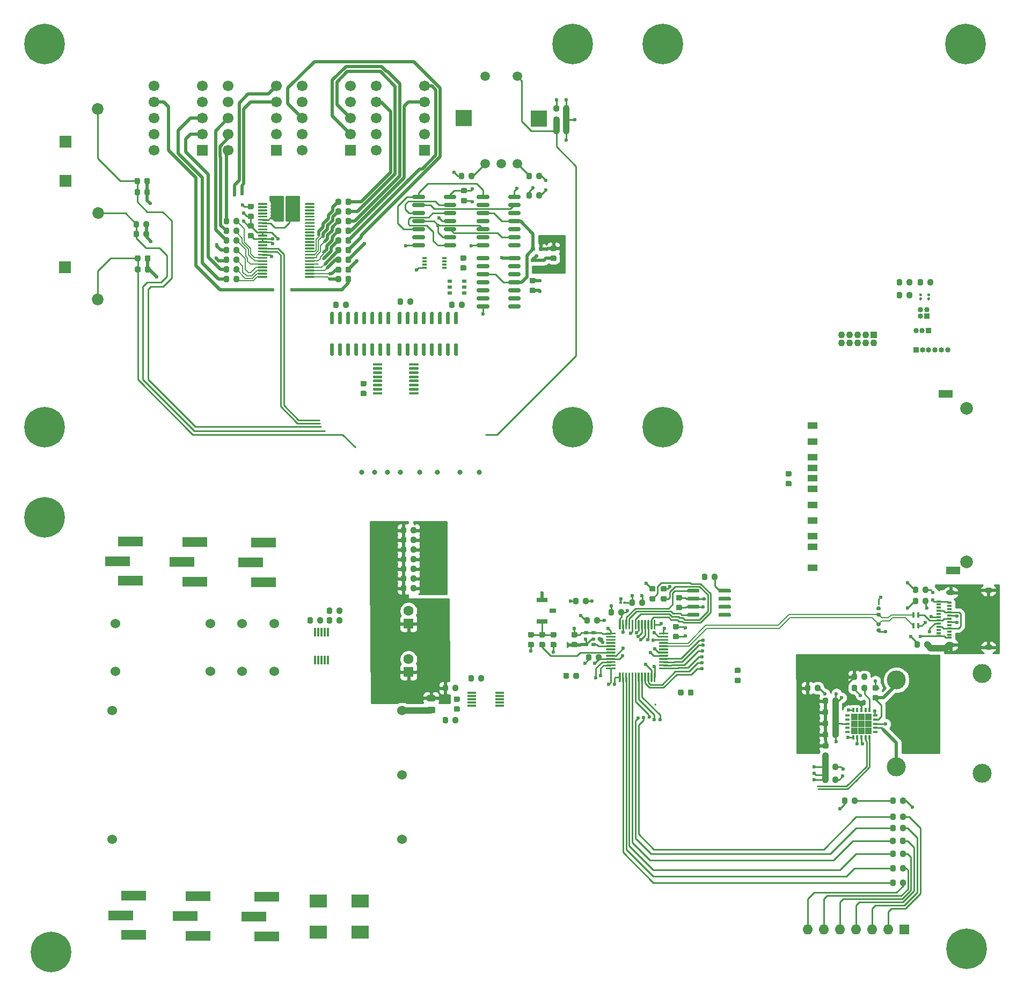
<source format=gbr>
%TF.GenerationSoftware,KiCad,Pcbnew,(5.1.6)-1*%
%TF.CreationDate,2020-09-27T00:12:08-07:00*%
%TF.ProjectId,ReflowOven,5265666c-6f77-44f7-9665-6e2e6b696361,rev?*%
%TF.SameCoordinates,Original*%
%TF.FileFunction,Copper,L1,Top*%
%TF.FilePolarity,Positive*%
%FSLAX46Y46*%
G04 Gerber Fmt 4.6, Leading zero omitted, Abs format (unit mm)*
G04 Created by KiCad (PCBNEW (5.1.6)-1) date 2020-09-27 00:12:08*
%MOMM*%
%LPD*%
G01*
G04 APERTURE LIST*
%TA.AperFunction,ComponentPad*%
%ADD10C,0.800000*%
%TD*%
%TA.AperFunction,ComponentPad*%
%ADD11C,6.400000*%
%TD*%
%TA.AperFunction,ComponentPad*%
%ADD12C,1.524000*%
%TD*%
%TA.AperFunction,SMDPad,CuDef*%
%ADD13R,2.200000X1.200000*%
%TD*%
%TA.AperFunction,ComponentPad*%
%ADD14C,2.000000*%
%TD*%
%TA.AperFunction,SMDPad,CuDef*%
%ADD15R,1.500000X1.000000*%
%TD*%
%TA.AperFunction,SMDPad,CuDef*%
%ADD16R,0.800000X0.600000*%
%TD*%
%TA.AperFunction,ComponentPad*%
%ADD17C,0.541666*%
%TD*%
%TA.AperFunction,SMDPad,CuDef*%
%ADD18R,1.083333X1.083333*%
%TD*%
%TA.AperFunction,SMDPad,CuDef*%
%ADD19R,0.400000X0.650000*%
%TD*%
%TA.AperFunction,SMDPad,CuDef*%
%ADD20R,0.650000X0.400000*%
%TD*%
%TA.AperFunction,SMDPad,CuDef*%
%ADD21R,1.400000X0.300000*%
%TD*%
%TA.AperFunction,SMDPad,CuDef*%
%ADD22R,0.300000X1.400000*%
%TD*%
%TA.AperFunction,SMDPad,CuDef*%
%ADD23R,0.700000X0.510000*%
%TD*%
%TA.AperFunction,SMDPad,CuDef*%
%ADD24R,0.800000X0.300000*%
%TD*%
%TA.AperFunction,ComponentPad*%
%ADD25R,2.500000X2.500000*%
%TD*%
%TA.AperFunction,ComponentPad*%
%ADD26C,1.498600*%
%TD*%
%TA.AperFunction,ComponentPad*%
%ADD27R,1.850000X1.850000*%
%TD*%
%TA.AperFunction,ComponentPad*%
%ADD28C,1.850000*%
%TD*%
%TA.AperFunction,SMDPad,CuDef*%
%ADD29R,1.700000X0.800000*%
%TD*%
%TA.AperFunction,SMDPad,CuDef*%
%ADD30R,1.100000X0.800000*%
%TD*%
%TA.AperFunction,ComponentPad*%
%ADD31C,1.700000*%
%TD*%
%TA.AperFunction,ComponentPad*%
%ADD32R,1.700000X1.700000*%
%TD*%
%TA.AperFunction,ComponentPad*%
%ADD33O,1.600000X1.600000*%
%TD*%
%TA.AperFunction,ComponentPad*%
%ADD34R,1.600000X1.600000*%
%TD*%
%TA.AperFunction,SMDPad,CuDef*%
%ADD35R,0.400000X0.900000*%
%TD*%
%TA.AperFunction,SMDPad,CuDef*%
%ADD36R,0.700000X0.300000*%
%TD*%
%TA.AperFunction,ComponentPad*%
%ADD37O,1.400000X0.800000*%
%TD*%
%TA.AperFunction,ComponentPad*%
%ADD38O,0.850000X0.850000*%
%TD*%
%TA.AperFunction,ComponentPad*%
%ADD39R,0.850000X0.850000*%
%TD*%
%TA.AperFunction,ComponentPad*%
%ADD40C,3.000000*%
%TD*%
%TA.AperFunction,SMDPad,CuDef*%
%ADD41R,4.000000X1.650000*%
%TD*%
%TA.AperFunction,ComponentPad*%
%ADD42R,1.100000X1.100000*%
%TD*%
%TA.AperFunction,ComponentPad*%
%ADD43C,1.100000*%
%TD*%
%TA.AperFunction,SMDPad,CuDef*%
%ADD44R,2.800000X2.150000*%
%TD*%
%TA.AperFunction,ComponentPad*%
%ADD45C,1.600000*%
%TD*%
%TA.AperFunction,ViaPad*%
%ADD46C,0.800000*%
%TD*%
%TA.AperFunction,ViaPad*%
%ADD47C,0.600000*%
%TD*%
%TA.AperFunction,Conductor*%
%ADD48C,0.250000*%
%TD*%
%TA.AperFunction,Conductor*%
%ADD49C,0.500000*%
%TD*%
%TA.AperFunction,Conductor*%
%ADD50C,1.000000*%
%TD*%
%TA.AperFunction,Conductor*%
%ADD51C,0.150000*%
%TD*%
%TA.AperFunction,Conductor*%
%ADD52C,0.200000*%
%TD*%
%TA.AperFunction,Conductor*%
%ADD53C,0.254000*%
%TD*%
G04 APERTURE END LIST*
D10*
%TO.P,REF\u002A\u002A,1*%
%TO.N,N/C*%
X122601056Y-90504944D03*
X120904000Y-89802000D03*
X119206944Y-90504944D03*
X118504000Y-92202000D03*
X119206944Y-93899056D03*
X120904000Y-94602000D03*
X122601056Y-93899056D03*
X123304000Y-92202000D03*
D11*
X120904000Y-92202000D03*
%TD*%
D10*
%TO.P,REF\u002A\u002A,1*%
%TO.N,N/C*%
X25065056Y-104728944D03*
X23368000Y-104026000D03*
X21670944Y-104728944D03*
X20968000Y-106426000D03*
X21670944Y-108123056D03*
X23368000Y-108826000D03*
X25065056Y-108123056D03*
X25768000Y-106426000D03*
D11*
X23368000Y-106426000D03*
%TD*%
D10*
%TO.P,REF\u002A\u002A,1*%
%TO.N,N/C*%
X26081056Y-173308944D03*
X24384000Y-172606000D03*
X22686944Y-173308944D03*
X21984000Y-175006000D03*
X22686944Y-176703056D03*
X24384000Y-177406000D03*
X26081056Y-176703056D03*
X26784000Y-175006000D03*
D11*
X24384000Y-175006000D03*
%TD*%
D10*
%TO.P,REF\u002A\u002A,1*%
%TO.N,N/C*%
X170526112Y-172800944D03*
X168829056Y-172098000D03*
X167132000Y-172800944D03*
X166429056Y-174498000D03*
X167132000Y-176195056D03*
X168829056Y-176898000D03*
X170526112Y-176195056D03*
X171229056Y-174498000D03*
D11*
X168829056Y-174498000D03*
%TD*%
D10*
%TO.P,REF\u002A\u002A,1*%
%TO.N,N/C*%
X170353056Y-30052944D03*
X168656000Y-29350000D03*
X166958944Y-30052944D03*
X166256000Y-31750000D03*
X166958944Y-33447056D03*
X168656000Y-34150000D03*
X170353056Y-33447056D03*
X171056000Y-31750000D03*
D11*
X168656000Y-31750000D03*
%TD*%
D10*
%TO.P,REF\u002A\u002A,1*%
%TO.N,N/C*%
X122601056Y-30052944D03*
X120904000Y-29350000D03*
X119206944Y-30052944D03*
X118504000Y-31750000D03*
X119206944Y-33447056D03*
X120904000Y-34150000D03*
X122601056Y-33447056D03*
X123304000Y-31750000D03*
D11*
X120904000Y-31750000D03*
%TD*%
%TO.P,REF\u002A\u002A,1*%
%TO.N,N/C*%
X23368000Y-92202000D03*
D10*
X25768000Y-92202000D03*
X25065056Y-93899056D03*
X23368000Y-94602000D03*
X21670944Y-93899056D03*
X20968000Y-92202000D03*
X21670944Y-90504944D03*
X23368000Y-89802000D03*
X25065056Y-90504944D03*
%TD*%
D11*
%TO.P,REF\u002A\u002A,1*%
%TO.N,N/C*%
X106680000Y-92202000D03*
D10*
X106680000Y-89802000D03*
X108377056Y-90504944D03*
X109080000Y-92202000D03*
X108377056Y-93899056D03*
X106680000Y-94602000D03*
X104982944Y-93899056D03*
X104280000Y-92202000D03*
X104982944Y-90504944D03*
%TD*%
D11*
%TO.P,REF\u002A\u002A,1*%
%TO.N,N/C*%
X106680000Y-31750000D03*
D10*
X109080000Y-31750000D03*
X108377056Y-33447056D03*
X106680000Y-34150000D03*
X104982944Y-33447056D03*
X104280000Y-31750000D03*
X104982944Y-30052944D03*
X106680000Y-29350000D03*
X108377056Y-30052944D03*
%TD*%
%TO.P,REF\u002A\u002A,1*%
%TO.N,N/C*%
X25065056Y-30052944D03*
X23368000Y-29350000D03*
X21670944Y-30052944D03*
X20968000Y-31750000D03*
X21670944Y-33447056D03*
X23368000Y-34150000D03*
X25065056Y-33447056D03*
X25768000Y-31750000D03*
D11*
X23368000Y-31750000D03*
%TD*%
%TO.P,D501,2*%
%TO.N,Net-(D501-Pad2)*%
%TA.AperFunction,SMDPad,CuDef*%
G36*
G01*
X157638000Y-150873750D02*
X157638000Y-151386250D01*
G75*
G02*
X157419250Y-151605000I-218750J0D01*
G01*
X156981750Y-151605000D01*
G75*
G02*
X156763000Y-151386250I0J218750D01*
G01*
X156763000Y-150873750D01*
G75*
G02*
X156981750Y-150655000I218750J0D01*
G01*
X157419250Y-150655000D01*
G75*
G02*
X157638000Y-150873750I0J-218750D01*
G01*
G37*
%TD.AperFunction*%
%TO.P,D501,1*%
%TO.N,GND*%
%TA.AperFunction,SMDPad,CuDef*%
G36*
G01*
X159213000Y-150873750D02*
X159213000Y-151386250D01*
G75*
G02*
X158994250Y-151605000I-218750J0D01*
G01*
X158556750Y-151605000D01*
G75*
G02*
X158338000Y-151386250I0J218750D01*
G01*
X158338000Y-150873750D01*
G75*
G02*
X158556750Y-150655000I218750J0D01*
G01*
X158994250Y-150655000D01*
G75*
G02*
X159213000Y-150873750I0J-218750D01*
G01*
G37*
%TD.AperFunction*%
%TD*%
D12*
%TO.P,K501,5*%
%TO.N,/MainsPower/LN_OUT*%
X59544000Y-130690000D03*
%TO.P,K501,4*%
X59544000Y-123190000D03*
%TO.P,K501,6*%
%TO.N,Net-(F502-Pad1)*%
X54544000Y-130690000D03*
%TO.P,K501,3*%
X54544000Y-123190000D03*
%TO.P,K501,2*%
%TO.N,Net-(K501-Pad2)*%
X49544000Y-123190000D03*
%TO.P,K501,7*%
%TO.N,Net-(K501-Pad7)*%
X49544000Y-130690000D03*
%TO.P,K501,8*%
%TO.N,Net-(K501-Pad8)*%
X34544000Y-130690000D03*
%TO.P,K501,1*%
%TO.N,Net-(K501-Pad1)*%
X34544000Y-123190000D03*
%TD*%
D13*
%TO.P,U409,GND*%
%TO.N,N/C*%
X165526000Y-86973000D03*
X166726000Y-114823000D03*
D14*
%TO.P,U409,*%
%TO.N,*%
X168826000Y-113423000D03*
X168826000Y-89223000D03*
D15*
%TO.P,U409,11*%
%TO.N,/HumanInterface/SD_WR_PROT*%
X144526000Y-114423000D03*
%TO.P,U409,10*%
%TO.N,/HumanInterface/SD_DET*%
X144526000Y-111073000D03*
%TO.P,U409,9*%
%TO.N,Net-(U409-Pad9)*%
X144526000Y-109373000D03*
%TO.P,U409,8*%
%TO.N,Net-(U409-Pad8)*%
X144526000Y-106948000D03*
%TO.P,U409,7*%
%TO.N,/HumanInterface/SPI_MISO*%
X144526000Y-104448000D03*
%TO.P,U409,6*%
%TO.N,GND*%
X144526000Y-101948000D03*
%TO.P,U409,5*%
%TO.N,/HumanInterface/SPI_SCK*%
X144526000Y-100248000D03*
%TO.P,U409,4*%
%TO.N,+3V3*%
X144526000Y-98598000D03*
%TO.P,U409,3*%
%TO.N,GND*%
X144526000Y-96948000D03*
%TO.P,U409,2*%
%TO.N,/HumanInterface/SPI_MOSI*%
X144526000Y-94448000D03*
%TO.P,U409,1*%
%TO.N,/HumanInterface/SPI_NSS*%
X144526000Y-91948000D03*
%TD*%
D16*
%TO.P,X401,3*%
%TO.N,/HumanInterface/LGC_CLK*%
X100437000Y-64075000D03*
%TO.P,X401,4*%
%TO.N,+3V3*%
X100437000Y-65875000D03*
%TO.P,X401,1*%
X101637000Y-65875000D03*
%TO.P,X401,2*%
%TO.N,GND*%
X101637000Y-64075000D03*
%TD*%
%TO.P,X201,3*%
%TO.N,/Microcontroller/OSC_IN*%
X109998000Y-126454000D03*
%TO.P,X201,4*%
%TO.N,+3V3*%
X109998000Y-124654000D03*
%TO.P,X201,1*%
X108798000Y-124654000D03*
%TO.P,X201,2*%
%TO.N,GND*%
X108798000Y-126454000D03*
%TD*%
%TO.P,U702,2*%
%TO.N,GND*%
%TA.AperFunction,SMDPad,CuDef*%
G36*
G01*
X155112500Y-121095000D02*
X154767500Y-121095000D01*
G75*
G02*
X154620000Y-120947500I0J147500D01*
G01*
X154620000Y-120652500D01*
G75*
G02*
X154767500Y-120505000I147500J0D01*
G01*
X155112500Y-120505000D01*
G75*
G02*
X155260000Y-120652500I0J-147500D01*
G01*
X155260000Y-120947500D01*
G75*
G02*
X155112500Y-121095000I-147500J0D01*
G01*
G37*
%TD.AperFunction*%
%TO.P,U702,1*%
%TO.N,/Communication/USB_D-*%
%TA.AperFunction,SMDPad,CuDef*%
G36*
G01*
X155112500Y-122065000D02*
X154767500Y-122065000D01*
G75*
G02*
X154620000Y-121917500I0J147500D01*
G01*
X154620000Y-121622500D01*
G75*
G02*
X154767500Y-121475000I147500J0D01*
G01*
X155112500Y-121475000D01*
G75*
G02*
X155260000Y-121622500I0J-147500D01*
G01*
X155260000Y-121917500D01*
G75*
G02*
X155112500Y-122065000I-147500J0D01*
G01*
G37*
%TD.AperFunction*%
%TD*%
%TO.P,U701,2*%
%TO.N,GND*%
%TA.AperFunction,SMDPad,CuDef*%
G36*
G01*
X154767500Y-123951500D02*
X155112500Y-123951500D01*
G75*
G02*
X155260000Y-124099000I0J-147500D01*
G01*
X155260000Y-124394000D01*
G75*
G02*
X155112500Y-124541500I-147500J0D01*
G01*
X154767500Y-124541500D01*
G75*
G02*
X154620000Y-124394000I0J147500D01*
G01*
X154620000Y-124099000D01*
G75*
G02*
X154767500Y-123951500I147500J0D01*
G01*
G37*
%TD.AperFunction*%
%TO.P,U701,1*%
%TO.N,/Communication/USB_D+*%
%TA.AperFunction,SMDPad,CuDef*%
G36*
G01*
X154767500Y-122981500D02*
X155112500Y-122981500D01*
G75*
G02*
X155260000Y-123129000I0J-147500D01*
G01*
X155260000Y-123424000D01*
G75*
G02*
X155112500Y-123571500I-147500J0D01*
G01*
X154767500Y-123571500D01*
G75*
G02*
X154620000Y-123424000I0J147500D01*
G01*
X154620000Y-123129000D01*
G75*
G02*
X154767500Y-122981500I147500J0D01*
G01*
G37*
%TD.AperFunction*%
%TD*%
D17*
%TO.P,U601,21*%
%TO.N,N/C*%
X151130000Y-137922000D03*
X151130000Y-139005333D03*
X151130000Y-140088666D03*
X152213333Y-137922000D03*
X152213333Y-139005333D03*
X152213333Y-140088666D03*
X153296666Y-137922000D03*
X153296666Y-139005333D03*
X153296666Y-140088666D03*
D18*
X151130000Y-137922000D03*
X151130000Y-139005333D03*
X151130000Y-140088666D03*
X152213333Y-137922000D03*
X152213333Y-139005333D03*
X152213333Y-140088666D03*
X153296666Y-137922000D03*
X153296666Y-139005333D03*
X153296666Y-140088666D03*
D19*
%TO.P,U601,20*%
%TO.N,/Display/I2C_SDA*%
X153513333Y-141180333D03*
%TO.P,U601,19*%
%TO.N,/Display/I2C_SCL*%
X152863333Y-141180333D03*
%TO.P,U601,18*%
%TO.N,GND*%
X152213333Y-141180333D03*
%TO.P,U601,17*%
X151563333Y-141180333D03*
%TO.P,U601,16*%
X150913333Y-141180333D03*
D20*
%TO.P,U601,15*%
%TO.N,Net-(U601-Pad15)*%
X150038333Y-140305333D03*
%TO.P,U601,14*%
%TO.N,Net-(U601-Pad14)*%
X150038333Y-139655333D03*
%TO.P,U601,13*%
%TO.N,GND*%
X150038333Y-139005333D03*
%TO.P,U601,12*%
%TO.N,Net-(U601-Pad12)*%
X150038333Y-138355333D03*
%TO.P,U601,11*%
%TO.N,Net-(U601-Pad11)*%
X150038333Y-137705333D03*
D19*
%TO.P,U601,10*%
%TO.N,GND*%
X150913333Y-136830333D03*
%TO.P,U601,9*%
%TO.N,Net-(U601-Pad9)*%
X151563333Y-136830333D03*
%TO.P,U601,8*%
%TO.N,+3.3VA*%
X152213333Y-136830333D03*
%TO.P,U601,7*%
%TO.N,Net-(U601-Pad7)*%
X152863333Y-136830333D03*
%TO.P,U601,6*%
%TO.N,Net-(R601-Pad2)*%
X153513333Y-136830333D03*
D20*
%TO.P,U601,5*%
%TO.N,GND*%
X154388333Y-137705333D03*
%TO.P,U601,4*%
%TO.N,Net-(J601-Pad2)*%
X154388333Y-138355333D03*
%TO.P,U601,3*%
%TO.N,GND*%
X154388333Y-139005333D03*
%TO.P,U601,2*%
%TO.N,Net-(J601-Pad1)*%
X154388333Y-139655333D03*
%TO.P,U601,1*%
%TO.N,GND*%
X154388333Y-140305333D03*
%TD*%
D21*
%TO.P,U502,10*%
%TO.N,Net-(C509-Pad2)*%
X90764000Y-136128000D03*
%TO.P,U502,9*%
%TO.N,Net-(C509-Pad1)*%
X90764000Y-135628000D03*
%TO.P,U502,8*%
%TO.N,/MainsPower/3V3_REG_OUT*%
X90764000Y-135128000D03*
%TO.P,U502,7*%
%TO.N,GND*%
X90764000Y-134628000D03*
%TO.P,U502,6*%
%TO.N,/MainsPower/3V3_REG_OUT*%
X90764000Y-134128000D03*
%TO.P,U502,5*%
%TO.N,/Display/I2C_SCL*%
X95164000Y-134128000D03*
%TO.P,U502,4*%
%TO.N,/Display/I2C_SDA*%
X95164000Y-134628000D03*
%TO.P,U502,3*%
%TO.N,/MainsPower/CURRENT_ALRT*%
X95164000Y-135128000D03*
%TO.P,U502,2*%
%TO.N,/MainsPower/3V3_REG_OUT*%
X95164000Y-135628000D03*
%TO.P,U502,1*%
X95164000Y-136128000D03*
%TD*%
D22*
%TO.P,U501,10*%
%TO.N,+3V3*%
X68056000Y-128946000D03*
%TO.P,U501,9*%
%TO.N,Net-(K501-Pad8)*%
X67556000Y-128946000D03*
%TO.P,U501,8*%
%TO.N,/MainsPower/RELAY_SET*%
X67056000Y-128946000D03*
%TO.P,U501,7*%
%TO.N,GND*%
X66556000Y-128946000D03*
%TO.P,U501,6*%
X66056000Y-128946000D03*
%TO.P,U501,5*%
%TO.N,+3V3*%
X66056000Y-124546000D03*
%TO.P,U501,4*%
%TO.N,/MainsPower/RELAY_SET*%
X66556000Y-124546000D03*
%TO.P,U501,3*%
%TO.N,Net-(K501-Pad1)*%
X67056000Y-124546000D03*
%TO.P,U501,2*%
%TO.N,GND*%
X67556000Y-124546000D03*
%TO.P,U501,1*%
%TO.N,+3V3*%
X68056000Y-124546000D03*
%TD*%
%TO.P,U408,14*%
%TO.N,+3V3*%
%TA.AperFunction,SMDPad,CuDef*%
G36*
G01*
X96496000Y-65682000D02*
X96496000Y-65382000D01*
G75*
G02*
X96646000Y-65232000I150000J0D01*
G01*
X98296000Y-65232000D01*
G75*
G02*
X98446000Y-65382000I0J-150000D01*
G01*
X98446000Y-65682000D01*
G75*
G02*
X98296000Y-65832000I-150000J0D01*
G01*
X96646000Y-65832000D01*
G75*
G02*
X96496000Y-65682000I0J150000D01*
G01*
G37*
%TD.AperFunction*%
%TO.P,U408,13*%
%TO.N,/HumanInterface/CNT_DN*%
%TA.AperFunction,SMDPad,CuDef*%
G36*
G01*
X96496000Y-66952000D02*
X96496000Y-66652000D01*
G75*
G02*
X96646000Y-66502000I150000J0D01*
G01*
X98296000Y-66502000D01*
G75*
G02*
X98446000Y-66652000I0J-150000D01*
G01*
X98446000Y-66952000D01*
G75*
G02*
X98296000Y-67102000I-150000J0D01*
G01*
X96646000Y-67102000D01*
G75*
G02*
X96496000Y-66952000I0J150000D01*
G01*
G37*
%TD.AperFunction*%
%TO.P,U408,12*%
%TO.N,Net-(U408-Pad12)*%
%TA.AperFunction,SMDPad,CuDef*%
G36*
G01*
X96496000Y-68222000D02*
X96496000Y-67922000D01*
G75*
G02*
X96646000Y-67772000I150000J0D01*
G01*
X98296000Y-67772000D01*
G75*
G02*
X98446000Y-67922000I0J-150000D01*
G01*
X98446000Y-68222000D01*
G75*
G02*
X98296000Y-68372000I-150000J0D01*
G01*
X96646000Y-68372000D01*
G75*
G02*
X96496000Y-68222000I0J150000D01*
G01*
G37*
%TD.AperFunction*%
%TO.P,U408,11*%
%TO.N,/HumanInterface/LGC_CLK*%
%TA.AperFunction,SMDPad,CuDef*%
G36*
G01*
X96496000Y-69492000D02*
X96496000Y-69192000D01*
G75*
G02*
X96646000Y-69042000I150000J0D01*
G01*
X98296000Y-69042000D01*
G75*
G02*
X98446000Y-69192000I0J-150000D01*
G01*
X98446000Y-69492000D01*
G75*
G02*
X98296000Y-69642000I-150000J0D01*
G01*
X96646000Y-69642000D01*
G75*
G02*
X96496000Y-69492000I0J150000D01*
G01*
G37*
%TD.AperFunction*%
%TO.P,U408,10*%
%TO.N,Net-(U408-Pad10)*%
%TA.AperFunction,SMDPad,CuDef*%
G36*
G01*
X96496000Y-70762000D02*
X96496000Y-70462000D01*
G75*
G02*
X96646000Y-70312000I150000J0D01*
G01*
X98296000Y-70312000D01*
G75*
G02*
X98446000Y-70462000I0J-150000D01*
G01*
X98446000Y-70762000D01*
G75*
G02*
X98296000Y-70912000I-150000J0D01*
G01*
X96646000Y-70912000D01*
G75*
G02*
X96496000Y-70762000I0J150000D01*
G01*
G37*
%TD.AperFunction*%
%TO.P,U408,9*%
%TO.N,Net-(U405-Pad3)*%
%TA.AperFunction,SMDPad,CuDef*%
G36*
G01*
X96496000Y-72032000D02*
X96496000Y-71732000D01*
G75*
G02*
X96646000Y-71582000I150000J0D01*
G01*
X98296000Y-71582000D01*
G75*
G02*
X98446000Y-71732000I0J-150000D01*
G01*
X98446000Y-72032000D01*
G75*
G02*
X98296000Y-72182000I-150000J0D01*
G01*
X96646000Y-72182000D01*
G75*
G02*
X96496000Y-72032000I0J150000D01*
G01*
G37*
%TD.AperFunction*%
%TO.P,U408,8*%
%TO.N,Net-(U408-Pad8)*%
%TA.AperFunction,SMDPad,CuDef*%
G36*
G01*
X96496000Y-73302000D02*
X96496000Y-73002000D01*
G75*
G02*
X96646000Y-72852000I150000J0D01*
G01*
X98296000Y-72852000D01*
G75*
G02*
X98446000Y-73002000I0J-150000D01*
G01*
X98446000Y-73302000D01*
G75*
G02*
X98296000Y-73452000I-150000J0D01*
G01*
X96646000Y-73452000D01*
G75*
G02*
X96496000Y-73302000I0J150000D01*
G01*
G37*
%TD.AperFunction*%
%TO.P,U408,7*%
%TO.N,GND*%
%TA.AperFunction,SMDPad,CuDef*%
G36*
G01*
X91546000Y-73302000D02*
X91546000Y-73002000D01*
G75*
G02*
X91696000Y-72852000I150000J0D01*
G01*
X93346000Y-72852000D01*
G75*
G02*
X93496000Y-73002000I0J-150000D01*
G01*
X93496000Y-73302000D01*
G75*
G02*
X93346000Y-73452000I-150000J0D01*
G01*
X91696000Y-73452000D01*
G75*
G02*
X91546000Y-73302000I0J150000D01*
G01*
G37*
%TD.AperFunction*%
%TO.P,U408,6*%
%TO.N,Net-(U408-Pad6)*%
%TA.AperFunction,SMDPad,CuDef*%
G36*
G01*
X91546000Y-72032000D02*
X91546000Y-71732000D01*
G75*
G02*
X91696000Y-71582000I150000J0D01*
G01*
X93346000Y-71582000D01*
G75*
G02*
X93496000Y-71732000I0J-150000D01*
G01*
X93496000Y-72032000D01*
G75*
G02*
X93346000Y-72182000I-150000J0D01*
G01*
X91696000Y-72182000D01*
G75*
G02*
X91546000Y-72032000I0J150000D01*
G01*
G37*
%TD.AperFunction*%
%TO.P,U408,5*%
%TO.N,Net-(U405-Pad7)*%
%TA.AperFunction,SMDPad,CuDef*%
G36*
G01*
X91546000Y-70762000D02*
X91546000Y-70462000D01*
G75*
G02*
X91696000Y-70312000I150000J0D01*
G01*
X93346000Y-70312000D01*
G75*
G02*
X93496000Y-70462000I0J-150000D01*
G01*
X93496000Y-70762000D01*
G75*
G02*
X93346000Y-70912000I-150000J0D01*
G01*
X91696000Y-70912000D01*
G75*
G02*
X91546000Y-70762000I0J150000D01*
G01*
G37*
%TD.AperFunction*%
%TO.P,U408,4*%
%TO.N,Net-(U408-Pad4)*%
%TA.AperFunction,SMDPad,CuDef*%
G36*
G01*
X91546000Y-69492000D02*
X91546000Y-69192000D01*
G75*
G02*
X91696000Y-69042000I150000J0D01*
G01*
X93346000Y-69042000D01*
G75*
G02*
X93496000Y-69192000I0J-150000D01*
G01*
X93496000Y-69492000D01*
G75*
G02*
X93346000Y-69642000I-150000J0D01*
G01*
X91696000Y-69642000D01*
G75*
G02*
X91546000Y-69492000I0J150000D01*
G01*
G37*
%TD.AperFunction*%
%TO.P,U408,3*%
%TO.N,/HumanInterface/LGC_CLK*%
%TA.AperFunction,SMDPad,CuDef*%
G36*
G01*
X91546000Y-68222000D02*
X91546000Y-67922000D01*
G75*
G02*
X91696000Y-67772000I150000J0D01*
G01*
X93346000Y-67772000D01*
G75*
G02*
X93496000Y-67922000I0J-150000D01*
G01*
X93496000Y-68222000D01*
G75*
G02*
X93346000Y-68372000I-150000J0D01*
G01*
X91696000Y-68372000D01*
G75*
G02*
X91546000Y-68222000I0J150000D01*
G01*
G37*
%TD.AperFunction*%
%TO.P,U408,2*%
%TO.N,Net-(U408-Pad2)*%
%TA.AperFunction,SMDPad,CuDef*%
G36*
G01*
X91546000Y-66952000D02*
X91546000Y-66652000D01*
G75*
G02*
X91696000Y-66502000I150000J0D01*
G01*
X93346000Y-66502000D01*
G75*
G02*
X93496000Y-66652000I0J-150000D01*
G01*
X93496000Y-66952000D01*
G75*
G02*
X93346000Y-67102000I-150000J0D01*
G01*
X91696000Y-67102000D01*
G75*
G02*
X91546000Y-66952000I0J150000D01*
G01*
G37*
%TD.AperFunction*%
%TO.P,U408,1*%
%TO.N,/HumanInterface/CNT_UP*%
%TA.AperFunction,SMDPad,CuDef*%
G36*
G01*
X91546000Y-65682000D02*
X91546000Y-65382000D01*
G75*
G02*
X91696000Y-65232000I150000J0D01*
G01*
X93346000Y-65232000D01*
G75*
G02*
X93496000Y-65382000I0J-150000D01*
G01*
X93496000Y-65682000D01*
G75*
G02*
X93346000Y-65832000I-150000J0D01*
G01*
X91696000Y-65832000D01*
G75*
G02*
X91546000Y-65682000I0J150000D01*
G01*
G37*
%TD.AperFunction*%
%TD*%
%TO.P,U407,14*%
%TO.N,+3V3*%
%TA.AperFunction,SMDPad,CuDef*%
G36*
G01*
X86336000Y-56030000D02*
X86336000Y-55730000D01*
G75*
G02*
X86486000Y-55580000I150000J0D01*
G01*
X88136000Y-55580000D01*
G75*
G02*
X88286000Y-55730000I0J-150000D01*
G01*
X88286000Y-56030000D01*
G75*
G02*
X88136000Y-56180000I-150000J0D01*
G01*
X86486000Y-56180000D01*
G75*
G02*
X86336000Y-56030000I0J150000D01*
G01*
G37*
%TD.AperFunction*%
%TO.P,U407,13*%
%TO.N,Net-(U407-Pad13)*%
%TA.AperFunction,SMDPad,CuDef*%
G36*
G01*
X86336000Y-57300000D02*
X86336000Y-57000000D01*
G75*
G02*
X86486000Y-56850000I150000J0D01*
G01*
X88136000Y-56850000D01*
G75*
G02*
X88286000Y-57000000I0J-150000D01*
G01*
X88286000Y-57300000D01*
G75*
G02*
X88136000Y-57450000I-150000J0D01*
G01*
X86486000Y-57450000D01*
G75*
G02*
X86336000Y-57300000I0J150000D01*
G01*
G37*
%TD.AperFunction*%
%TO.P,U407,12*%
%TO.N,Net-(U407-Pad12)*%
%TA.AperFunction,SMDPad,CuDef*%
G36*
G01*
X86336000Y-58570000D02*
X86336000Y-58270000D01*
G75*
G02*
X86486000Y-58120000I150000J0D01*
G01*
X88136000Y-58120000D01*
G75*
G02*
X88286000Y-58270000I0J-150000D01*
G01*
X88286000Y-58570000D01*
G75*
G02*
X88136000Y-58720000I-150000J0D01*
G01*
X86486000Y-58720000D01*
G75*
G02*
X86336000Y-58570000I0J150000D01*
G01*
G37*
%TD.AperFunction*%
%TO.P,U407,11*%
%TO.N,Net-(U405-Pad2)*%
%TA.AperFunction,SMDPad,CuDef*%
G36*
G01*
X86336000Y-59840000D02*
X86336000Y-59540000D01*
G75*
G02*
X86486000Y-59390000I150000J0D01*
G01*
X88136000Y-59390000D01*
G75*
G02*
X88286000Y-59540000I0J-150000D01*
G01*
X88286000Y-59840000D01*
G75*
G02*
X88136000Y-59990000I-150000J0D01*
G01*
X86486000Y-59990000D01*
G75*
G02*
X86336000Y-59840000I0J150000D01*
G01*
G37*
%TD.AperFunction*%
%TO.P,U407,10*%
%TO.N,/HumanInterface/CHANB*%
%TA.AperFunction,SMDPad,CuDef*%
G36*
G01*
X86336000Y-61110000D02*
X86336000Y-60810000D01*
G75*
G02*
X86486000Y-60660000I150000J0D01*
G01*
X88136000Y-60660000D01*
G75*
G02*
X88286000Y-60810000I0J-150000D01*
G01*
X88286000Y-61110000D01*
G75*
G02*
X88136000Y-61260000I-150000J0D01*
G01*
X86486000Y-61260000D01*
G75*
G02*
X86336000Y-61110000I0J150000D01*
G01*
G37*
%TD.AperFunction*%
%TO.P,U407,9*%
%TO.N,/HumanInterface/CHANA*%
%TA.AperFunction,SMDPad,CuDef*%
G36*
G01*
X86336000Y-62380000D02*
X86336000Y-62080000D01*
G75*
G02*
X86486000Y-61930000I150000J0D01*
G01*
X88136000Y-61930000D01*
G75*
G02*
X88286000Y-62080000I0J-150000D01*
G01*
X88286000Y-62380000D01*
G75*
G02*
X88136000Y-62530000I-150000J0D01*
G01*
X86486000Y-62530000D01*
G75*
G02*
X86336000Y-62380000I0J150000D01*
G01*
G37*
%TD.AperFunction*%
%TO.P,U407,8*%
%TO.N,Net-(U407-Pad12)*%
%TA.AperFunction,SMDPad,CuDef*%
G36*
G01*
X86336000Y-63650000D02*
X86336000Y-63350000D01*
G75*
G02*
X86486000Y-63200000I150000J0D01*
G01*
X88136000Y-63200000D01*
G75*
G02*
X88286000Y-63350000I0J-150000D01*
G01*
X88286000Y-63650000D01*
G75*
G02*
X88136000Y-63800000I-150000J0D01*
G01*
X86486000Y-63800000D01*
G75*
G02*
X86336000Y-63650000I0J150000D01*
G01*
G37*
%TD.AperFunction*%
%TO.P,U407,7*%
%TO.N,GND*%
%TA.AperFunction,SMDPad,CuDef*%
G36*
G01*
X81386000Y-63650000D02*
X81386000Y-63350000D01*
G75*
G02*
X81536000Y-63200000I150000J0D01*
G01*
X83186000Y-63200000D01*
G75*
G02*
X83336000Y-63350000I0J-150000D01*
G01*
X83336000Y-63650000D01*
G75*
G02*
X83186000Y-63800000I-150000J0D01*
G01*
X81536000Y-63800000D01*
G75*
G02*
X81386000Y-63650000I0J150000D01*
G01*
G37*
%TD.AperFunction*%
%TO.P,U407,6*%
%TO.N,Net-(U405-Pad1)*%
%TA.AperFunction,SMDPad,CuDef*%
G36*
G01*
X81386000Y-62380000D02*
X81386000Y-62080000D01*
G75*
G02*
X81536000Y-61930000I150000J0D01*
G01*
X83186000Y-61930000D01*
G75*
G02*
X83336000Y-62080000I0J-150000D01*
G01*
X83336000Y-62380000D01*
G75*
G02*
X83186000Y-62530000I-150000J0D01*
G01*
X81536000Y-62530000D01*
G75*
G02*
X81386000Y-62380000I0J150000D01*
G01*
G37*
%TD.AperFunction*%
%TO.P,U407,5*%
%TO.N,/HumanInterface/PSA*%
%TA.AperFunction,SMDPad,CuDef*%
G36*
G01*
X81386000Y-61110000D02*
X81386000Y-60810000D01*
G75*
G02*
X81536000Y-60660000I150000J0D01*
G01*
X83186000Y-60660000D01*
G75*
G02*
X83336000Y-60810000I0J-150000D01*
G01*
X83336000Y-61110000D01*
G75*
G02*
X83186000Y-61260000I-150000J0D01*
G01*
X81536000Y-61260000D01*
G75*
G02*
X81386000Y-61110000I0J150000D01*
G01*
G37*
%TD.AperFunction*%
%TO.P,U407,4*%
%TO.N,/HumanInterface/CHANA*%
%TA.AperFunction,SMDPad,CuDef*%
G36*
G01*
X81386000Y-59840000D02*
X81386000Y-59540000D01*
G75*
G02*
X81536000Y-59390000I150000J0D01*
G01*
X83186000Y-59390000D01*
G75*
G02*
X83336000Y-59540000I0J-150000D01*
G01*
X83336000Y-59840000D01*
G75*
G02*
X83186000Y-59990000I-150000J0D01*
G01*
X81536000Y-59990000D01*
G75*
G02*
X81386000Y-59840000I0J150000D01*
G01*
G37*
%TD.AperFunction*%
%TO.P,U407,3*%
%TO.N,Net-(U407-Pad13)*%
%TA.AperFunction,SMDPad,CuDef*%
G36*
G01*
X81386000Y-58570000D02*
X81386000Y-58270000D01*
G75*
G02*
X81536000Y-58120000I150000J0D01*
G01*
X83186000Y-58120000D01*
G75*
G02*
X83336000Y-58270000I0J-150000D01*
G01*
X83336000Y-58570000D01*
G75*
G02*
X83186000Y-58720000I-150000J0D01*
G01*
X81536000Y-58720000D01*
G75*
G02*
X81386000Y-58570000I0J150000D01*
G01*
G37*
%TD.AperFunction*%
%TO.P,U407,2*%
%TO.N,/HumanInterface/PSB*%
%TA.AperFunction,SMDPad,CuDef*%
G36*
G01*
X81386000Y-57300000D02*
X81386000Y-57000000D01*
G75*
G02*
X81536000Y-56850000I150000J0D01*
G01*
X83186000Y-56850000D01*
G75*
G02*
X83336000Y-57000000I0J-150000D01*
G01*
X83336000Y-57300000D01*
G75*
G02*
X83186000Y-57450000I-150000J0D01*
G01*
X81536000Y-57450000D01*
G75*
G02*
X81386000Y-57300000I0J150000D01*
G01*
G37*
%TD.AperFunction*%
%TO.P,U407,1*%
%TO.N,/HumanInterface/PSA*%
%TA.AperFunction,SMDPad,CuDef*%
G36*
G01*
X81386000Y-56030000D02*
X81386000Y-55730000D01*
G75*
G02*
X81536000Y-55580000I150000J0D01*
G01*
X83186000Y-55580000D01*
G75*
G02*
X83336000Y-55730000I0J-150000D01*
G01*
X83336000Y-56030000D01*
G75*
G02*
X83186000Y-56180000I-150000J0D01*
G01*
X81536000Y-56180000D01*
G75*
G02*
X81386000Y-56030000I0J150000D01*
G01*
G37*
%TD.AperFunction*%
%TD*%
D23*
%TO.P,U406,6*%
%TO.N,Net-(U405-Pad7)*%
X89552000Y-69154000D03*
%TO.P,U406,5*%
%TO.N,+3V3*%
X89552000Y-70104000D03*
%TO.P,U406,4*%
%TO.N,N/C*%
X89552000Y-71054000D03*
%TO.P,U406,3*%
X87232000Y-71054000D03*
%TO.P,U406,2*%
%TO.N,GND*%
X87232000Y-70104000D03*
%TO.P,U406,1*%
%TO.N,Net-(U405-Pad5)*%
X87232000Y-69154000D03*
%TD*%
D24*
%TO.P,U405,8*%
%TO.N,+3V3*%
X86386000Y-65544000D03*
%TO.P,U405,7*%
%TO.N,Net-(U405-Pad7)*%
X86386000Y-66044000D03*
%TO.P,U405,6*%
%TO.N,Net-(U405-Pad2)*%
X86386000Y-66544000D03*
%TO.P,U405,5*%
%TO.N,Net-(U405-Pad5)*%
X86386000Y-67044000D03*
%TO.P,U405,4*%
%TO.N,GND*%
X83286000Y-67044000D03*
%TO.P,U405,3*%
%TO.N,Net-(U405-Pad3)*%
X83286000Y-66544000D03*
%TO.P,U405,2*%
%TO.N,Net-(U405-Pad2)*%
X83286000Y-66044000D03*
%TO.P,U405,1*%
%TO.N,Net-(U405-Pad1)*%
X83286000Y-65544000D03*
%TD*%
%TO.P,U404,14*%
%TO.N,+3V3*%
%TA.AperFunction,SMDPad,CuDef*%
G36*
G01*
X96496000Y-56030000D02*
X96496000Y-55730000D01*
G75*
G02*
X96646000Y-55580000I150000J0D01*
G01*
X98296000Y-55580000D01*
G75*
G02*
X98446000Y-55730000I0J-150000D01*
G01*
X98446000Y-56030000D01*
G75*
G02*
X98296000Y-56180000I-150000J0D01*
G01*
X96646000Y-56180000D01*
G75*
G02*
X96496000Y-56030000I0J150000D01*
G01*
G37*
%TD.AperFunction*%
%TO.P,U404,13*%
%TO.N,/HumanInterface/PSB*%
%TA.AperFunction,SMDPad,CuDef*%
G36*
G01*
X96496000Y-57300000D02*
X96496000Y-57000000D01*
G75*
G02*
X96646000Y-56850000I150000J0D01*
G01*
X98296000Y-56850000D01*
G75*
G02*
X98446000Y-57000000I0J-150000D01*
G01*
X98446000Y-57300000D01*
G75*
G02*
X98296000Y-57450000I-150000J0D01*
G01*
X96646000Y-57450000D01*
G75*
G02*
X96496000Y-57300000I0J150000D01*
G01*
G37*
%TD.AperFunction*%
%TO.P,U404,12*%
%TO.N,Net-(U404-Pad12)*%
%TA.AperFunction,SMDPad,CuDef*%
G36*
G01*
X96496000Y-58570000D02*
X96496000Y-58270000D01*
G75*
G02*
X96646000Y-58120000I150000J0D01*
G01*
X98296000Y-58120000D01*
G75*
G02*
X98446000Y-58270000I0J-150000D01*
G01*
X98446000Y-58570000D01*
G75*
G02*
X98296000Y-58720000I-150000J0D01*
G01*
X96646000Y-58720000D01*
G75*
G02*
X96496000Y-58570000I0J150000D01*
G01*
G37*
%TD.AperFunction*%
%TO.P,U404,11*%
%TO.N,/HumanInterface/LGC_CLK*%
%TA.AperFunction,SMDPad,CuDef*%
G36*
G01*
X96496000Y-59840000D02*
X96496000Y-59540000D01*
G75*
G02*
X96646000Y-59390000I150000J0D01*
G01*
X98296000Y-59390000D01*
G75*
G02*
X98446000Y-59540000I0J-150000D01*
G01*
X98446000Y-59840000D01*
G75*
G02*
X98296000Y-59990000I-150000J0D01*
G01*
X96646000Y-59990000D01*
G75*
G02*
X96496000Y-59840000I0J150000D01*
G01*
G37*
%TD.AperFunction*%
%TO.P,U404,10*%
%TO.N,Net-(U404-Pad10)*%
%TA.AperFunction,SMDPad,CuDef*%
G36*
G01*
X96496000Y-61110000D02*
X96496000Y-60810000D01*
G75*
G02*
X96646000Y-60660000I150000J0D01*
G01*
X98296000Y-60660000D01*
G75*
G02*
X98446000Y-60810000I0J-150000D01*
G01*
X98446000Y-61110000D01*
G75*
G02*
X98296000Y-61260000I-150000J0D01*
G01*
X96646000Y-61260000D01*
G75*
G02*
X96496000Y-61110000I0J150000D01*
G01*
G37*
%TD.AperFunction*%
%TO.P,U404,9*%
%TO.N,/HumanInterface/CHANB*%
%TA.AperFunction,SMDPad,CuDef*%
G36*
G01*
X96496000Y-62380000D02*
X96496000Y-62080000D01*
G75*
G02*
X96646000Y-61930000I150000J0D01*
G01*
X98296000Y-61930000D01*
G75*
G02*
X98446000Y-62080000I0J-150000D01*
G01*
X98446000Y-62380000D01*
G75*
G02*
X98296000Y-62530000I-150000J0D01*
G01*
X96646000Y-62530000D01*
G75*
G02*
X96496000Y-62380000I0J150000D01*
G01*
G37*
%TD.AperFunction*%
%TO.P,U404,8*%
%TO.N,Net-(U404-Pad8)*%
%TA.AperFunction,SMDPad,CuDef*%
G36*
G01*
X96496000Y-63650000D02*
X96496000Y-63350000D01*
G75*
G02*
X96646000Y-63200000I150000J0D01*
G01*
X98296000Y-63200000D01*
G75*
G02*
X98446000Y-63350000I0J-150000D01*
G01*
X98446000Y-63650000D01*
G75*
G02*
X98296000Y-63800000I-150000J0D01*
G01*
X96646000Y-63800000D01*
G75*
G02*
X96496000Y-63650000I0J150000D01*
G01*
G37*
%TD.AperFunction*%
%TO.P,U404,7*%
%TO.N,GND*%
%TA.AperFunction,SMDPad,CuDef*%
G36*
G01*
X91546000Y-63650000D02*
X91546000Y-63350000D01*
G75*
G02*
X91696000Y-63200000I150000J0D01*
G01*
X93346000Y-63200000D01*
G75*
G02*
X93496000Y-63350000I0J-150000D01*
G01*
X93496000Y-63650000D01*
G75*
G02*
X93346000Y-63800000I-150000J0D01*
G01*
X91696000Y-63800000D01*
G75*
G02*
X91546000Y-63650000I0J150000D01*
G01*
G37*
%TD.AperFunction*%
%TO.P,U404,6*%
%TO.N,Net-(U404-Pad6)*%
%TA.AperFunction,SMDPad,CuDef*%
G36*
G01*
X91546000Y-62380000D02*
X91546000Y-62080000D01*
G75*
G02*
X91696000Y-61930000I150000J0D01*
G01*
X93346000Y-61930000D01*
G75*
G02*
X93496000Y-62080000I0J-150000D01*
G01*
X93496000Y-62380000D01*
G75*
G02*
X93346000Y-62530000I-150000J0D01*
G01*
X91696000Y-62530000D01*
G75*
G02*
X91546000Y-62380000I0J150000D01*
G01*
G37*
%TD.AperFunction*%
%TO.P,U404,5*%
%TO.N,/HumanInterface/CHANA*%
%TA.AperFunction,SMDPad,CuDef*%
G36*
G01*
X91546000Y-61110000D02*
X91546000Y-60810000D01*
G75*
G02*
X91696000Y-60660000I150000J0D01*
G01*
X93346000Y-60660000D01*
G75*
G02*
X93496000Y-60810000I0J-150000D01*
G01*
X93496000Y-61110000D01*
G75*
G02*
X93346000Y-61260000I-150000J0D01*
G01*
X91696000Y-61260000D01*
G75*
G02*
X91546000Y-61110000I0J150000D01*
G01*
G37*
%TD.AperFunction*%
%TO.P,U404,4*%
%TO.N,Net-(U404-Pad4)*%
%TA.AperFunction,SMDPad,CuDef*%
G36*
G01*
X91546000Y-59840000D02*
X91546000Y-59540000D01*
G75*
G02*
X91696000Y-59390000I150000J0D01*
G01*
X93346000Y-59390000D01*
G75*
G02*
X93496000Y-59540000I0J-150000D01*
G01*
X93496000Y-59840000D01*
G75*
G02*
X93346000Y-59990000I-150000J0D01*
G01*
X91696000Y-59990000D01*
G75*
G02*
X91546000Y-59840000I0J150000D01*
G01*
G37*
%TD.AperFunction*%
%TO.P,U404,3*%
%TO.N,/HumanInterface/LGC_CLK*%
%TA.AperFunction,SMDPad,CuDef*%
G36*
G01*
X91546000Y-58570000D02*
X91546000Y-58270000D01*
G75*
G02*
X91696000Y-58120000I150000J0D01*
G01*
X93346000Y-58120000D01*
G75*
G02*
X93496000Y-58270000I0J-150000D01*
G01*
X93496000Y-58570000D01*
G75*
G02*
X93346000Y-58720000I-150000J0D01*
G01*
X91696000Y-58720000D01*
G75*
G02*
X91546000Y-58570000I0J150000D01*
G01*
G37*
%TD.AperFunction*%
%TO.P,U404,2*%
%TO.N,Net-(U404-Pad2)*%
%TA.AperFunction,SMDPad,CuDef*%
G36*
G01*
X91546000Y-57300000D02*
X91546000Y-57000000D01*
G75*
G02*
X91696000Y-56850000I150000J0D01*
G01*
X93346000Y-56850000D01*
G75*
G02*
X93496000Y-57000000I0J-150000D01*
G01*
X93496000Y-57300000D01*
G75*
G02*
X93346000Y-57450000I-150000J0D01*
G01*
X91696000Y-57450000D01*
G75*
G02*
X91546000Y-57300000I0J150000D01*
G01*
G37*
%TD.AperFunction*%
%TO.P,U404,1*%
%TO.N,/HumanInterface/PSA*%
%TA.AperFunction,SMDPad,CuDef*%
G36*
G01*
X91546000Y-56030000D02*
X91546000Y-55730000D01*
G75*
G02*
X91696000Y-55580000I150000J0D01*
G01*
X93346000Y-55580000D01*
G75*
G02*
X93496000Y-55730000I0J-150000D01*
G01*
X93496000Y-56030000D01*
G75*
G02*
X93346000Y-56180000I-150000J0D01*
G01*
X91696000Y-56180000D01*
G75*
G02*
X91546000Y-56030000I0J150000D01*
G01*
G37*
%TD.AperFunction*%
%TD*%
%TO.P,U403,16*%
%TO.N,+3V3*%
%TA.AperFunction,SMDPad,CuDef*%
G36*
G01*
X68857000Y-75970000D02*
X68557000Y-75970000D01*
G75*
G02*
X68407000Y-75820000I0J150000D01*
G01*
X68407000Y-74170000D01*
G75*
G02*
X68557000Y-74020000I150000J0D01*
G01*
X68857000Y-74020000D01*
G75*
G02*
X69007000Y-74170000I0J-150000D01*
G01*
X69007000Y-75820000D01*
G75*
G02*
X68857000Y-75970000I-150000J0D01*
G01*
G37*
%TD.AperFunction*%
%TO.P,U403,15*%
%TO.N,GND*%
%TA.AperFunction,SMDPad,CuDef*%
G36*
G01*
X70127000Y-75970000D02*
X69827000Y-75970000D01*
G75*
G02*
X69677000Y-75820000I0J150000D01*
G01*
X69677000Y-74170000D01*
G75*
G02*
X69827000Y-74020000I150000J0D01*
G01*
X70127000Y-74020000D01*
G75*
G02*
X70277000Y-74170000I0J-150000D01*
G01*
X70277000Y-75820000D01*
G75*
G02*
X70127000Y-75970000I-150000J0D01*
G01*
G37*
%TD.AperFunction*%
%TO.P,U403,14*%
%TA.AperFunction,SMDPad,CuDef*%
G36*
G01*
X71397000Y-75970000D02*
X71097000Y-75970000D01*
G75*
G02*
X70947000Y-75820000I0J150000D01*
G01*
X70947000Y-74170000D01*
G75*
G02*
X71097000Y-74020000I150000J0D01*
G01*
X71397000Y-74020000D01*
G75*
G02*
X71547000Y-74170000I0J-150000D01*
G01*
X71547000Y-75820000D01*
G75*
G02*
X71397000Y-75970000I-150000J0D01*
G01*
G37*
%TD.AperFunction*%
%TO.P,U403,13*%
%TO.N,Net-(U403-Pad13)*%
%TA.AperFunction,SMDPad,CuDef*%
G36*
G01*
X72667000Y-75970000D02*
X72367000Y-75970000D01*
G75*
G02*
X72217000Y-75820000I0J150000D01*
G01*
X72217000Y-74170000D01*
G75*
G02*
X72367000Y-74020000I150000J0D01*
G01*
X72667000Y-74020000D01*
G75*
G02*
X72817000Y-74170000I0J-150000D01*
G01*
X72817000Y-75820000D01*
G75*
G02*
X72667000Y-75970000I-150000J0D01*
G01*
G37*
%TD.AperFunction*%
%TO.P,U403,12*%
%TO.N,Net-(U403-Pad12)*%
%TA.AperFunction,SMDPad,CuDef*%
G36*
G01*
X73937000Y-75970000D02*
X73637000Y-75970000D01*
G75*
G02*
X73487000Y-75820000I0J150000D01*
G01*
X73487000Y-74170000D01*
G75*
G02*
X73637000Y-74020000I150000J0D01*
G01*
X73937000Y-74020000D01*
G75*
G02*
X74087000Y-74170000I0J-150000D01*
G01*
X74087000Y-75820000D01*
G75*
G02*
X73937000Y-75970000I-150000J0D01*
G01*
G37*
%TD.AperFunction*%
%TO.P,U403,11*%
%TO.N,+3V3*%
%TA.AperFunction,SMDPad,CuDef*%
G36*
G01*
X75207000Y-75970000D02*
X74907000Y-75970000D01*
G75*
G02*
X74757000Y-75820000I0J150000D01*
G01*
X74757000Y-74170000D01*
G75*
G02*
X74907000Y-74020000I150000J0D01*
G01*
X75207000Y-74020000D01*
G75*
G02*
X75357000Y-74170000I0J-150000D01*
G01*
X75357000Y-75820000D01*
G75*
G02*
X75207000Y-75970000I-150000J0D01*
G01*
G37*
%TD.AperFunction*%
%TO.P,U403,10*%
%TO.N,GND*%
%TA.AperFunction,SMDPad,CuDef*%
G36*
G01*
X76477000Y-75970000D02*
X76177000Y-75970000D01*
G75*
G02*
X76027000Y-75820000I0J150000D01*
G01*
X76027000Y-74170000D01*
G75*
G02*
X76177000Y-74020000I150000J0D01*
G01*
X76477000Y-74020000D01*
G75*
G02*
X76627000Y-74170000I0J-150000D01*
G01*
X76627000Y-75820000D01*
G75*
G02*
X76477000Y-75970000I-150000J0D01*
G01*
G37*
%TD.AperFunction*%
%TO.P,U403,9*%
%TA.AperFunction,SMDPad,CuDef*%
G36*
G01*
X77747000Y-75970000D02*
X77447000Y-75970000D01*
G75*
G02*
X77297000Y-75820000I0J150000D01*
G01*
X77297000Y-74170000D01*
G75*
G02*
X77447000Y-74020000I150000J0D01*
G01*
X77747000Y-74020000D01*
G75*
G02*
X77897000Y-74170000I0J-150000D01*
G01*
X77897000Y-75820000D01*
G75*
G02*
X77747000Y-75970000I-150000J0D01*
G01*
G37*
%TD.AperFunction*%
%TO.P,U403,8*%
%TA.AperFunction,SMDPad,CuDef*%
G36*
G01*
X77747000Y-80920000D02*
X77447000Y-80920000D01*
G75*
G02*
X77297000Y-80770000I0J150000D01*
G01*
X77297000Y-79120000D01*
G75*
G02*
X77447000Y-78970000I150000J0D01*
G01*
X77747000Y-78970000D01*
G75*
G02*
X77897000Y-79120000I0J-150000D01*
G01*
X77897000Y-80770000D01*
G75*
G02*
X77747000Y-80920000I-150000J0D01*
G01*
G37*
%TD.AperFunction*%
%TO.P,U403,7*%
%TO.N,/HumanInterface/CNT7*%
%TA.AperFunction,SMDPad,CuDef*%
G36*
G01*
X76477000Y-80920000D02*
X76177000Y-80920000D01*
G75*
G02*
X76027000Y-80770000I0J150000D01*
G01*
X76027000Y-79120000D01*
G75*
G02*
X76177000Y-78970000I150000J0D01*
G01*
X76477000Y-78970000D01*
G75*
G02*
X76627000Y-79120000I0J-150000D01*
G01*
X76627000Y-80770000D01*
G75*
G02*
X76477000Y-80920000I-150000J0D01*
G01*
G37*
%TD.AperFunction*%
%TO.P,U403,6*%
%TO.N,/HumanInterface/CNT6*%
%TA.AperFunction,SMDPad,CuDef*%
G36*
G01*
X75207000Y-80920000D02*
X74907000Y-80920000D01*
G75*
G02*
X74757000Y-80770000I0J150000D01*
G01*
X74757000Y-79120000D01*
G75*
G02*
X74907000Y-78970000I150000J0D01*
G01*
X75207000Y-78970000D01*
G75*
G02*
X75357000Y-79120000I0J-150000D01*
G01*
X75357000Y-80770000D01*
G75*
G02*
X75207000Y-80920000I-150000J0D01*
G01*
G37*
%TD.AperFunction*%
%TO.P,U403,5*%
%TO.N,Net-(U401-Pad12)*%
%TA.AperFunction,SMDPad,CuDef*%
G36*
G01*
X73937000Y-80920000D02*
X73637000Y-80920000D01*
G75*
G02*
X73487000Y-80770000I0J150000D01*
G01*
X73487000Y-79120000D01*
G75*
G02*
X73637000Y-78970000I150000J0D01*
G01*
X73937000Y-78970000D01*
G75*
G02*
X74087000Y-79120000I0J-150000D01*
G01*
X74087000Y-80770000D01*
G75*
G02*
X73937000Y-80920000I-150000J0D01*
G01*
G37*
%TD.AperFunction*%
%TO.P,U403,4*%
%TO.N,Net-(U401-Pad13)*%
%TA.AperFunction,SMDPad,CuDef*%
G36*
G01*
X72667000Y-80920000D02*
X72367000Y-80920000D01*
G75*
G02*
X72217000Y-80770000I0J150000D01*
G01*
X72217000Y-79120000D01*
G75*
G02*
X72367000Y-78970000I150000J0D01*
G01*
X72667000Y-78970000D01*
G75*
G02*
X72817000Y-79120000I0J-150000D01*
G01*
X72817000Y-80770000D01*
G75*
G02*
X72667000Y-80920000I-150000J0D01*
G01*
G37*
%TD.AperFunction*%
%TO.P,U403,3*%
%TO.N,/HumanInterface/CNT4*%
%TA.AperFunction,SMDPad,CuDef*%
G36*
G01*
X71397000Y-80920000D02*
X71097000Y-80920000D01*
G75*
G02*
X70947000Y-80770000I0J150000D01*
G01*
X70947000Y-79120000D01*
G75*
G02*
X71097000Y-78970000I150000J0D01*
G01*
X71397000Y-78970000D01*
G75*
G02*
X71547000Y-79120000I0J-150000D01*
G01*
X71547000Y-80770000D01*
G75*
G02*
X71397000Y-80920000I-150000J0D01*
G01*
G37*
%TD.AperFunction*%
%TO.P,U403,2*%
%TO.N,/HumanInterface/CNT5*%
%TA.AperFunction,SMDPad,CuDef*%
G36*
G01*
X70127000Y-80920000D02*
X69827000Y-80920000D01*
G75*
G02*
X69677000Y-80770000I0J150000D01*
G01*
X69677000Y-79120000D01*
G75*
G02*
X69827000Y-78970000I150000J0D01*
G01*
X70127000Y-78970000D01*
G75*
G02*
X70277000Y-79120000I0J-150000D01*
G01*
X70277000Y-80770000D01*
G75*
G02*
X70127000Y-80920000I-150000J0D01*
G01*
G37*
%TD.AperFunction*%
%TO.P,U403,1*%
%TO.N,GND*%
%TA.AperFunction,SMDPad,CuDef*%
G36*
G01*
X68857000Y-80920000D02*
X68557000Y-80920000D01*
G75*
G02*
X68407000Y-80770000I0J150000D01*
G01*
X68407000Y-79120000D01*
G75*
G02*
X68557000Y-78970000I150000J0D01*
G01*
X68857000Y-78970000D01*
G75*
G02*
X69007000Y-79120000I0J-150000D01*
G01*
X69007000Y-80770000D01*
G75*
G02*
X68857000Y-80920000I-150000J0D01*
G01*
G37*
%TD.AperFunction*%
%TD*%
%TO.P,U402,16*%
%TO.N,+3V3*%
%TA.AperFunction,SMDPad,CuDef*%
G36*
G01*
X76615000Y-86757000D02*
X76615000Y-86957000D01*
G75*
G02*
X76515000Y-87057000I-100000J0D01*
G01*
X75240000Y-87057000D01*
G75*
G02*
X75140000Y-86957000I0J100000D01*
G01*
X75140000Y-86757000D01*
G75*
G02*
X75240000Y-86657000I100000J0D01*
G01*
X76515000Y-86657000D01*
G75*
G02*
X76615000Y-86757000I0J-100000D01*
G01*
G37*
%TD.AperFunction*%
%TO.P,U402,15*%
%TO.N,/Display/I2C_SDA*%
%TA.AperFunction,SMDPad,CuDef*%
G36*
G01*
X76615000Y-86107000D02*
X76615000Y-86307000D01*
G75*
G02*
X76515000Y-86407000I-100000J0D01*
G01*
X75240000Y-86407000D01*
G75*
G02*
X75140000Y-86307000I0J100000D01*
G01*
X75140000Y-86107000D01*
G75*
G02*
X75240000Y-86007000I100000J0D01*
G01*
X76515000Y-86007000D01*
G75*
G02*
X76615000Y-86107000I0J-100000D01*
G01*
G37*
%TD.AperFunction*%
%TO.P,U402,14*%
%TO.N,/Display/I2C_SCL*%
%TA.AperFunction,SMDPad,CuDef*%
G36*
G01*
X76615000Y-85457000D02*
X76615000Y-85657000D01*
G75*
G02*
X76515000Y-85757000I-100000J0D01*
G01*
X75240000Y-85757000D01*
G75*
G02*
X75140000Y-85657000I0J100000D01*
G01*
X75140000Y-85457000D01*
G75*
G02*
X75240000Y-85357000I100000J0D01*
G01*
X76515000Y-85357000D01*
G75*
G02*
X76615000Y-85457000I0J-100000D01*
G01*
G37*
%TD.AperFunction*%
%TO.P,U402,13*%
%TO.N,Net-(U402-Pad13)*%
%TA.AperFunction,SMDPad,CuDef*%
G36*
G01*
X76615000Y-84807000D02*
X76615000Y-85007000D01*
G75*
G02*
X76515000Y-85107000I-100000J0D01*
G01*
X75240000Y-85107000D01*
G75*
G02*
X75140000Y-85007000I0J100000D01*
G01*
X75140000Y-84807000D01*
G75*
G02*
X75240000Y-84707000I100000J0D01*
G01*
X76515000Y-84707000D01*
G75*
G02*
X76615000Y-84807000I0J-100000D01*
G01*
G37*
%TD.AperFunction*%
%TO.P,U402,12*%
%TO.N,/HumanInterface/CNT7*%
%TA.AperFunction,SMDPad,CuDef*%
G36*
G01*
X76615000Y-84157000D02*
X76615000Y-84357000D01*
G75*
G02*
X76515000Y-84457000I-100000J0D01*
G01*
X75240000Y-84457000D01*
G75*
G02*
X75140000Y-84357000I0J100000D01*
G01*
X75140000Y-84157000D01*
G75*
G02*
X75240000Y-84057000I100000J0D01*
G01*
X76515000Y-84057000D01*
G75*
G02*
X76615000Y-84157000I0J-100000D01*
G01*
G37*
%TD.AperFunction*%
%TO.P,U402,11*%
%TO.N,/HumanInterface/CNT6*%
%TA.AperFunction,SMDPad,CuDef*%
G36*
G01*
X76615000Y-83507000D02*
X76615000Y-83707000D01*
G75*
G02*
X76515000Y-83807000I-100000J0D01*
G01*
X75240000Y-83807000D01*
G75*
G02*
X75140000Y-83707000I0J100000D01*
G01*
X75140000Y-83507000D01*
G75*
G02*
X75240000Y-83407000I100000J0D01*
G01*
X76515000Y-83407000D01*
G75*
G02*
X76615000Y-83507000I0J-100000D01*
G01*
G37*
%TD.AperFunction*%
%TO.P,U402,10*%
%TO.N,/HumanInterface/CNT5*%
%TA.AperFunction,SMDPad,CuDef*%
G36*
G01*
X76615000Y-82857000D02*
X76615000Y-83057000D01*
G75*
G02*
X76515000Y-83157000I-100000J0D01*
G01*
X75240000Y-83157000D01*
G75*
G02*
X75140000Y-83057000I0J100000D01*
G01*
X75140000Y-82857000D01*
G75*
G02*
X75240000Y-82757000I100000J0D01*
G01*
X76515000Y-82757000D01*
G75*
G02*
X76615000Y-82857000I0J-100000D01*
G01*
G37*
%TD.AperFunction*%
%TO.P,U402,9*%
%TO.N,/HumanInterface/CNT4*%
%TA.AperFunction,SMDPad,CuDef*%
G36*
G01*
X76615000Y-82207000D02*
X76615000Y-82407000D01*
G75*
G02*
X76515000Y-82507000I-100000J0D01*
G01*
X75240000Y-82507000D01*
G75*
G02*
X75140000Y-82407000I0J100000D01*
G01*
X75140000Y-82207000D01*
G75*
G02*
X75240000Y-82107000I100000J0D01*
G01*
X76515000Y-82107000D01*
G75*
G02*
X76615000Y-82207000I0J-100000D01*
G01*
G37*
%TD.AperFunction*%
%TO.P,U402,8*%
%TO.N,GND*%
%TA.AperFunction,SMDPad,CuDef*%
G36*
G01*
X82340000Y-82207000D02*
X82340000Y-82407000D01*
G75*
G02*
X82240000Y-82507000I-100000J0D01*
G01*
X80965000Y-82507000D01*
G75*
G02*
X80865000Y-82407000I0J100000D01*
G01*
X80865000Y-82207000D01*
G75*
G02*
X80965000Y-82107000I100000J0D01*
G01*
X82240000Y-82107000D01*
G75*
G02*
X82340000Y-82207000I0J-100000D01*
G01*
G37*
%TD.AperFunction*%
%TO.P,U402,7*%
%TO.N,/HumanInterface/CNT3*%
%TA.AperFunction,SMDPad,CuDef*%
G36*
G01*
X82340000Y-82857000D02*
X82340000Y-83057000D01*
G75*
G02*
X82240000Y-83157000I-100000J0D01*
G01*
X80965000Y-83157000D01*
G75*
G02*
X80865000Y-83057000I0J100000D01*
G01*
X80865000Y-82857000D01*
G75*
G02*
X80965000Y-82757000I100000J0D01*
G01*
X82240000Y-82757000D01*
G75*
G02*
X82340000Y-82857000I0J-100000D01*
G01*
G37*
%TD.AperFunction*%
%TO.P,U402,6*%
%TO.N,/HumanInterface/CNT2*%
%TA.AperFunction,SMDPad,CuDef*%
G36*
G01*
X82340000Y-83507000D02*
X82340000Y-83707000D01*
G75*
G02*
X82240000Y-83807000I-100000J0D01*
G01*
X80965000Y-83807000D01*
G75*
G02*
X80865000Y-83707000I0J100000D01*
G01*
X80865000Y-83507000D01*
G75*
G02*
X80965000Y-83407000I100000J0D01*
G01*
X82240000Y-83407000D01*
G75*
G02*
X82340000Y-83507000I0J-100000D01*
G01*
G37*
%TD.AperFunction*%
%TO.P,U402,5*%
%TO.N,/HumanInterface/CNT1*%
%TA.AperFunction,SMDPad,CuDef*%
G36*
G01*
X82340000Y-84157000D02*
X82340000Y-84357000D01*
G75*
G02*
X82240000Y-84457000I-100000J0D01*
G01*
X80965000Y-84457000D01*
G75*
G02*
X80865000Y-84357000I0J100000D01*
G01*
X80865000Y-84157000D01*
G75*
G02*
X80965000Y-84057000I100000J0D01*
G01*
X82240000Y-84057000D01*
G75*
G02*
X82340000Y-84157000I0J-100000D01*
G01*
G37*
%TD.AperFunction*%
%TO.P,U402,4*%
%TO.N,/HumanInterface/CNT0*%
%TA.AperFunction,SMDPad,CuDef*%
G36*
G01*
X82340000Y-84807000D02*
X82340000Y-85007000D01*
G75*
G02*
X82240000Y-85107000I-100000J0D01*
G01*
X80965000Y-85107000D01*
G75*
G02*
X80865000Y-85007000I0J100000D01*
G01*
X80865000Y-84807000D01*
G75*
G02*
X80965000Y-84707000I100000J0D01*
G01*
X82240000Y-84707000D01*
G75*
G02*
X82340000Y-84807000I0J-100000D01*
G01*
G37*
%TD.AperFunction*%
%TO.P,U402,3*%
%TO.N,GND*%
%TA.AperFunction,SMDPad,CuDef*%
G36*
G01*
X82340000Y-85457000D02*
X82340000Y-85657000D01*
G75*
G02*
X82240000Y-85757000I-100000J0D01*
G01*
X80965000Y-85757000D01*
G75*
G02*
X80865000Y-85657000I0J100000D01*
G01*
X80865000Y-85457000D01*
G75*
G02*
X80965000Y-85357000I100000J0D01*
G01*
X82240000Y-85357000D01*
G75*
G02*
X82340000Y-85457000I0J-100000D01*
G01*
G37*
%TD.AperFunction*%
%TO.P,U402,2*%
%TA.AperFunction,SMDPad,CuDef*%
G36*
G01*
X82340000Y-86107000D02*
X82340000Y-86307000D01*
G75*
G02*
X82240000Y-86407000I-100000J0D01*
G01*
X80965000Y-86407000D01*
G75*
G02*
X80865000Y-86307000I0J100000D01*
G01*
X80865000Y-86107000D01*
G75*
G02*
X80965000Y-86007000I100000J0D01*
G01*
X82240000Y-86007000D01*
G75*
G02*
X82340000Y-86107000I0J-100000D01*
G01*
G37*
%TD.AperFunction*%
%TO.P,U402,1*%
%TA.AperFunction,SMDPad,CuDef*%
G36*
G01*
X82340000Y-86757000D02*
X82340000Y-86957000D01*
G75*
G02*
X82240000Y-87057000I-100000J0D01*
G01*
X80965000Y-87057000D01*
G75*
G02*
X80865000Y-86957000I0J100000D01*
G01*
X80865000Y-86757000D01*
G75*
G02*
X80965000Y-86657000I100000J0D01*
G01*
X82240000Y-86657000D01*
G75*
G02*
X82340000Y-86757000I0J-100000D01*
G01*
G37*
%TD.AperFunction*%
%TD*%
%TO.P,U401,16*%
%TO.N,+3V3*%
%TA.AperFunction,SMDPad,CuDef*%
G36*
G01*
X79525000Y-75970000D02*
X79225000Y-75970000D01*
G75*
G02*
X79075000Y-75820000I0J150000D01*
G01*
X79075000Y-74170000D01*
G75*
G02*
X79225000Y-74020000I150000J0D01*
G01*
X79525000Y-74020000D01*
G75*
G02*
X79675000Y-74170000I0J-150000D01*
G01*
X79675000Y-75820000D01*
G75*
G02*
X79525000Y-75970000I-150000J0D01*
G01*
G37*
%TD.AperFunction*%
%TO.P,U401,15*%
%TO.N,GND*%
%TA.AperFunction,SMDPad,CuDef*%
G36*
G01*
X80795000Y-75970000D02*
X80495000Y-75970000D01*
G75*
G02*
X80345000Y-75820000I0J150000D01*
G01*
X80345000Y-74170000D01*
G75*
G02*
X80495000Y-74020000I150000J0D01*
G01*
X80795000Y-74020000D01*
G75*
G02*
X80945000Y-74170000I0J-150000D01*
G01*
X80945000Y-75820000D01*
G75*
G02*
X80795000Y-75970000I-150000J0D01*
G01*
G37*
%TD.AperFunction*%
%TO.P,U401,14*%
%TA.AperFunction,SMDPad,CuDef*%
G36*
G01*
X82065000Y-75970000D02*
X81765000Y-75970000D01*
G75*
G02*
X81615000Y-75820000I0J150000D01*
G01*
X81615000Y-74170000D01*
G75*
G02*
X81765000Y-74020000I150000J0D01*
G01*
X82065000Y-74020000D01*
G75*
G02*
X82215000Y-74170000I0J-150000D01*
G01*
X82215000Y-75820000D01*
G75*
G02*
X82065000Y-75970000I-150000J0D01*
G01*
G37*
%TD.AperFunction*%
%TO.P,U401,13*%
%TO.N,Net-(U401-Pad13)*%
%TA.AperFunction,SMDPad,CuDef*%
G36*
G01*
X83335000Y-75970000D02*
X83035000Y-75970000D01*
G75*
G02*
X82885000Y-75820000I0J150000D01*
G01*
X82885000Y-74170000D01*
G75*
G02*
X83035000Y-74020000I150000J0D01*
G01*
X83335000Y-74020000D01*
G75*
G02*
X83485000Y-74170000I0J-150000D01*
G01*
X83485000Y-75820000D01*
G75*
G02*
X83335000Y-75970000I-150000J0D01*
G01*
G37*
%TD.AperFunction*%
%TO.P,U401,12*%
%TO.N,Net-(U401-Pad12)*%
%TA.AperFunction,SMDPad,CuDef*%
G36*
G01*
X84605000Y-75970000D02*
X84305000Y-75970000D01*
G75*
G02*
X84155000Y-75820000I0J150000D01*
G01*
X84155000Y-74170000D01*
G75*
G02*
X84305000Y-74020000I150000J0D01*
G01*
X84605000Y-74020000D01*
G75*
G02*
X84755000Y-74170000I0J-150000D01*
G01*
X84755000Y-75820000D01*
G75*
G02*
X84605000Y-75970000I-150000J0D01*
G01*
G37*
%TD.AperFunction*%
%TO.P,U401,11*%
%TO.N,+3V3*%
%TA.AperFunction,SMDPad,CuDef*%
G36*
G01*
X85875000Y-75970000D02*
X85575000Y-75970000D01*
G75*
G02*
X85425000Y-75820000I0J150000D01*
G01*
X85425000Y-74170000D01*
G75*
G02*
X85575000Y-74020000I150000J0D01*
G01*
X85875000Y-74020000D01*
G75*
G02*
X86025000Y-74170000I0J-150000D01*
G01*
X86025000Y-75820000D01*
G75*
G02*
X85875000Y-75970000I-150000J0D01*
G01*
G37*
%TD.AperFunction*%
%TO.P,U401,10*%
%TO.N,GND*%
%TA.AperFunction,SMDPad,CuDef*%
G36*
G01*
X87145000Y-75970000D02*
X86845000Y-75970000D01*
G75*
G02*
X86695000Y-75820000I0J150000D01*
G01*
X86695000Y-74170000D01*
G75*
G02*
X86845000Y-74020000I150000J0D01*
G01*
X87145000Y-74020000D01*
G75*
G02*
X87295000Y-74170000I0J-150000D01*
G01*
X87295000Y-75820000D01*
G75*
G02*
X87145000Y-75970000I-150000J0D01*
G01*
G37*
%TD.AperFunction*%
%TO.P,U401,9*%
%TA.AperFunction,SMDPad,CuDef*%
G36*
G01*
X88415000Y-75970000D02*
X88115000Y-75970000D01*
G75*
G02*
X87965000Y-75820000I0J150000D01*
G01*
X87965000Y-74170000D01*
G75*
G02*
X88115000Y-74020000I150000J0D01*
G01*
X88415000Y-74020000D01*
G75*
G02*
X88565000Y-74170000I0J-150000D01*
G01*
X88565000Y-75820000D01*
G75*
G02*
X88415000Y-75970000I-150000J0D01*
G01*
G37*
%TD.AperFunction*%
%TO.P,U401,8*%
%TA.AperFunction,SMDPad,CuDef*%
G36*
G01*
X88415000Y-80920000D02*
X88115000Y-80920000D01*
G75*
G02*
X87965000Y-80770000I0J150000D01*
G01*
X87965000Y-79120000D01*
G75*
G02*
X88115000Y-78970000I150000J0D01*
G01*
X88415000Y-78970000D01*
G75*
G02*
X88565000Y-79120000I0J-150000D01*
G01*
X88565000Y-80770000D01*
G75*
G02*
X88415000Y-80920000I-150000J0D01*
G01*
G37*
%TD.AperFunction*%
%TO.P,U401,7*%
%TO.N,/HumanInterface/CNT3*%
%TA.AperFunction,SMDPad,CuDef*%
G36*
G01*
X87145000Y-80920000D02*
X86845000Y-80920000D01*
G75*
G02*
X86695000Y-80770000I0J150000D01*
G01*
X86695000Y-79120000D01*
G75*
G02*
X86845000Y-78970000I150000J0D01*
G01*
X87145000Y-78970000D01*
G75*
G02*
X87295000Y-79120000I0J-150000D01*
G01*
X87295000Y-80770000D01*
G75*
G02*
X87145000Y-80920000I-150000J0D01*
G01*
G37*
%TD.AperFunction*%
%TO.P,U401,6*%
%TO.N,/HumanInterface/CNT2*%
%TA.AperFunction,SMDPad,CuDef*%
G36*
G01*
X85875000Y-80920000D02*
X85575000Y-80920000D01*
G75*
G02*
X85425000Y-80770000I0J150000D01*
G01*
X85425000Y-79120000D01*
G75*
G02*
X85575000Y-78970000I150000J0D01*
G01*
X85875000Y-78970000D01*
G75*
G02*
X86025000Y-79120000I0J-150000D01*
G01*
X86025000Y-80770000D01*
G75*
G02*
X85875000Y-80920000I-150000J0D01*
G01*
G37*
%TD.AperFunction*%
%TO.P,U401,5*%
%TO.N,/HumanInterface/CNT_UP*%
%TA.AperFunction,SMDPad,CuDef*%
G36*
G01*
X84605000Y-80920000D02*
X84305000Y-80920000D01*
G75*
G02*
X84155000Y-80770000I0J150000D01*
G01*
X84155000Y-79120000D01*
G75*
G02*
X84305000Y-78970000I150000J0D01*
G01*
X84605000Y-78970000D01*
G75*
G02*
X84755000Y-79120000I0J-150000D01*
G01*
X84755000Y-80770000D01*
G75*
G02*
X84605000Y-80920000I-150000J0D01*
G01*
G37*
%TD.AperFunction*%
%TO.P,U401,4*%
%TO.N,/HumanInterface/CNT_DN*%
%TA.AperFunction,SMDPad,CuDef*%
G36*
G01*
X83335000Y-80920000D02*
X83035000Y-80920000D01*
G75*
G02*
X82885000Y-80770000I0J150000D01*
G01*
X82885000Y-79120000D01*
G75*
G02*
X83035000Y-78970000I150000J0D01*
G01*
X83335000Y-78970000D01*
G75*
G02*
X83485000Y-79120000I0J-150000D01*
G01*
X83485000Y-80770000D01*
G75*
G02*
X83335000Y-80920000I-150000J0D01*
G01*
G37*
%TD.AperFunction*%
%TO.P,U401,3*%
%TO.N,/HumanInterface/CNT0*%
%TA.AperFunction,SMDPad,CuDef*%
G36*
G01*
X82065000Y-80920000D02*
X81765000Y-80920000D01*
G75*
G02*
X81615000Y-80770000I0J150000D01*
G01*
X81615000Y-79120000D01*
G75*
G02*
X81765000Y-78970000I150000J0D01*
G01*
X82065000Y-78970000D01*
G75*
G02*
X82215000Y-79120000I0J-150000D01*
G01*
X82215000Y-80770000D01*
G75*
G02*
X82065000Y-80920000I-150000J0D01*
G01*
G37*
%TD.AperFunction*%
%TO.P,U401,2*%
%TO.N,/HumanInterface/CNT1*%
%TA.AperFunction,SMDPad,CuDef*%
G36*
G01*
X80795000Y-80920000D02*
X80495000Y-80920000D01*
G75*
G02*
X80345000Y-80770000I0J150000D01*
G01*
X80345000Y-79120000D01*
G75*
G02*
X80495000Y-78970000I150000J0D01*
G01*
X80795000Y-78970000D01*
G75*
G02*
X80945000Y-79120000I0J-150000D01*
G01*
X80945000Y-80770000D01*
G75*
G02*
X80795000Y-80920000I-150000J0D01*
G01*
G37*
%TD.AperFunction*%
%TO.P,U401,1*%
%TO.N,GND*%
%TA.AperFunction,SMDPad,CuDef*%
G36*
G01*
X79525000Y-80920000D02*
X79225000Y-80920000D01*
G75*
G02*
X79075000Y-80770000I0J150000D01*
G01*
X79075000Y-79120000D01*
G75*
G02*
X79225000Y-78970000I150000J0D01*
G01*
X79525000Y-78970000D01*
G75*
G02*
X79675000Y-79120000I0J-150000D01*
G01*
X79675000Y-80770000D01*
G75*
G02*
X79525000Y-80920000I-150000J0D01*
G01*
G37*
%TD.AperFunction*%
%TD*%
%TO.P,U301,48*%
%TO.N,Net-(U301-Pad48)*%
%TA.AperFunction,SMDPad,CuDef*%
G36*
G01*
X64443000Y-57063000D02*
X64443000Y-56913000D01*
G75*
G02*
X64518000Y-56838000I75000J0D01*
G01*
X65843000Y-56838000D01*
G75*
G02*
X65918000Y-56913000I0J-75000D01*
G01*
X65918000Y-57063000D01*
G75*
G02*
X65843000Y-57138000I-75000J0D01*
G01*
X64518000Y-57138000D01*
G75*
G02*
X64443000Y-57063000I0J75000D01*
G01*
G37*
%TD.AperFunction*%
%TO.P,U301,47*%
%TO.N,Net-(U301-Pad47)*%
%TA.AperFunction,SMDPad,CuDef*%
G36*
G01*
X64443000Y-57563000D02*
X64443000Y-57413000D01*
G75*
G02*
X64518000Y-57338000I75000J0D01*
G01*
X65843000Y-57338000D01*
G75*
G02*
X65918000Y-57413000I0J-75000D01*
G01*
X65918000Y-57563000D01*
G75*
G02*
X65843000Y-57638000I-75000J0D01*
G01*
X64518000Y-57638000D01*
G75*
G02*
X64443000Y-57563000I0J75000D01*
G01*
G37*
%TD.AperFunction*%
%TO.P,U301,46*%
%TO.N,Net-(U301-Pad46)*%
%TA.AperFunction,SMDPad,CuDef*%
G36*
G01*
X64443000Y-58063000D02*
X64443000Y-57913000D01*
G75*
G02*
X64518000Y-57838000I75000J0D01*
G01*
X65843000Y-57838000D01*
G75*
G02*
X65918000Y-57913000I0J-75000D01*
G01*
X65918000Y-58063000D01*
G75*
G02*
X65843000Y-58138000I-75000J0D01*
G01*
X64518000Y-58138000D01*
G75*
G02*
X64443000Y-58063000I0J75000D01*
G01*
G37*
%TD.AperFunction*%
%TO.P,U301,45*%
%TO.N,Net-(U301-Pad45)*%
%TA.AperFunction,SMDPad,CuDef*%
G36*
G01*
X64443000Y-58563000D02*
X64443000Y-58413000D01*
G75*
G02*
X64518000Y-58338000I75000J0D01*
G01*
X65843000Y-58338000D01*
G75*
G02*
X65918000Y-58413000I0J-75000D01*
G01*
X65918000Y-58563000D01*
G75*
G02*
X65843000Y-58638000I-75000J0D01*
G01*
X64518000Y-58638000D01*
G75*
G02*
X64443000Y-58563000I0J75000D01*
G01*
G37*
%TD.AperFunction*%
%TO.P,U301,44*%
%TO.N,Net-(U301-Pad44)*%
%TA.AperFunction,SMDPad,CuDef*%
G36*
G01*
X64443000Y-59063000D02*
X64443000Y-58913000D01*
G75*
G02*
X64518000Y-58838000I75000J0D01*
G01*
X65843000Y-58838000D01*
G75*
G02*
X65918000Y-58913000I0J-75000D01*
G01*
X65918000Y-59063000D01*
G75*
G02*
X65843000Y-59138000I-75000J0D01*
G01*
X64518000Y-59138000D01*
G75*
G02*
X64443000Y-59063000I0J75000D01*
G01*
G37*
%TD.AperFunction*%
%TO.P,U301,43*%
%TO.N,Net-(U301-Pad43)*%
%TA.AperFunction,SMDPad,CuDef*%
G36*
G01*
X64443000Y-59563000D02*
X64443000Y-59413000D01*
G75*
G02*
X64518000Y-59338000I75000J0D01*
G01*
X65843000Y-59338000D01*
G75*
G02*
X65918000Y-59413000I0J-75000D01*
G01*
X65918000Y-59563000D01*
G75*
G02*
X65843000Y-59638000I-75000J0D01*
G01*
X64518000Y-59638000D01*
G75*
G02*
X64443000Y-59563000I0J75000D01*
G01*
G37*
%TD.AperFunction*%
%TO.P,U301,42*%
%TO.N,Net-(U301-Pad42)*%
%TA.AperFunction,SMDPad,CuDef*%
G36*
G01*
X64443000Y-60063000D02*
X64443000Y-59913000D01*
G75*
G02*
X64518000Y-59838000I75000J0D01*
G01*
X65843000Y-59838000D01*
G75*
G02*
X65918000Y-59913000I0J-75000D01*
G01*
X65918000Y-60063000D01*
G75*
G02*
X65843000Y-60138000I-75000J0D01*
G01*
X64518000Y-60138000D01*
G75*
G02*
X64443000Y-60063000I0J75000D01*
G01*
G37*
%TD.AperFunction*%
%TO.P,U301,41*%
%TO.N,Net-(U301-Pad41)*%
%TA.AperFunction,SMDPad,CuDef*%
G36*
G01*
X64443000Y-60563000D02*
X64443000Y-60413000D01*
G75*
G02*
X64518000Y-60338000I75000J0D01*
G01*
X65843000Y-60338000D01*
G75*
G02*
X65918000Y-60413000I0J-75000D01*
G01*
X65918000Y-60563000D01*
G75*
G02*
X65843000Y-60638000I-75000J0D01*
G01*
X64518000Y-60638000D01*
G75*
G02*
X64443000Y-60563000I0J75000D01*
G01*
G37*
%TD.AperFunction*%
%TO.P,U301,40*%
%TO.N,Net-(U301-Pad40)*%
%TA.AperFunction,SMDPad,CuDef*%
G36*
G01*
X64443000Y-61063000D02*
X64443000Y-60913000D01*
G75*
G02*
X64518000Y-60838000I75000J0D01*
G01*
X65843000Y-60838000D01*
G75*
G02*
X65918000Y-60913000I0J-75000D01*
G01*
X65918000Y-61063000D01*
G75*
G02*
X65843000Y-61138000I-75000J0D01*
G01*
X64518000Y-61138000D01*
G75*
G02*
X64443000Y-61063000I0J75000D01*
G01*
G37*
%TD.AperFunction*%
%TO.P,U301,39*%
%TO.N,Net-(U301-Pad39)*%
%TA.AperFunction,SMDPad,CuDef*%
G36*
G01*
X64443000Y-61563000D02*
X64443000Y-61413000D01*
G75*
G02*
X64518000Y-61338000I75000J0D01*
G01*
X65843000Y-61338000D01*
G75*
G02*
X65918000Y-61413000I0J-75000D01*
G01*
X65918000Y-61563000D01*
G75*
G02*
X65843000Y-61638000I-75000J0D01*
G01*
X64518000Y-61638000D01*
G75*
G02*
X64443000Y-61563000I0J75000D01*
G01*
G37*
%TD.AperFunction*%
%TO.P,U301,38*%
%TO.N,Net-(U301-Pad38)*%
%TA.AperFunction,SMDPad,CuDef*%
G36*
G01*
X64443000Y-62063000D02*
X64443000Y-61913000D01*
G75*
G02*
X64518000Y-61838000I75000J0D01*
G01*
X65843000Y-61838000D01*
G75*
G02*
X65918000Y-61913000I0J-75000D01*
G01*
X65918000Y-62063000D01*
G75*
G02*
X65843000Y-62138000I-75000J0D01*
G01*
X64518000Y-62138000D01*
G75*
G02*
X64443000Y-62063000I0J75000D01*
G01*
G37*
%TD.AperFunction*%
%TO.P,U301,37*%
%TO.N,Net-(U301-Pad37)*%
%TA.AperFunction,SMDPad,CuDef*%
G36*
G01*
X64443000Y-62563000D02*
X64443000Y-62413000D01*
G75*
G02*
X64518000Y-62338000I75000J0D01*
G01*
X65843000Y-62338000D01*
G75*
G02*
X65918000Y-62413000I0J-75000D01*
G01*
X65918000Y-62563000D01*
G75*
G02*
X65843000Y-62638000I-75000J0D01*
G01*
X64518000Y-62638000D01*
G75*
G02*
X64443000Y-62563000I0J75000D01*
G01*
G37*
%TD.AperFunction*%
%TO.P,U301,36*%
%TO.N,Net-(U301-Pad36)*%
%TA.AperFunction,SMDPad,CuDef*%
G36*
G01*
X64443000Y-63063000D02*
X64443000Y-62913000D01*
G75*
G02*
X64518000Y-62838000I75000J0D01*
G01*
X65843000Y-62838000D01*
G75*
G02*
X65918000Y-62913000I0J-75000D01*
G01*
X65918000Y-63063000D01*
G75*
G02*
X65843000Y-63138000I-75000J0D01*
G01*
X64518000Y-63138000D01*
G75*
G02*
X64443000Y-63063000I0J75000D01*
G01*
G37*
%TD.AperFunction*%
%TO.P,U301,35*%
%TO.N,Net-(U301-Pad35)*%
%TA.AperFunction,SMDPad,CuDef*%
G36*
G01*
X64443000Y-63563000D02*
X64443000Y-63413000D01*
G75*
G02*
X64518000Y-63338000I75000J0D01*
G01*
X65843000Y-63338000D01*
G75*
G02*
X65918000Y-63413000I0J-75000D01*
G01*
X65918000Y-63563000D01*
G75*
G02*
X65843000Y-63638000I-75000J0D01*
G01*
X64518000Y-63638000D01*
G75*
G02*
X64443000Y-63563000I0J75000D01*
G01*
G37*
%TD.AperFunction*%
%TO.P,U301,34*%
%TO.N,Net-(U301-Pad34)*%
%TA.AperFunction,SMDPad,CuDef*%
G36*
G01*
X64443000Y-64063000D02*
X64443000Y-63913000D01*
G75*
G02*
X64518000Y-63838000I75000J0D01*
G01*
X65843000Y-63838000D01*
G75*
G02*
X65918000Y-63913000I0J-75000D01*
G01*
X65918000Y-64063000D01*
G75*
G02*
X65843000Y-64138000I-75000J0D01*
G01*
X64518000Y-64138000D01*
G75*
G02*
X64443000Y-64063000I0J75000D01*
G01*
G37*
%TD.AperFunction*%
%TO.P,U301,33*%
%TO.N,Net-(R316-Pad2)*%
%TA.AperFunction,SMDPad,CuDef*%
G36*
G01*
X64443000Y-64563000D02*
X64443000Y-64413000D01*
G75*
G02*
X64518000Y-64338000I75000J0D01*
G01*
X65843000Y-64338000D01*
G75*
G02*
X65918000Y-64413000I0J-75000D01*
G01*
X65918000Y-64563000D01*
G75*
G02*
X65843000Y-64638000I-75000J0D01*
G01*
X64518000Y-64638000D01*
G75*
G02*
X64443000Y-64563000I0J75000D01*
G01*
G37*
%TD.AperFunction*%
%TO.P,U301,32*%
%TO.N,Net-(R315-Pad2)*%
%TA.AperFunction,SMDPad,CuDef*%
G36*
G01*
X64443000Y-65063000D02*
X64443000Y-64913000D01*
G75*
G02*
X64518000Y-64838000I75000J0D01*
G01*
X65843000Y-64838000D01*
G75*
G02*
X65918000Y-64913000I0J-75000D01*
G01*
X65918000Y-65063000D01*
G75*
G02*
X65843000Y-65138000I-75000J0D01*
G01*
X64518000Y-65138000D01*
G75*
G02*
X64443000Y-65063000I0J75000D01*
G01*
G37*
%TD.AperFunction*%
%TO.P,U301,31*%
%TO.N,Net-(R314-Pad2)*%
%TA.AperFunction,SMDPad,CuDef*%
G36*
G01*
X64443000Y-65563000D02*
X64443000Y-65413000D01*
G75*
G02*
X64518000Y-65338000I75000J0D01*
G01*
X65843000Y-65338000D01*
G75*
G02*
X65918000Y-65413000I0J-75000D01*
G01*
X65918000Y-65563000D01*
G75*
G02*
X65843000Y-65638000I-75000J0D01*
G01*
X64518000Y-65638000D01*
G75*
G02*
X64443000Y-65563000I0J75000D01*
G01*
G37*
%TD.AperFunction*%
%TO.P,U301,30*%
%TO.N,Net-(R313-Pad2)*%
%TA.AperFunction,SMDPad,CuDef*%
G36*
G01*
X64443000Y-66063000D02*
X64443000Y-65913000D01*
G75*
G02*
X64518000Y-65838000I75000J0D01*
G01*
X65843000Y-65838000D01*
G75*
G02*
X65918000Y-65913000I0J-75000D01*
G01*
X65918000Y-66063000D01*
G75*
G02*
X65843000Y-66138000I-75000J0D01*
G01*
X64518000Y-66138000D01*
G75*
G02*
X64443000Y-66063000I0J75000D01*
G01*
G37*
%TD.AperFunction*%
%TO.P,U301,29*%
%TO.N,Net-(R312-Pad2)*%
%TA.AperFunction,SMDPad,CuDef*%
G36*
G01*
X64443000Y-66563000D02*
X64443000Y-66413000D01*
G75*
G02*
X64518000Y-66338000I75000J0D01*
G01*
X65843000Y-66338000D01*
G75*
G02*
X65918000Y-66413000I0J-75000D01*
G01*
X65918000Y-66563000D01*
G75*
G02*
X65843000Y-66638000I-75000J0D01*
G01*
X64518000Y-66638000D01*
G75*
G02*
X64443000Y-66563000I0J75000D01*
G01*
G37*
%TD.AperFunction*%
%TO.P,U301,28*%
%TO.N,Net-(R311-Pad2)*%
%TA.AperFunction,SMDPad,CuDef*%
G36*
G01*
X64443000Y-67063000D02*
X64443000Y-66913000D01*
G75*
G02*
X64518000Y-66838000I75000J0D01*
G01*
X65843000Y-66838000D01*
G75*
G02*
X65918000Y-66913000I0J-75000D01*
G01*
X65918000Y-67063000D01*
G75*
G02*
X65843000Y-67138000I-75000J0D01*
G01*
X64518000Y-67138000D01*
G75*
G02*
X64443000Y-67063000I0J75000D01*
G01*
G37*
%TD.AperFunction*%
%TO.P,U301,27*%
%TO.N,Net-(R310-Pad2)*%
%TA.AperFunction,SMDPad,CuDef*%
G36*
G01*
X64443000Y-67563000D02*
X64443000Y-67413000D01*
G75*
G02*
X64518000Y-67338000I75000J0D01*
G01*
X65843000Y-67338000D01*
G75*
G02*
X65918000Y-67413000I0J-75000D01*
G01*
X65918000Y-67563000D01*
G75*
G02*
X65843000Y-67638000I-75000J0D01*
G01*
X64518000Y-67638000D01*
G75*
G02*
X64443000Y-67563000I0J75000D01*
G01*
G37*
%TD.AperFunction*%
%TO.P,U301,26*%
%TO.N,Net-(R309-Pad2)*%
%TA.AperFunction,SMDPad,CuDef*%
G36*
G01*
X64443000Y-68063000D02*
X64443000Y-67913000D01*
G75*
G02*
X64518000Y-67838000I75000J0D01*
G01*
X65843000Y-67838000D01*
G75*
G02*
X65918000Y-67913000I0J-75000D01*
G01*
X65918000Y-68063000D01*
G75*
G02*
X65843000Y-68138000I-75000J0D01*
G01*
X64518000Y-68138000D01*
G75*
G02*
X64443000Y-68063000I0J75000D01*
G01*
G37*
%TD.AperFunction*%
%TO.P,U301,25*%
%TO.N,Net-(R308-Pad2)*%
%TA.AperFunction,SMDPad,CuDef*%
G36*
G01*
X64443000Y-68563000D02*
X64443000Y-68413000D01*
G75*
G02*
X64518000Y-68338000I75000J0D01*
G01*
X65843000Y-68338000D01*
G75*
G02*
X65918000Y-68413000I0J-75000D01*
G01*
X65918000Y-68563000D01*
G75*
G02*
X65843000Y-68638000I-75000J0D01*
G01*
X64518000Y-68638000D01*
G75*
G02*
X64443000Y-68563000I0J75000D01*
G01*
G37*
%TD.AperFunction*%
%TO.P,U301,24*%
%TO.N,Net-(R307-Pad2)*%
%TA.AperFunction,SMDPad,CuDef*%
G36*
G01*
X57018000Y-68563000D02*
X57018000Y-68413000D01*
G75*
G02*
X57093000Y-68338000I75000J0D01*
G01*
X58418000Y-68338000D01*
G75*
G02*
X58493000Y-68413000I0J-75000D01*
G01*
X58493000Y-68563000D01*
G75*
G02*
X58418000Y-68638000I-75000J0D01*
G01*
X57093000Y-68638000D01*
G75*
G02*
X57018000Y-68563000I0J75000D01*
G01*
G37*
%TD.AperFunction*%
%TO.P,U301,23*%
%TO.N,Net-(R306-Pad2)*%
%TA.AperFunction,SMDPad,CuDef*%
G36*
G01*
X57018000Y-68063000D02*
X57018000Y-67913000D01*
G75*
G02*
X57093000Y-67838000I75000J0D01*
G01*
X58418000Y-67838000D01*
G75*
G02*
X58493000Y-67913000I0J-75000D01*
G01*
X58493000Y-68063000D01*
G75*
G02*
X58418000Y-68138000I-75000J0D01*
G01*
X57093000Y-68138000D01*
G75*
G02*
X57018000Y-68063000I0J75000D01*
G01*
G37*
%TD.AperFunction*%
%TO.P,U301,22*%
%TO.N,Net-(R305-Pad2)*%
%TA.AperFunction,SMDPad,CuDef*%
G36*
G01*
X57018000Y-67563000D02*
X57018000Y-67413000D01*
G75*
G02*
X57093000Y-67338000I75000J0D01*
G01*
X58418000Y-67338000D01*
G75*
G02*
X58493000Y-67413000I0J-75000D01*
G01*
X58493000Y-67563000D01*
G75*
G02*
X58418000Y-67638000I-75000J0D01*
G01*
X57093000Y-67638000D01*
G75*
G02*
X57018000Y-67563000I0J75000D01*
G01*
G37*
%TD.AperFunction*%
%TO.P,U301,21*%
%TO.N,Net-(R304-Pad2)*%
%TA.AperFunction,SMDPad,CuDef*%
G36*
G01*
X57018000Y-67063000D02*
X57018000Y-66913000D01*
G75*
G02*
X57093000Y-66838000I75000J0D01*
G01*
X58418000Y-66838000D01*
G75*
G02*
X58493000Y-66913000I0J-75000D01*
G01*
X58493000Y-67063000D01*
G75*
G02*
X58418000Y-67138000I-75000J0D01*
G01*
X57093000Y-67138000D01*
G75*
G02*
X57018000Y-67063000I0J75000D01*
G01*
G37*
%TD.AperFunction*%
%TO.P,U301,20*%
%TO.N,Net-(R303-Pad2)*%
%TA.AperFunction,SMDPad,CuDef*%
G36*
G01*
X57018000Y-66563000D02*
X57018000Y-66413000D01*
G75*
G02*
X57093000Y-66338000I75000J0D01*
G01*
X58418000Y-66338000D01*
G75*
G02*
X58493000Y-66413000I0J-75000D01*
G01*
X58493000Y-66563000D01*
G75*
G02*
X58418000Y-66638000I-75000J0D01*
G01*
X57093000Y-66638000D01*
G75*
G02*
X57018000Y-66563000I0J75000D01*
G01*
G37*
%TD.AperFunction*%
%TO.P,U301,19*%
%TO.N,Net-(R302-Pad2)*%
%TA.AperFunction,SMDPad,CuDef*%
G36*
G01*
X57018000Y-66063000D02*
X57018000Y-65913000D01*
G75*
G02*
X57093000Y-65838000I75000J0D01*
G01*
X58418000Y-65838000D01*
G75*
G02*
X58493000Y-65913000I0J-75000D01*
G01*
X58493000Y-66063000D01*
G75*
G02*
X58418000Y-66138000I-75000J0D01*
G01*
X57093000Y-66138000D01*
G75*
G02*
X57018000Y-66063000I0J75000D01*
G01*
G37*
%TD.AperFunction*%
%TO.P,U301,18*%
%TO.N,Net-(R301-Pad2)*%
%TA.AperFunction,SMDPad,CuDef*%
G36*
G01*
X57018000Y-65563000D02*
X57018000Y-65413000D01*
G75*
G02*
X57093000Y-65338000I75000J0D01*
G01*
X58418000Y-65338000D01*
G75*
G02*
X58493000Y-65413000I0J-75000D01*
G01*
X58493000Y-65563000D01*
G75*
G02*
X58418000Y-65638000I-75000J0D01*
G01*
X57093000Y-65638000D01*
G75*
G02*
X57018000Y-65563000I0J75000D01*
G01*
G37*
%TD.AperFunction*%
%TO.P,U301,17*%
%TO.N,+3V3*%
%TA.AperFunction,SMDPad,CuDef*%
G36*
G01*
X57018000Y-65063000D02*
X57018000Y-64913000D01*
G75*
G02*
X57093000Y-64838000I75000J0D01*
G01*
X58418000Y-64838000D01*
G75*
G02*
X58493000Y-64913000I0J-75000D01*
G01*
X58493000Y-65063000D01*
G75*
G02*
X58418000Y-65138000I-75000J0D01*
G01*
X57093000Y-65138000D01*
G75*
G02*
X57018000Y-65063000I0J75000D01*
G01*
G37*
%TD.AperFunction*%
%TO.P,U301,16*%
%TO.N,/Display/I2C_SDA*%
%TA.AperFunction,SMDPad,CuDef*%
G36*
G01*
X57018000Y-64563000D02*
X57018000Y-64413000D01*
G75*
G02*
X57093000Y-64338000I75000J0D01*
G01*
X58418000Y-64338000D01*
G75*
G02*
X58493000Y-64413000I0J-75000D01*
G01*
X58493000Y-64563000D01*
G75*
G02*
X58418000Y-64638000I-75000J0D01*
G01*
X57093000Y-64638000D01*
G75*
G02*
X57018000Y-64563000I0J75000D01*
G01*
G37*
%TD.AperFunction*%
%TO.P,U301,15*%
%TO.N,/Display/I2C_SCL*%
%TA.AperFunction,SMDPad,CuDef*%
G36*
G01*
X57018000Y-64063000D02*
X57018000Y-63913000D01*
G75*
G02*
X57093000Y-63838000I75000J0D01*
G01*
X58418000Y-63838000D01*
G75*
G02*
X58493000Y-63913000I0J-75000D01*
G01*
X58493000Y-64063000D01*
G75*
G02*
X58418000Y-64138000I-75000J0D01*
G01*
X57093000Y-64138000D01*
G75*
G02*
X57018000Y-64063000I0J75000D01*
G01*
G37*
%TD.AperFunction*%
%TO.P,U301,14*%
%TO.N,Net-(U301-Pad14)*%
%TA.AperFunction,SMDPad,CuDef*%
G36*
G01*
X57018000Y-63563000D02*
X57018000Y-63413000D01*
G75*
G02*
X57093000Y-63338000I75000J0D01*
G01*
X58418000Y-63338000D01*
G75*
G02*
X58493000Y-63413000I0J-75000D01*
G01*
X58493000Y-63563000D01*
G75*
G02*
X58418000Y-63638000I-75000J0D01*
G01*
X57093000Y-63638000D01*
G75*
G02*
X57018000Y-63563000I0J75000D01*
G01*
G37*
%TD.AperFunction*%
%TO.P,U301,13*%
%TO.N,GND*%
%TA.AperFunction,SMDPad,CuDef*%
G36*
G01*
X57018000Y-63063000D02*
X57018000Y-62913000D01*
G75*
G02*
X57093000Y-62838000I75000J0D01*
G01*
X58418000Y-62838000D01*
G75*
G02*
X58493000Y-62913000I0J-75000D01*
G01*
X58493000Y-63063000D01*
G75*
G02*
X58418000Y-63138000I-75000J0D01*
G01*
X57093000Y-63138000D01*
G75*
G02*
X57018000Y-63063000I0J75000D01*
G01*
G37*
%TD.AperFunction*%
%TO.P,U301,12*%
%TA.AperFunction,SMDPad,CuDef*%
G36*
G01*
X57018000Y-62563000D02*
X57018000Y-62413000D01*
G75*
G02*
X57093000Y-62338000I75000J0D01*
G01*
X58418000Y-62338000D01*
G75*
G02*
X58493000Y-62413000I0J-75000D01*
G01*
X58493000Y-62563000D01*
G75*
G02*
X58418000Y-62638000I-75000J0D01*
G01*
X57093000Y-62638000D01*
G75*
G02*
X57018000Y-62563000I0J75000D01*
G01*
G37*
%TD.AperFunction*%
%TO.P,U301,11*%
%TO.N,+3V3*%
%TA.AperFunction,SMDPad,CuDef*%
G36*
G01*
X57018000Y-62063000D02*
X57018000Y-61913000D01*
G75*
G02*
X57093000Y-61838000I75000J0D01*
G01*
X58418000Y-61838000D01*
G75*
G02*
X58493000Y-61913000I0J-75000D01*
G01*
X58493000Y-62063000D01*
G75*
G02*
X58418000Y-62138000I-75000J0D01*
G01*
X57093000Y-62138000D01*
G75*
G02*
X57018000Y-62063000I0J75000D01*
G01*
G37*
%TD.AperFunction*%
%TO.P,U301,10*%
%TA.AperFunction,SMDPad,CuDef*%
G36*
G01*
X57018000Y-61563000D02*
X57018000Y-61413000D01*
G75*
G02*
X57093000Y-61338000I75000J0D01*
G01*
X58418000Y-61338000D01*
G75*
G02*
X58493000Y-61413000I0J-75000D01*
G01*
X58493000Y-61563000D01*
G75*
G02*
X58418000Y-61638000I-75000J0D01*
G01*
X57093000Y-61638000D01*
G75*
G02*
X57018000Y-61563000I0J75000D01*
G01*
G37*
%TD.AperFunction*%
%TO.P,U301,9*%
%TO.N,/Display/COM3*%
%TA.AperFunction,SMDPad,CuDef*%
G36*
G01*
X57018000Y-61063000D02*
X57018000Y-60913000D01*
G75*
G02*
X57093000Y-60838000I75000J0D01*
G01*
X58418000Y-60838000D01*
G75*
G02*
X58493000Y-60913000I0J-75000D01*
G01*
X58493000Y-61063000D01*
G75*
G02*
X58418000Y-61138000I-75000J0D01*
G01*
X57093000Y-61138000D01*
G75*
G02*
X57018000Y-61063000I0J75000D01*
G01*
G37*
%TD.AperFunction*%
%TO.P,U301,8*%
%TO.N,/Display/COM2*%
%TA.AperFunction,SMDPad,CuDef*%
G36*
G01*
X57018000Y-60563000D02*
X57018000Y-60413000D01*
G75*
G02*
X57093000Y-60338000I75000J0D01*
G01*
X58418000Y-60338000D01*
G75*
G02*
X58493000Y-60413000I0J-75000D01*
G01*
X58493000Y-60563000D01*
G75*
G02*
X58418000Y-60638000I-75000J0D01*
G01*
X57093000Y-60638000D01*
G75*
G02*
X57018000Y-60563000I0J75000D01*
G01*
G37*
%TD.AperFunction*%
%TO.P,U301,7*%
%TO.N,/Display/COM1*%
%TA.AperFunction,SMDPad,CuDef*%
G36*
G01*
X57018000Y-60063000D02*
X57018000Y-59913000D01*
G75*
G02*
X57093000Y-59838000I75000J0D01*
G01*
X58418000Y-59838000D01*
G75*
G02*
X58493000Y-59913000I0J-75000D01*
G01*
X58493000Y-60063000D01*
G75*
G02*
X58418000Y-60138000I-75000J0D01*
G01*
X57093000Y-60138000D01*
G75*
G02*
X57018000Y-60063000I0J75000D01*
G01*
G37*
%TD.AperFunction*%
%TO.P,U301,6*%
%TO.N,/Display/COM0*%
%TA.AperFunction,SMDPad,CuDef*%
G36*
G01*
X57018000Y-59563000D02*
X57018000Y-59413000D01*
G75*
G02*
X57093000Y-59338000I75000J0D01*
G01*
X58418000Y-59338000D01*
G75*
G02*
X58493000Y-59413000I0J-75000D01*
G01*
X58493000Y-59563000D01*
G75*
G02*
X58418000Y-59638000I-75000J0D01*
G01*
X57093000Y-59638000D01*
G75*
G02*
X57018000Y-59563000I0J75000D01*
G01*
G37*
%TD.AperFunction*%
%TO.P,U301,5*%
%TO.N,Net-(U301-Pad5)*%
%TA.AperFunction,SMDPad,CuDef*%
G36*
G01*
X57018000Y-59063000D02*
X57018000Y-58913000D01*
G75*
G02*
X57093000Y-58838000I75000J0D01*
G01*
X58418000Y-58838000D01*
G75*
G02*
X58493000Y-58913000I0J-75000D01*
G01*
X58493000Y-59063000D01*
G75*
G02*
X58418000Y-59138000I-75000J0D01*
G01*
X57093000Y-59138000D01*
G75*
G02*
X57018000Y-59063000I0J75000D01*
G01*
G37*
%TD.AperFunction*%
%TO.P,U301,4*%
%TO.N,Net-(U301-Pad4)*%
%TA.AperFunction,SMDPad,CuDef*%
G36*
G01*
X57018000Y-58563000D02*
X57018000Y-58413000D01*
G75*
G02*
X57093000Y-58338000I75000J0D01*
G01*
X58418000Y-58338000D01*
G75*
G02*
X58493000Y-58413000I0J-75000D01*
G01*
X58493000Y-58563000D01*
G75*
G02*
X58418000Y-58638000I-75000J0D01*
G01*
X57093000Y-58638000D01*
G75*
G02*
X57018000Y-58563000I0J75000D01*
G01*
G37*
%TD.AperFunction*%
%TO.P,U301,3*%
%TO.N,Net-(U301-Pad3)*%
%TA.AperFunction,SMDPad,CuDef*%
G36*
G01*
X57018000Y-58063000D02*
X57018000Y-57913000D01*
G75*
G02*
X57093000Y-57838000I75000J0D01*
G01*
X58418000Y-57838000D01*
G75*
G02*
X58493000Y-57913000I0J-75000D01*
G01*
X58493000Y-58063000D01*
G75*
G02*
X58418000Y-58138000I-75000J0D01*
G01*
X57093000Y-58138000D01*
G75*
G02*
X57018000Y-58063000I0J75000D01*
G01*
G37*
%TD.AperFunction*%
%TO.P,U301,2*%
%TO.N,Net-(U301-Pad2)*%
%TA.AperFunction,SMDPad,CuDef*%
G36*
G01*
X57018000Y-57563000D02*
X57018000Y-57413000D01*
G75*
G02*
X57093000Y-57338000I75000J0D01*
G01*
X58418000Y-57338000D01*
G75*
G02*
X58493000Y-57413000I0J-75000D01*
G01*
X58493000Y-57563000D01*
G75*
G02*
X58418000Y-57638000I-75000J0D01*
G01*
X57093000Y-57638000D01*
G75*
G02*
X57018000Y-57563000I0J75000D01*
G01*
G37*
%TD.AperFunction*%
%TO.P,U301,1*%
%TO.N,Net-(U301-Pad1)*%
%TA.AperFunction,SMDPad,CuDef*%
G36*
G01*
X57018000Y-57063000D02*
X57018000Y-56913000D01*
G75*
G02*
X57093000Y-56838000I75000J0D01*
G01*
X58418000Y-56838000D01*
G75*
G02*
X58493000Y-56913000I0J-75000D01*
G01*
X58493000Y-57063000D01*
G75*
G02*
X58418000Y-57138000I-75000J0D01*
G01*
X57093000Y-57138000D01*
G75*
G02*
X57018000Y-57063000I0J75000D01*
G01*
G37*
%TD.AperFunction*%
%TD*%
%TO.P,U202,8*%
%TO.N,/Microcontroller/CAN_SIL*%
%TA.AperFunction,SMDPad,CuDef*%
G36*
G01*
X129664000Y-118171000D02*
X129664000Y-117871000D01*
G75*
G02*
X129814000Y-117721000I150000J0D01*
G01*
X131464000Y-117721000D01*
G75*
G02*
X131614000Y-117871000I0J-150000D01*
G01*
X131614000Y-118171000D01*
G75*
G02*
X131464000Y-118321000I-150000J0D01*
G01*
X129814000Y-118321000D01*
G75*
G02*
X129664000Y-118171000I0J150000D01*
G01*
G37*
%TD.AperFunction*%
%TO.P,U202,7*%
%TO.N,/Communication/CANH*%
%TA.AperFunction,SMDPad,CuDef*%
G36*
G01*
X129664000Y-119441000D02*
X129664000Y-119141000D01*
G75*
G02*
X129814000Y-118991000I150000J0D01*
G01*
X131464000Y-118991000D01*
G75*
G02*
X131614000Y-119141000I0J-150000D01*
G01*
X131614000Y-119441000D01*
G75*
G02*
X131464000Y-119591000I-150000J0D01*
G01*
X129814000Y-119591000D01*
G75*
G02*
X129664000Y-119441000I0J150000D01*
G01*
G37*
%TD.AperFunction*%
%TO.P,U202,6*%
%TO.N,/Communication/CANL*%
%TA.AperFunction,SMDPad,CuDef*%
G36*
G01*
X129664000Y-120711000D02*
X129664000Y-120411000D01*
G75*
G02*
X129814000Y-120261000I150000J0D01*
G01*
X131464000Y-120261000D01*
G75*
G02*
X131614000Y-120411000I0J-150000D01*
G01*
X131614000Y-120711000D01*
G75*
G02*
X131464000Y-120861000I-150000J0D01*
G01*
X129814000Y-120861000D01*
G75*
G02*
X129664000Y-120711000I0J150000D01*
G01*
G37*
%TD.AperFunction*%
%TO.P,U202,5*%
%TO.N,N/C*%
%TA.AperFunction,SMDPad,CuDef*%
G36*
G01*
X129664000Y-121981000D02*
X129664000Y-121681000D01*
G75*
G02*
X129814000Y-121531000I150000J0D01*
G01*
X131464000Y-121531000D01*
G75*
G02*
X131614000Y-121681000I0J-150000D01*
G01*
X131614000Y-121981000D01*
G75*
G02*
X131464000Y-122131000I-150000J0D01*
G01*
X129814000Y-122131000D01*
G75*
G02*
X129664000Y-121981000I0J150000D01*
G01*
G37*
%TD.AperFunction*%
%TO.P,U202,4*%
%TO.N,/Microcontroller/CAN_RX*%
%TA.AperFunction,SMDPad,CuDef*%
G36*
G01*
X124714000Y-121981000D02*
X124714000Y-121681000D01*
G75*
G02*
X124864000Y-121531000I150000J0D01*
G01*
X126514000Y-121531000D01*
G75*
G02*
X126664000Y-121681000I0J-150000D01*
G01*
X126664000Y-121981000D01*
G75*
G02*
X126514000Y-122131000I-150000J0D01*
G01*
X124864000Y-122131000D01*
G75*
G02*
X124714000Y-121981000I0J150000D01*
G01*
G37*
%TD.AperFunction*%
%TO.P,U202,3*%
%TO.N,+3V3*%
%TA.AperFunction,SMDPad,CuDef*%
G36*
G01*
X124714000Y-120711000D02*
X124714000Y-120411000D01*
G75*
G02*
X124864000Y-120261000I150000J0D01*
G01*
X126514000Y-120261000D01*
G75*
G02*
X126664000Y-120411000I0J-150000D01*
G01*
X126664000Y-120711000D01*
G75*
G02*
X126514000Y-120861000I-150000J0D01*
G01*
X124864000Y-120861000D01*
G75*
G02*
X124714000Y-120711000I0J150000D01*
G01*
G37*
%TD.AperFunction*%
%TO.P,U202,2*%
%TO.N,GND*%
%TA.AperFunction,SMDPad,CuDef*%
G36*
G01*
X124714000Y-119441000D02*
X124714000Y-119141000D01*
G75*
G02*
X124864000Y-118991000I150000J0D01*
G01*
X126514000Y-118991000D01*
G75*
G02*
X126664000Y-119141000I0J-150000D01*
G01*
X126664000Y-119441000D01*
G75*
G02*
X126514000Y-119591000I-150000J0D01*
G01*
X124864000Y-119591000D01*
G75*
G02*
X124714000Y-119441000I0J150000D01*
G01*
G37*
%TD.AperFunction*%
%TO.P,U202,1*%
%TO.N,/Microcontroller/CAN_TX*%
%TA.AperFunction,SMDPad,CuDef*%
G36*
G01*
X124714000Y-118171000D02*
X124714000Y-117871000D01*
G75*
G02*
X124864000Y-117721000I150000J0D01*
G01*
X126514000Y-117721000D01*
G75*
G02*
X126664000Y-117871000I0J-150000D01*
G01*
X126664000Y-118171000D01*
G75*
G02*
X126514000Y-118321000I-150000J0D01*
G01*
X124864000Y-118321000D01*
G75*
G02*
X124714000Y-118171000I0J150000D01*
G01*
G37*
%TD.AperFunction*%
%TD*%
%TO.P,U201,48*%
%TO.N,+3V3*%
%TA.AperFunction,SMDPad,CuDef*%
G36*
G01*
X113940000Y-124008000D02*
X113940000Y-122683000D01*
G75*
G02*
X114015000Y-122608000I75000J0D01*
G01*
X114165000Y-122608000D01*
G75*
G02*
X114240000Y-122683000I0J-75000D01*
G01*
X114240000Y-124008000D01*
G75*
G02*
X114165000Y-124083000I-75000J0D01*
G01*
X114015000Y-124083000D01*
G75*
G02*
X113940000Y-124008000I0J75000D01*
G01*
G37*
%TD.AperFunction*%
%TO.P,U201,47*%
%TO.N,GND*%
%TA.AperFunction,SMDPad,CuDef*%
G36*
G01*
X114440000Y-124008000D02*
X114440000Y-122683000D01*
G75*
G02*
X114515000Y-122608000I75000J0D01*
G01*
X114665000Y-122608000D01*
G75*
G02*
X114740000Y-122683000I0J-75000D01*
G01*
X114740000Y-124008000D01*
G75*
G02*
X114665000Y-124083000I-75000J0D01*
G01*
X114515000Y-124083000D01*
G75*
G02*
X114440000Y-124008000I0J75000D01*
G01*
G37*
%TD.AperFunction*%
%TO.P,U201,46*%
%TO.N,/Microcontroller/CAN_TX*%
%TA.AperFunction,SMDPad,CuDef*%
G36*
G01*
X114940000Y-124008000D02*
X114940000Y-122683000D01*
G75*
G02*
X115015000Y-122608000I75000J0D01*
G01*
X115165000Y-122608000D01*
G75*
G02*
X115240000Y-122683000I0J-75000D01*
G01*
X115240000Y-124008000D01*
G75*
G02*
X115165000Y-124083000I-75000J0D01*
G01*
X115015000Y-124083000D01*
G75*
G02*
X114940000Y-124008000I0J75000D01*
G01*
G37*
%TD.AperFunction*%
%TO.P,U201,45*%
%TO.N,/Microcontroller/CAN_RX*%
%TA.AperFunction,SMDPad,CuDef*%
G36*
G01*
X115440000Y-124008000D02*
X115440000Y-122683000D01*
G75*
G02*
X115515000Y-122608000I75000J0D01*
G01*
X115665000Y-122608000D01*
G75*
G02*
X115740000Y-122683000I0J-75000D01*
G01*
X115740000Y-124008000D01*
G75*
G02*
X115665000Y-124083000I-75000J0D01*
G01*
X115515000Y-124083000D01*
G75*
G02*
X115440000Y-124008000I0J75000D01*
G01*
G37*
%TD.AperFunction*%
%TO.P,U201,44*%
%TO.N,/Microcontroller/BOOT0*%
%TA.AperFunction,SMDPad,CuDef*%
G36*
G01*
X115940000Y-124008000D02*
X115940000Y-122683000D01*
G75*
G02*
X116015000Y-122608000I75000J0D01*
G01*
X116165000Y-122608000D01*
G75*
G02*
X116240000Y-122683000I0J-75000D01*
G01*
X116240000Y-124008000D01*
G75*
G02*
X116165000Y-124083000I-75000J0D01*
G01*
X116015000Y-124083000D01*
G75*
G02*
X115940000Y-124008000I0J75000D01*
G01*
G37*
%TD.AperFunction*%
%TO.P,U201,43*%
%TO.N,/Display/I2C_SDA*%
%TA.AperFunction,SMDPad,CuDef*%
G36*
G01*
X116440000Y-124008000D02*
X116440000Y-122683000D01*
G75*
G02*
X116515000Y-122608000I75000J0D01*
G01*
X116665000Y-122608000D01*
G75*
G02*
X116740000Y-122683000I0J-75000D01*
G01*
X116740000Y-124008000D01*
G75*
G02*
X116665000Y-124083000I-75000J0D01*
G01*
X116515000Y-124083000D01*
G75*
G02*
X116440000Y-124008000I0J75000D01*
G01*
G37*
%TD.AperFunction*%
%TO.P,U201,42*%
%TO.N,/HumanInterface/SW_BTN*%
%TA.AperFunction,SMDPad,CuDef*%
G36*
G01*
X116940000Y-124008000D02*
X116940000Y-122683000D01*
G75*
G02*
X117015000Y-122608000I75000J0D01*
G01*
X117165000Y-122608000D01*
G75*
G02*
X117240000Y-122683000I0J-75000D01*
G01*
X117240000Y-124008000D01*
G75*
G02*
X117165000Y-124083000I-75000J0D01*
G01*
X117015000Y-124083000D01*
G75*
G02*
X116940000Y-124008000I0J75000D01*
G01*
G37*
%TD.AperFunction*%
%TO.P,U201,41*%
%TO.N,/MainsPower/RELAY_SET*%
%TA.AperFunction,SMDPad,CuDef*%
G36*
G01*
X117440000Y-124008000D02*
X117440000Y-122683000D01*
G75*
G02*
X117515000Y-122608000I75000J0D01*
G01*
X117665000Y-122608000D01*
G75*
G02*
X117740000Y-122683000I0J-75000D01*
G01*
X117740000Y-124008000D01*
G75*
G02*
X117665000Y-124083000I-75000J0D01*
G01*
X117515000Y-124083000D01*
G75*
G02*
X117440000Y-124008000I0J75000D01*
G01*
G37*
%TD.AperFunction*%
%TO.P,U201,40*%
%TO.N,/MainsPower/CURRENT_ALRT*%
%TA.AperFunction,SMDPad,CuDef*%
G36*
G01*
X117940000Y-124008000D02*
X117940000Y-122683000D01*
G75*
G02*
X118015000Y-122608000I75000J0D01*
G01*
X118165000Y-122608000D01*
G75*
G02*
X118240000Y-122683000I0J-75000D01*
G01*
X118240000Y-124008000D01*
G75*
G02*
X118165000Y-124083000I-75000J0D01*
G01*
X118015000Y-124083000D01*
G75*
G02*
X117940000Y-124008000I0J75000D01*
G01*
G37*
%TD.AperFunction*%
%TO.P,U201,39*%
%TO.N,/Microcontroller/TRACESWO*%
%TA.AperFunction,SMDPad,CuDef*%
G36*
G01*
X118440000Y-124008000D02*
X118440000Y-122683000D01*
G75*
G02*
X118515000Y-122608000I75000J0D01*
G01*
X118665000Y-122608000D01*
G75*
G02*
X118740000Y-122683000I0J-75000D01*
G01*
X118740000Y-124008000D01*
G75*
G02*
X118665000Y-124083000I-75000J0D01*
G01*
X118515000Y-124083000D01*
G75*
G02*
X118440000Y-124008000I0J75000D01*
G01*
G37*
%TD.AperFunction*%
%TO.P,U201,38*%
%TO.N,/Display/I2C_SCL*%
%TA.AperFunction,SMDPad,CuDef*%
G36*
G01*
X118940000Y-124008000D02*
X118940000Y-122683000D01*
G75*
G02*
X119015000Y-122608000I75000J0D01*
G01*
X119165000Y-122608000D01*
G75*
G02*
X119240000Y-122683000I0J-75000D01*
G01*
X119240000Y-124008000D01*
G75*
G02*
X119165000Y-124083000I-75000J0D01*
G01*
X119015000Y-124083000D01*
G75*
G02*
X118940000Y-124008000I0J75000D01*
G01*
G37*
%TD.AperFunction*%
%TO.P,U201,37*%
%TO.N,/Microcontroller/SWCLK*%
%TA.AperFunction,SMDPad,CuDef*%
G36*
G01*
X119440000Y-124008000D02*
X119440000Y-122683000D01*
G75*
G02*
X119515000Y-122608000I75000J0D01*
G01*
X119665000Y-122608000D01*
G75*
G02*
X119740000Y-122683000I0J-75000D01*
G01*
X119740000Y-124008000D01*
G75*
G02*
X119665000Y-124083000I-75000J0D01*
G01*
X119515000Y-124083000D01*
G75*
G02*
X119440000Y-124008000I0J75000D01*
G01*
G37*
%TD.AperFunction*%
%TO.P,U201,36*%
%TO.N,+3V3*%
%TA.AperFunction,SMDPad,CuDef*%
G36*
G01*
X120265000Y-124833000D02*
X120265000Y-124683000D01*
G75*
G02*
X120340000Y-124608000I75000J0D01*
G01*
X121665000Y-124608000D01*
G75*
G02*
X121740000Y-124683000I0J-75000D01*
G01*
X121740000Y-124833000D01*
G75*
G02*
X121665000Y-124908000I-75000J0D01*
G01*
X120340000Y-124908000D01*
G75*
G02*
X120265000Y-124833000I0J75000D01*
G01*
G37*
%TD.AperFunction*%
%TO.P,U201,35*%
%TO.N,GND*%
%TA.AperFunction,SMDPad,CuDef*%
G36*
G01*
X120265000Y-125333000D02*
X120265000Y-125183000D01*
G75*
G02*
X120340000Y-125108000I75000J0D01*
G01*
X121665000Y-125108000D01*
G75*
G02*
X121740000Y-125183000I0J-75000D01*
G01*
X121740000Y-125333000D01*
G75*
G02*
X121665000Y-125408000I-75000J0D01*
G01*
X120340000Y-125408000D01*
G75*
G02*
X120265000Y-125333000I0J75000D01*
G01*
G37*
%TD.AperFunction*%
%TO.P,U201,34*%
%TO.N,/Microcontroller/SWDIO*%
%TA.AperFunction,SMDPad,CuDef*%
G36*
G01*
X120265000Y-125833000D02*
X120265000Y-125683000D01*
G75*
G02*
X120340000Y-125608000I75000J0D01*
G01*
X121665000Y-125608000D01*
G75*
G02*
X121740000Y-125683000I0J-75000D01*
G01*
X121740000Y-125833000D01*
G75*
G02*
X121665000Y-125908000I-75000J0D01*
G01*
X120340000Y-125908000D01*
G75*
G02*
X120265000Y-125833000I0J75000D01*
G01*
G37*
%TD.AperFunction*%
%TO.P,U201,33*%
%TO.N,/Communication/USB_D-*%
%TA.AperFunction,SMDPad,CuDef*%
G36*
G01*
X120265000Y-126333000D02*
X120265000Y-126183000D01*
G75*
G02*
X120340000Y-126108000I75000J0D01*
G01*
X121665000Y-126108000D01*
G75*
G02*
X121740000Y-126183000I0J-75000D01*
G01*
X121740000Y-126333000D01*
G75*
G02*
X121665000Y-126408000I-75000J0D01*
G01*
X120340000Y-126408000D01*
G75*
G02*
X120265000Y-126333000I0J75000D01*
G01*
G37*
%TD.AperFunction*%
%TO.P,U201,32*%
%TO.N,/Communication/USB_D+*%
%TA.AperFunction,SMDPad,CuDef*%
G36*
G01*
X120265000Y-126833000D02*
X120265000Y-126683000D01*
G75*
G02*
X120340000Y-126608000I75000J0D01*
G01*
X121665000Y-126608000D01*
G75*
G02*
X121740000Y-126683000I0J-75000D01*
G01*
X121740000Y-126833000D01*
G75*
G02*
X121665000Y-126908000I-75000J0D01*
G01*
X120340000Y-126908000D01*
G75*
G02*
X120265000Y-126833000I0J75000D01*
G01*
G37*
%TD.AperFunction*%
%TO.P,U201,31*%
%TO.N,Net-(U201-Pad31)*%
%TA.AperFunction,SMDPad,CuDef*%
G36*
G01*
X120265000Y-127333000D02*
X120265000Y-127183000D01*
G75*
G02*
X120340000Y-127108000I75000J0D01*
G01*
X121665000Y-127108000D01*
G75*
G02*
X121740000Y-127183000I0J-75000D01*
G01*
X121740000Y-127333000D01*
G75*
G02*
X121665000Y-127408000I-75000J0D01*
G01*
X120340000Y-127408000D01*
G75*
G02*
X120265000Y-127333000I0J75000D01*
G01*
G37*
%TD.AperFunction*%
%TO.P,U201,30*%
%TO.N,/Microcontroller/DLED5*%
%TA.AperFunction,SMDPad,CuDef*%
G36*
G01*
X120265000Y-127833000D02*
X120265000Y-127683000D01*
G75*
G02*
X120340000Y-127608000I75000J0D01*
G01*
X121665000Y-127608000D01*
G75*
G02*
X121740000Y-127683000I0J-75000D01*
G01*
X121740000Y-127833000D01*
G75*
G02*
X121665000Y-127908000I-75000J0D01*
G01*
X120340000Y-127908000D01*
G75*
G02*
X120265000Y-127833000I0J75000D01*
G01*
G37*
%TD.AperFunction*%
%TO.P,U201,29*%
%TO.N,/Microcontroller/DLED4*%
%TA.AperFunction,SMDPad,CuDef*%
G36*
G01*
X120265000Y-128333000D02*
X120265000Y-128183000D01*
G75*
G02*
X120340000Y-128108000I75000J0D01*
G01*
X121665000Y-128108000D01*
G75*
G02*
X121740000Y-128183000I0J-75000D01*
G01*
X121740000Y-128333000D01*
G75*
G02*
X121665000Y-128408000I-75000J0D01*
G01*
X120340000Y-128408000D01*
G75*
G02*
X120265000Y-128333000I0J75000D01*
G01*
G37*
%TD.AperFunction*%
%TO.P,U201,28*%
%TO.N,/HumanInterface/SPI_MOSI*%
%TA.AperFunction,SMDPad,CuDef*%
G36*
G01*
X120265000Y-128833000D02*
X120265000Y-128683000D01*
G75*
G02*
X120340000Y-128608000I75000J0D01*
G01*
X121665000Y-128608000D01*
G75*
G02*
X121740000Y-128683000I0J-75000D01*
G01*
X121740000Y-128833000D01*
G75*
G02*
X121665000Y-128908000I-75000J0D01*
G01*
X120340000Y-128908000D01*
G75*
G02*
X120265000Y-128833000I0J75000D01*
G01*
G37*
%TD.AperFunction*%
%TO.P,U201,27*%
%TO.N,/HumanInterface/SPI_MISO*%
%TA.AperFunction,SMDPad,CuDef*%
G36*
G01*
X120265000Y-129333000D02*
X120265000Y-129183000D01*
G75*
G02*
X120340000Y-129108000I75000J0D01*
G01*
X121665000Y-129108000D01*
G75*
G02*
X121740000Y-129183000I0J-75000D01*
G01*
X121740000Y-129333000D01*
G75*
G02*
X121665000Y-129408000I-75000J0D01*
G01*
X120340000Y-129408000D01*
G75*
G02*
X120265000Y-129333000I0J75000D01*
G01*
G37*
%TD.AperFunction*%
%TO.P,U201,26*%
%TO.N,/HumanInterface/SPI_SCK*%
%TA.AperFunction,SMDPad,CuDef*%
G36*
G01*
X120265000Y-129833000D02*
X120265000Y-129683000D01*
G75*
G02*
X120340000Y-129608000I75000J0D01*
G01*
X121665000Y-129608000D01*
G75*
G02*
X121740000Y-129683000I0J-75000D01*
G01*
X121740000Y-129833000D01*
G75*
G02*
X121665000Y-129908000I-75000J0D01*
G01*
X120340000Y-129908000D01*
G75*
G02*
X120265000Y-129833000I0J75000D01*
G01*
G37*
%TD.AperFunction*%
%TO.P,U201,25*%
%TO.N,/HumanInterface/SPI_NSS*%
%TA.AperFunction,SMDPad,CuDef*%
G36*
G01*
X120265000Y-130333000D02*
X120265000Y-130183000D01*
G75*
G02*
X120340000Y-130108000I75000J0D01*
G01*
X121665000Y-130108000D01*
G75*
G02*
X121740000Y-130183000I0J-75000D01*
G01*
X121740000Y-130333000D01*
G75*
G02*
X121665000Y-130408000I-75000J0D01*
G01*
X120340000Y-130408000D01*
G75*
G02*
X120265000Y-130333000I0J75000D01*
G01*
G37*
%TD.AperFunction*%
%TO.P,U201,24*%
%TO.N,+3V3*%
%TA.AperFunction,SMDPad,CuDef*%
G36*
G01*
X119440000Y-132333000D02*
X119440000Y-131008000D01*
G75*
G02*
X119515000Y-130933000I75000J0D01*
G01*
X119665000Y-130933000D01*
G75*
G02*
X119740000Y-131008000I0J-75000D01*
G01*
X119740000Y-132333000D01*
G75*
G02*
X119665000Y-132408000I-75000J0D01*
G01*
X119515000Y-132408000D01*
G75*
G02*
X119440000Y-132333000I0J75000D01*
G01*
G37*
%TD.AperFunction*%
%TO.P,U201,23*%
%TO.N,GND*%
%TA.AperFunction,SMDPad,CuDef*%
G36*
G01*
X118940000Y-132333000D02*
X118940000Y-131008000D01*
G75*
G02*
X119015000Y-130933000I75000J0D01*
G01*
X119165000Y-130933000D01*
G75*
G02*
X119240000Y-131008000I0J-75000D01*
G01*
X119240000Y-132333000D01*
G75*
G02*
X119165000Y-132408000I-75000J0D01*
G01*
X119015000Y-132408000D01*
G75*
G02*
X118940000Y-132333000I0J75000D01*
G01*
G37*
%TD.AperFunction*%
%TO.P,U201,22*%
%TO.N,/HumanInterface/SD_DET*%
%TA.AperFunction,SMDPad,CuDef*%
G36*
G01*
X118440000Y-132333000D02*
X118440000Y-131008000D01*
G75*
G02*
X118515000Y-130933000I75000J0D01*
G01*
X118665000Y-130933000D01*
G75*
G02*
X118740000Y-131008000I0J-75000D01*
G01*
X118740000Y-132333000D01*
G75*
G02*
X118665000Y-132408000I-75000J0D01*
G01*
X118515000Y-132408000D01*
G75*
G02*
X118440000Y-132333000I0J75000D01*
G01*
G37*
%TD.AperFunction*%
%TO.P,U201,21*%
%TO.N,/HumanInterface/SD_WR_PROT*%
%TA.AperFunction,SMDPad,CuDef*%
G36*
G01*
X117940000Y-132333000D02*
X117940000Y-131008000D01*
G75*
G02*
X118015000Y-130933000I75000J0D01*
G01*
X118165000Y-130933000D01*
G75*
G02*
X118240000Y-131008000I0J-75000D01*
G01*
X118240000Y-132333000D01*
G75*
G02*
X118165000Y-132408000I-75000J0D01*
G01*
X118015000Y-132408000D01*
G75*
G02*
X117940000Y-132333000I0J75000D01*
G01*
G37*
%TD.AperFunction*%
%TO.P,U201,20*%
%TO.N,/HumanInterface/SW3*%
%TA.AperFunction,SMDPad,CuDef*%
G36*
G01*
X117440000Y-132333000D02*
X117440000Y-131008000D01*
G75*
G02*
X117515000Y-130933000I75000J0D01*
G01*
X117665000Y-130933000D01*
G75*
G02*
X117740000Y-131008000I0J-75000D01*
G01*
X117740000Y-132333000D01*
G75*
G02*
X117665000Y-132408000I-75000J0D01*
G01*
X117515000Y-132408000D01*
G75*
G02*
X117440000Y-132333000I0J75000D01*
G01*
G37*
%TD.AperFunction*%
%TO.P,U201,19*%
%TO.N,/HumanInterface/SW2*%
%TA.AperFunction,SMDPad,CuDef*%
G36*
G01*
X116940000Y-132333000D02*
X116940000Y-131008000D01*
G75*
G02*
X117015000Y-130933000I75000J0D01*
G01*
X117165000Y-130933000D01*
G75*
G02*
X117240000Y-131008000I0J-75000D01*
G01*
X117240000Y-132333000D01*
G75*
G02*
X117165000Y-132408000I-75000J0D01*
G01*
X117015000Y-132408000D01*
G75*
G02*
X116940000Y-132333000I0J75000D01*
G01*
G37*
%TD.AperFunction*%
%TO.P,U201,18*%
%TO.N,/HumanInterface/SW1*%
%TA.AperFunction,SMDPad,CuDef*%
G36*
G01*
X116440000Y-132333000D02*
X116440000Y-131008000D01*
G75*
G02*
X116515000Y-130933000I75000J0D01*
G01*
X116665000Y-130933000D01*
G75*
G02*
X116740000Y-131008000I0J-75000D01*
G01*
X116740000Y-132333000D01*
G75*
G02*
X116665000Y-132408000I-75000J0D01*
G01*
X116515000Y-132408000D01*
G75*
G02*
X116440000Y-132333000I0J75000D01*
G01*
G37*
%TD.AperFunction*%
%TO.P,U201,17*%
%TO.N,/Microcontroller/DLED3*%
%TA.AperFunction,SMDPad,CuDef*%
G36*
G01*
X115940000Y-132333000D02*
X115940000Y-131008000D01*
G75*
G02*
X116015000Y-130933000I75000J0D01*
G01*
X116165000Y-130933000D01*
G75*
G02*
X116240000Y-131008000I0J-75000D01*
G01*
X116240000Y-132333000D01*
G75*
G02*
X116165000Y-132408000I-75000J0D01*
G01*
X116015000Y-132408000D01*
G75*
G02*
X115940000Y-132333000I0J75000D01*
G01*
G37*
%TD.AperFunction*%
%TO.P,U201,16*%
%TO.N,/Microcontroller/DLED2*%
%TA.AperFunction,SMDPad,CuDef*%
G36*
G01*
X115440000Y-132333000D02*
X115440000Y-131008000D01*
G75*
G02*
X115515000Y-130933000I75000J0D01*
G01*
X115665000Y-130933000D01*
G75*
G02*
X115740000Y-131008000I0J-75000D01*
G01*
X115740000Y-132333000D01*
G75*
G02*
X115665000Y-132408000I-75000J0D01*
G01*
X115515000Y-132408000D01*
G75*
G02*
X115440000Y-132333000I0J75000D01*
G01*
G37*
%TD.AperFunction*%
%TO.P,U201,15*%
%TO.N,/Microcontroller/DLED1*%
%TA.AperFunction,SMDPad,CuDef*%
G36*
G01*
X114940000Y-132333000D02*
X114940000Y-131008000D01*
G75*
G02*
X115015000Y-130933000I75000J0D01*
G01*
X115165000Y-130933000D01*
G75*
G02*
X115240000Y-131008000I0J-75000D01*
G01*
X115240000Y-132333000D01*
G75*
G02*
X115165000Y-132408000I-75000J0D01*
G01*
X115015000Y-132408000D01*
G75*
G02*
X114940000Y-132333000I0J75000D01*
G01*
G37*
%TD.AperFunction*%
%TO.P,U201,14*%
%TO.N,/Microcontroller/DLED0*%
%TA.AperFunction,SMDPad,CuDef*%
G36*
G01*
X114440000Y-132333000D02*
X114440000Y-131008000D01*
G75*
G02*
X114515000Y-130933000I75000J0D01*
G01*
X114665000Y-130933000D01*
G75*
G02*
X114740000Y-131008000I0J-75000D01*
G01*
X114740000Y-132333000D01*
G75*
G02*
X114665000Y-132408000I-75000J0D01*
G01*
X114515000Y-132408000D01*
G75*
G02*
X114440000Y-132333000I0J75000D01*
G01*
G37*
%TD.AperFunction*%
%TO.P,U201,13*%
%TO.N,/Communication/UART_RX*%
%TA.AperFunction,SMDPad,CuDef*%
G36*
G01*
X113940000Y-132333000D02*
X113940000Y-131008000D01*
G75*
G02*
X114015000Y-130933000I75000J0D01*
G01*
X114165000Y-130933000D01*
G75*
G02*
X114240000Y-131008000I0J-75000D01*
G01*
X114240000Y-132333000D01*
G75*
G02*
X114165000Y-132408000I-75000J0D01*
G01*
X114015000Y-132408000D01*
G75*
G02*
X113940000Y-132333000I0J75000D01*
G01*
G37*
%TD.AperFunction*%
%TO.P,U201,12*%
%TO.N,/Communication/UART_TX*%
%TA.AperFunction,SMDPad,CuDef*%
G36*
G01*
X111940000Y-130333000D02*
X111940000Y-130183000D01*
G75*
G02*
X112015000Y-130108000I75000J0D01*
G01*
X113340000Y-130108000D01*
G75*
G02*
X113415000Y-130183000I0J-75000D01*
G01*
X113415000Y-130333000D01*
G75*
G02*
X113340000Y-130408000I-75000J0D01*
G01*
X112015000Y-130408000D01*
G75*
G02*
X111940000Y-130333000I0J75000D01*
G01*
G37*
%TD.AperFunction*%
%TO.P,U201,11*%
%TO.N,/Communication/UART_RTS*%
%TA.AperFunction,SMDPad,CuDef*%
G36*
G01*
X111940000Y-129833000D02*
X111940000Y-129683000D01*
G75*
G02*
X112015000Y-129608000I75000J0D01*
G01*
X113340000Y-129608000D01*
G75*
G02*
X113415000Y-129683000I0J-75000D01*
G01*
X113415000Y-129833000D01*
G75*
G02*
X113340000Y-129908000I-75000J0D01*
G01*
X112015000Y-129908000D01*
G75*
G02*
X111940000Y-129833000I0J75000D01*
G01*
G37*
%TD.AperFunction*%
%TO.P,U201,10*%
%TO.N,/Communication/UART_CTS*%
%TA.AperFunction,SMDPad,CuDef*%
G36*
G01*
X111940000Y-129333000D02*
X111940000Y-129183000D01*
G75*
G02*
X112015000Y-129108000I75000J0D01*
G01*
X113340000Y-129108000D01*
G75*
G02*
X113415000Y-129183000I0J-75000D01*
G01*
X113415000Y-129333000D01*
G75*
G02*
X113340000Y-129408000I-75000J0D01*
G01*
X112015000Y-129408000D01*
G75*
G02*
X111940000Y-129333000I0J75000D01*
G01*
G37*
%TD.AperFunction*%
%TO.P,U201,9*%
%TO.N,+3V3*%
%TA.AperFunction,SMDPad,CuDef*%
G36*
G01*
X111940000Y-128833000D02*
X111940000Y-128683000D01*
G75*
G02*
X112015000Y-128608000I75000J0D01*
G01*
X113340000Y-128608000D01*
G75*
G02*
X113415000Y-128683000I0J-75000D01*
G01*
X113415000Y-128833000D01*
G75*
G02*
X113340000Y-128908000I-75000J0D01*
G01*
X112015000Y-128908000D01*
G75*
G02*
X111940000Y-128833000I0J75000D01*
G01*
G37*
%TD.AperFunction*%
%TO.P,U201,8*%
%TO.N,GND*%
%TA.AperFunction,SMDPad,CuDef*%
G36*
G01*
X111940000Y-128333000D02*
X111940000Y-128183000D01*
G75*
G02*
X112015000Y-128108000I75000J0D01*
G01*
X113340000Y-128108000D01*
G75*
G02*
X113415000Y-128183000I0J-75000D01*
G01*
X113415000Y-128333000D01*
G75*
G02*
X113340000Y-128408000I-75000J0D01*
G01*
X112015000Y-128408000D01*
G75*
G02*
X111940000Y-128333000I0J75000D01*
G01*
G37*
%TD.AperFunction*%
%TO.P,U201,7*%
%TO.N,/Microcontroller/~RST*%
%TA.AperFunction,SMDPad,CuDef*%
G36*
G01*
X111940000Y-127833000D02*
X111940000Y-127683000D01*
G75*
G02*
X112015000Y-127608000I75000J0D01*
G01*
X113340000Y-127608000D01*
G75*
G02*
X113415000Y-127683000I0J-75000D01*
G01*
X113415000Y-127833000D01*
G75*
G02*
X113340000Y-127908000I-75000J0D01*
G01*
X112015000Y-127908000D01*
G75*
G02*
X111940000Y-127833000I0J75000D01*
G01*
G37*
%TD.AperFunction*%
%TO.P,U201,6*%
%TO.N,Net-(U201-Pad6)*%
%TA.AperFunction,SMDPad,CuDef*%
G36*
G01*
X111940000Y-127333000D02*
X111940000Y-127183000D01*
G75*
G02*
X112015000Y-127108000I75000J0D01*
G01*
X113340000Y-127108000D01*
G75*
G02*
X113415000Y-127183000I0J-75000D01*
G01*
X113415000Y-127333000D01*
G75*
G02*
X113340000Y-127408000I-75000J0D01*
G01*
X112015000Y-127408000D01*
G75*
G02*
X111940000Y-127333000I0J75000D01*
G01*
G37*
%TD.AperFunction*%
%TO.P,U201,5*%
%TO.N,/Microcontroller/OSC_IN*%
%TA.AperFunction,SMDPad,CuDef*%
G36*
G01*
X111940000Y-126833000D02*
X111940000Y-126683000D01*
G75*
G02*
X112015000Y-126608000I75000J0D01*
G01*
X113340000Y-126608000D01*
G75*
G02*
X113415000Y-126683000I0J-75000D01*
G01*
X113415000Y-126833000D01*
G75*
G02*
X113340000Y-126908000I-75000J0D01*
G01*
X112015000Y-126908000D01*
G75*
G02*
X111940000Y-126833000I0J75000D01*
G01*
G37*
%TD.AperFunction*%
%TO.P,U201,4*%
%TO.N,Net-(U201-Pad4)*%
%TA.AperFunction,SMDPad,CuDef*%
G36*
G01*
X111940000Y-126333000D02*
X111940000Y-126183000D01*
G75*
G02*
X112015000Y-126108000I75000J0D01*
G01*
X113340000Y-126108000D01*
G75*
G02*
X113415000Y-126183000I0J-75000D01*
G01*
X113415000Y-126333000D01*
G75*
G02*
X113340000Y-126408000I-75000J0D01*
G01*
X112015000Y-126408000D01*
G75*
G02*
X111940000Y-126333000I0J75000D01*
G01*
G37*
%TD.AperFunction*%
%TO.P,U201,3*%
%TO.N,Net-(U201-Pad3)*%
%TA.AperFunction,SMDPad,CuDef*%
G36*
G01*
X111940000Y-125833000D02*
X111940000Y-125683000D01*
G75*
G02*
X112015000Y-125608000I75000J0D01*
G01*
X113340000Y-125608000D01*
G75*
G02*
X113415000Y-125683000I0J-75000D01*
G01*
X113415000Y-125833000D01*
G75*
G02*
X113340000Y-125908000I-75000J0D01*
G01*
X112015000Y-125908000D01*
G75*
G02*
X111940000Y-125833000I0J75000D01*
G01*
G37*
%TD.AperFunction*%
%TO.P,U201,2*%
%TO.N,/Microcontroller/CAN_SIL*%
%TA.AperFunction,SMDPad,CuDef*%
G36*
G01*
X111940000Y-125333000D02*
X111940000Y-125183000D01*
G75*
G02*
X112015000Y-125108000I75000J0D01*
G01*
X113340000Y-125108000D01*
G75*
G02*
X113415000Y-125183000I0J-75000D01*
G01*
X113415000Y-125333000D01*
G75*
G02*
X113340000Y-125408000I-75000J0D01*
G01*
X112015000Y-125408000D01*
G75*
G02*
X111940000Y-125333000I0J75000D01*
G01*
G37*
%TD.AperFunction*%
%TO.P,U201,1*%
%TO.N,+3V3*%
%TA.AperFunction,SMDPad,CuDef*%
G36*
G01*
X111940000Y-124833000D02*
X111940000Y-124683000D01*
G75*
G02*
X112015000Y-124608000I75000J0D01*
G01*
X113340000Y-124608000D01*
G75*
G02*
X113415000Y-124683000I0J-75000D01*
G01*
X113415000Y-124833000D01*
G75*
G02*
X113340000Y-124908000I-75000J0D01*
G01*
X112015000Y-124908000D01*
G75*
G02*
X111940000Y-124833000I0J75000D01*
G01*
G37*
%TD.AperFunction*%
%TD*%
D25*
%TO.P,SW404,6*%
%TO.N,N/C*%
X89498892Y-43427304D03*
D26*
%TO.P,SW404,S1*%
%TO.N,+3V3*%
X92898892Y-36865304D03*
%TO.P,SW404,S2*%
%TO.N,/HumanInterface/SW_BTN*%
X97898892Y-36865304D03*
%TO.P,SW404,A*%
%TO.N,/HumanInterface/CHANA*%
X92898892Y-50615304D03*
%TO.P,SW404,C*%
%TO.N,GND*%
X95398892Y-50615304D03*
%TO.P,SW404,B*%
%TO.N,/HumanInterface/CHANB*%
X97898892Y-50615304D03*
D25*
%TO.P,SW404,7*%
%TO.N,N/C*%
X101298892Y-43527304D03*
%TD*%
D27*
%TO.P,SW403,1*%
%TO.N,+3V3*%
X26577323Y-66984819D03*
D28*
%TO.P,SW403,2*%
%TO.N,/HumanInterface/SW1*%
X31737323Y-72064819D03*
%TD*%
D27*
%TO.P,SW402,1*%
%TO.N,+3V3*%
X26630000Y-53380000D03*
D28*
%TO.P,SW402,2*%
%TO.N,/HumanInterface/SW2*%
X31790000Y-58460000D03*
%TD*%
D27*
%TO.P,SW401,1*%
%TO.N,+3V3*%
X26657323Y-47161766D03*
D28*
%TO.P,SW401,2*%
%TO.N,/HumanInterface/SW3*%
X31737323Y-42001766D03*
%TD*%
D29*
%TO.P,SW201,2*%
%TO.N,Net-(C201-Pad1)*%
X101854000Y-122858000D03*
%TO.P,SW201,1*%
%TO.N,GND*%
X101854000Y-119458000D03*
D30*
%TO.P,SW201,3*%
%TO.N,N/C*%
X103504000Y-121158000D03*
%TD*%
D31*
%TO.P,SEG304,10*%
%TO.N,/Display/SEG8*%
X75692000Y-48514000D03*
%TO.P,SEG304,9*%
%TO.N,/Display/SEG9*%
X75692000Y-45974000D03*
%TO.P,SEG304,8*%
%TO.N,/Display/SEG10*%
X75692000Y-43434000D03*
%TO.P,SEG304,7*%
%TO.N,/Display/SEG15*%
X75692000Y-40894000D03*
%TO.P,SEG304,6*%
%TO.N,/Display/COM1*%
X75692000Y-38354000D03*
%TO.P,SEG304,5*%
%TO.N,/Display/SEG11*%
X83312000Y-38354000D03*
%TO.P,SEG304,4*%
%TO.N,/Display/SEG12*%
X83312000Y-40894000D03*
%TO.P,SEG304,3*%
%TO.N,/Display/SEG14*%
X83312000Y-43434000D03*
%TO.P,SEG304,2*%
%TO.N,/Display/SEG13*%
X83312000Y-45974000D03*
D32*
%TO.P,SEG304,1*%
%TO.N,/Display/COM1*%
X83312000Y-48514000D03*
%TD*%
D31*
%TO.P,SEG303,10*%
%TO.N,/Display/SEG0*%
X40640000Y-48514000D03*
%TO.P,SEG303,9*%
%TO.N,/Display/SEG1*%
X40640000Y-45974000D03*
%TO.P,SEG303,8*%
%TO.N,/Display/SEG2*%
X40640000Y-43434000D03*
%TO.P,SEG303,7*%
%TO.N,/Display/SEG7*%
X40640000Y-40894000D03*
%TO.P,SEG303,6*%
%TO.N,/Display/COM1*%
X40640000Y-38354000D03*
%TO.P,SEG303,5*%
%TO.N,/Display/SEG3*%
X48260000Y-38354000D03*
%TO.P,SEG303,4*%
%TO.N,/Display/SEG4*%
X48260000Y-40894000D03*
%TO.P,SEG303,3*%
%TO.N,/Display/SEG6*%
X48260000Y-43434000D03*
%TO.P,SEG303,2*%
%TO.N,/Display/SEG5*%
X48260000Y-45974000D03*
D32*
%TO.P,SEG303,1*%
%TO.N,/Display/COM1*%
X48260000Y-48514000D03*
%TD*%
D31*
%TO.P,SEG302,10*%
%TO.N,/Display/SEG0*%
X52324000Y-48514000D03*
%TO.P,SEG302,9*%
%TO.N,/Display/SEG1*%
X52324000Y-45974000D03*
%TO.P,SEG302,8*%
%TO.N,/Display/SEG2*%
X52324000Y-43434000D03*
%TO.P,SEG302,7*%
%TO.N,/Display/SEG7*%
X52324000Y-40894000D03*
%TO.P,SEG302,6*%
%TO.N,/Display/COM0*%
X52324000Y-38354000D03*
%TO.P,SEG302,5*%
%TO.N,/Display/SEG3*%
X59944000Y-38354000D03*
%TO.P,SEG302,4*%
%TO.N,/Display/SEG4*%
X59944000Y-40894000D03*
%TO.P,SEG302,3*%
%TO.N,/Display/SEG6*%
X59944000Y-43434000D03*
%TO.P,SEG302,2*%
%TO.N,/Display/SEG5*%
X59944000Y-45974000D03*
D32*
%TO.P,SEG302,1*%
%TO.N,/Display/COM0*%
X59944000Y-48514000D03*
%TD*%
D31*
%TO.P,SEG301,10*%
%TO.N,/Display/SEG8*%
X64008000Y-48514000D03*
%TO.P,SEG301,9*%
%TO.N,/Display/SEG9*%
X64008000Y-45974000D03*
%TO.P,SEG301,8*%
%TO.N,/Display/SEG10*%
X64008000Y-43434000D03*
%TO.P,SEG301,7*%
%TO.N,/Display/SEG15*%
X64008000Y-40894000D03*
%TO.P,SEG301,6*%
%TO.N,/Display/COM0*%
X64008000Y-38354000D03*
%TO.P,SEG301,5*%
%TO.N,/Display/SEG11*%
X71628000Y-38354000D03*
%TO.P,SEG301,4*%
%TO.N,/Display/SEG12*%
X71628000Y-40894000D03*
%TO.P,SEG301,3*%
%TO.N,/Display/SEG14*%
X71628000Y-43434000D03*
%TO.P,SEG301,2*%
%TO.N,/Display/SEG13*%
X71628000Y-45974000D03*
D32*
%TO.P,SEG301,1*%
%TO.N,/Display/COM0*%
X71628000Y-48514000D03*
%TD*%
D33*
%TO.P,RN201,7*%
%TO.N,Net-(D201-Pad1)*%
X143764000Y-171450000D03*
%TO.P,RN201,6*%
%TO.N,Net-(D202-Pad1)*%
X146304000Y-171450000D03*
%TO.P,RN201,5*%
%TO.N,Net-(D203-Pad1)*%
X148844000Y-171450000D03*
%TO.P,RN201,4*%
%TO.N,Net-(D204-Pad1)*%
X151384000Y-171450000D03*
%TO.P,RN201,3*%
%TO.N,Net-(D205-Pad1)*%
X153924000Y-171450000D03*
%TO.P,RN201,2*%
%TO.N,Net-(D206-Pad1)*%
X156464000Y-171450000D03*
D34*
%TO.P,RN201,1*%
%TO.N,GND*%
X159004000Y-171450000D03*
%TD*%
%TO.P,R702,2*%
%TO.N,GND*%
%TA.AperFunction,SMDPad,CuDef*%
G36*
G01*
X161194000Y-117599750D02*
X161194000Y-118112250D01*
G75*
G02*
X160975250Y-118331000I-218750J0D01*
G01*
X160537750Y-118331000D01*
G75*
G02*
X160319000Y-118112250I0J218750D01*
G01*
X160319000Y-117599750D01*
G75*
G02*
X160537750Y-117381000I218750J0D01*
G01*
X160975250Y-117381000D01*
G75*
G02*
X161194000Y-117599750I0J-218750D01*
G01*
G37*
%TD.AperFunction*%
%TO.P,R702,1*%
%TO.N,Net-(J704-PadB5)*%
%TA.AperFunction,SMDPad,CuDef*%
G36*
G01*
X162769000Y-117599750D02*
X162769000Y-118112250D01*
G75*
G02*
X162550250Y-118331000I-218750J0D01*
G01*
X162112750Y-118331000D01*
G75*
G02*
X161894000Y-118112250I0J218750D01*
G01*
X161894000Y-117599750D01*
G75*
G02*
X162112750Y-117381000I218750J0D01*
G01*
X162550250Y-117381000D01*
G75*
G02*
X162769000Y-117599750I0J-218750D01*
G01*
G37*
%TD.AperFunction*%
%TD*%
%TO.P,R701,2*%
%TO.N,Net-(J704-PadA5)*%
%TA.AperFunction,SMDPad,CuDef*%
G36*
G01*
X161894000Y-119890250D02*
X161894000Y-119377750D01*
G75*
G02*
X162112750Y-119159000I218750J0D01*
G01*
X162550250Y-119159000D01*
G75*
G02*
X162769000Y-119377750I0J-218750D01*
G01*
X162769000Y-119890250D01*
G75*
G02*
X162550250Y-120109000I-218750J0D01*
G01*
X162112750Y-120109000D01*
G75*
G02*
X161894000Y-119890250I0J218750D01*
G01*
G37*
%TD.AperFunction*%
%TO.P,R701,1*%
%TO.N,GND*%
%TA.AperFunction,SMDPad,CuDef*%
G36*
G01*
X160319000Y-119890250D02*
X160319000Y-119377750D01*
G75*
G02*
X160537750Y-119159000I218750J0D01*
G01*
X160975250Y-119159000D01*
G75*
G02*
X161194000Y-119377750I0J-218750D01*
G01*
X161194000Y-119890250D01*
G75*
G02*
X160975250Y-120109000I-218750J0D01*
G01*
X160537750Y-120109000D01*
G75*
G02*
X160319000Y-119890250I0J218750D01*
G01*
G37*
%TD.AperFunction*%
%TD*%
%TO.P,R603,2*%
%TO.N,GND*%
%TA.AperFunction,SMDPad,CuDef*%
G36*
G01*
X154688250Y-133762000D02*
X154175750Y-133762000D01*
G75*
G02*
X153957000Y-133543250I0J218750D01*
G01*
X153957000Y-133105750D01*
G75*
G02*
X154175750Y-132887000I218750J0D01*
G01*
X154688250Y-132887000D01*
G75*
G02*
X154907000Y-133105750I0J-218750D01*
G01*
X154907000Y-133543250D01*
G75*
G02*
X154688250Y-133762000I-218750J0D01*
G01*
G37*
%TD.AperFunction*%
%TO.P,R603,1*%
%TO.N,Net-(J601-Pad2)*%
%TA.AperFunction,SMDPad,CuDef*%
G36*
G01*
X154688250Y-135337000D02*
X154175750Y-135337000D01*
G75*
G02*
X153957000Y-135118250I0J218750D01*
G01*
X153957000Y-134680750D01*
G75*
G02*
X154175750Y-134462000I218750J0D01*
G01*
X154688250Y-134462000D01*
G75*
G02*
X154907000Y-134680750I0J-218750D01*
G01*
X154907000Y-135118250D01*
G75*
G02*
X154688250Y-135337000I-218750J0D01*
G01*
G37*
%TD.AperFunction*%
%TD*%
%TO.P,R602,2*%
%TO.N,Net-(R601-Pad2)*%
%TA.AperFunction,SMDPad,CuDef*%
G36*
G01*
X152242000Y-133606250D02*
X152242000Y-133093750D01*
G75*
G02*
X152460750Y-132875000I218750J0D01*
G01*
X152898250Y-132875000D01*
G75*
G02*
X153117000Y-133093750I0J-218750D01*
G01*
X153117000Y-133606250D01*
G75*
G02*
X152898250Y-133825000I-218750J0D01*
G01*
X152460750Y-133825000D01*
G75*
G02*
X152242000Y-133606250I0J218750D01*
G01*
G37*
%TD.AperFunction*%
%TO.P,R602,1*%
%TO.N,GND*%
%TA.AperFunction,SMDPad,CuDef*%
G36*
G01*
X150667000Y-133606250D02*
X150667000Y-133093750D01*
G75*
G02*
X150885750Y-132875000I218750J0D01*
G01*
X151323250Y-132875000D01*
G75*
G02*
X151542000Y-133093750I0J-218750D01*
G01*
X151542000Y-133606250D01*
G75*
G02*
X151323250Y-133825000I-218750J0D01*
G01*
X150885750Y-133825000D01*
G75*
G02*
X150667000Y-133606250I0J218750D01*
G01*
G37*
%TD.AperFunction*%
%TD*%
%TO.P,R601,2*%
%TO.N,Net-(R601-Pad2)*%
%TA.AperFunction,SMDPad,CuDef*%
G36*
G01*
X152242000Y-131828250D02*
X152242000Y-131315750D01*
G75*
G02*
X152460750Y-131097000I218750J0D01*
G01*
X152898250Y-131097000D01*
G75*
G02*
X153117000Y-131315750I0J-218750D01*
G01*
X153117000Y-131828250D01*
G75*
G02*
X152898250Y-132047000I-218750J0D01*
G01*
X152460750Y-132047000D01*
G75*
G02*
X152242000Y-131828250I0J218750D01*
G01*
G37*
%TD.AperFunction*%
%TO.P,R601,1*%
%TO.N,+3.3VA*%
%TA.AperFunction,SMDPad,CuDef*%
G36*
G01*
X150667000Y-131828250D02*
X150667000Y-131315750D01*
G75*
G02*
X150885750Y-131097000I218750J0D01*
G01*
X151323250Y-131097000D01*
G75*
G02*
X151542000Y-131315750I0J-218750D01*
G01*
X151542000Y-131828250D01*
G75*
G02*
X151323250Y-132047000I-218750J0D01*
G01*
X150885750Y-132047000D01*
G75*
G02*
X150667000Y-131828250I0J218750D01*
G01*
G37*
%TD.AperFunction*%
%TD*%
%TO.P,R505,2*%
%TO.N,+3V3*%
%TA.AperFunction,SMDPad,CuDef*%
G36*
G01*
X87026000Y-133093750D02*
X87026000Y-133606250D01*
G75*
G02*
X86807250Y-133825000I-218750J0D01*
G01*
X86369750Y-133825000D01*
G75*
G02*
X86151000Y-133606250I0J218750D01*
G01*
X86151000Y-133093750D01*
G75*
G02*
X86369750Y-132875000I218750J0D01*
G01*
X86807250Y-132875000D01*
G75*
G02*
X87026000Y-133093750I0J-218750D01*
G01*
G37*
%TD.AperFunction*%
%TO.P,R505,1*%
%TO.N,Net-(C509-Pad1)*%
%TA.AperFunction,SMDPad,CuDef*%
G36*
G01*
X88601000Y-133093750D02*
X88601000Y-133606250D01*
G75*
G02*
X88382250Y-133825000I-218750J0D01*
G01*
X87944750Y-133825000D01*
G75*
G02*
X87726000Y-133606250I0J218750D01*
G01*
X87726000Y-133093750D01*
G75*
G02*
X87944750Y-132875000I218750J0D01*
G01*
X88382250Y-132875000D01*
G75*
G02*
X88601000Y-133093750I0J-218750D01*
G01*
G37*
%TD.AperFunction*%
%TD*%
%TO.P,R504,2*%
%TO.N,/MainsPower/3V3_REG_OUT*%
%TA.AperFunction,SMDPad,CuDef*%
G36*
G01*
X83871750Y-136340000D02*
X84784250Y-136340000D01*
G75*
G02*
X85028000Y-136583750I0J-243750D01*
G01*
X85028000Y-137071250D01*
G75*
G02*
X84784250Y-137315000I-243750J0D01*
G01*
X83871750Y-137315000D01*
G75*
G02*
X83628000Y-137071250I0J243750D01*
G01*
X83628000Y-136583750D01*
G75*
G02*
X83871750Y-136340000I243750J0D01*
G01*
G37*
%TD.AperFunction*%
%TO.P,R504,1*%
%TO.N,+3V3*%
%TA.AperFunction,SMDPad,CuDef*%
G36*
G01*
X83871750Y-134465000D02*
X84784250Y-134465000D01*
G75*
G02*
X85028000Y-134708750I0J-243750D01*
G01*
X85028000Y-135196250D01*
G75*
G02*
X84784250Y-135440000I-243750J0D01*
G01*
X83871750Y-135440000D01*
G75*
G02*
X83628000Y-135196250I0J243750D01*
G01*
X83628000Y-134708750D01*
G75*
G02*
X83871750Y-134465000I243750J0D01*
G01*
G37*
%TD.AperFunction*%
%TD*%
%TO.P,R503,2*%
%TO.N,Net-(C509-Pad2)*%
%TA.AperFunction,SMDPad,CuDef*%
G36*
G01*
X87726000Y-138686250D02*
X87726000Y-138173750D01*
G75*
G02*
X87944750Y-137955000I218750J0D01*
G01*
X88382250Y-137955000D01*
G75*
G02*
X88601000Y-138173750I0J-218750D01*
G01*
X88601000Y-138686250D01*
G75*
G02*
X88382250Y-138905000I-218750J0D01*
G01*
X87944750Y-138905000D01*
G75*
G02*
X87726000Y-138686250I0J218750D01*
G01*
G37*
%TD.AperFunction*%
%TO.P,R503,1*%
%TO.N,/MainsPower/3V3_REG_OUT*%
%TA.AperFunction,SMDPad,CuDef*%
G36*
G01*
X86151000Y-138686250D02*
X86151000Y-138173750D01*
G75*
G02*
X86369750Y-137955000I218750J0D01*
G01*
X86807250Y-137955000D01*
G75*
G02*
X87026000Y-138173750I0J-218750D01*
G01*
X87026000Y-138686250D01*
G75*
G02*
X86807250Y-138905000I-218750J0D01*
G01*
X86369750Y-138905000D01*
G75*
G02*
X86151000Y-138686250I0J218750D01*
G01*
G37*
%TD.AperFunction*%
%TD*%
%TO.P,R502,2*%
%TO.N,GND*%
%TA.AperFunction,SMDPad,CuDef*%
G36*
G01*
X66390000Y-122938250D02*
X66390000Y-122425750D01*
G75*
G02*
X66608750Y-122207000I218750J0D01*
G01*
X67046250Y-122207000D01*
G75*
G02*
X67265000Y-122425750I0J-218750D01*
G01*
X67265000Y-122938250D01*
G75*
G02*
X67046250Y-123157000I-218750J0D01*
G01*
X66608750Y-123157000D01*
G75*
G02*
X66390000Y-122938250I0J218750D01*
G01*
G37*
%TD.AperFunction*%
%TO.P,R502,1*%
%TO.N,/MainsPower/RELAY_SET*%
%TA.AperFunction,SMDPad,CuDef*%
G36*
G01*
X64815000Y-122938250D02*
X64815000Y-122425750D01*
G75*
G02*
X65033750Y-122207000I218750J0D01*
G01*
X65471250Y-122207000D01*
G75*
G02*
X65690000Y-122425750I0J-218750D01*
G01*
X65690000Y-122938250D01*
G75*
G02*
X65471250Y-123157000I-218750J0D01*
G01*
X65033750Y-123157000D01*
G75*
G02*
X64815000Y-122938250I0J218750D01*
G01*
G37*
%TD.AperFunction*%
%TD*%
%TO.P,R501,2*%
%TO.N,Net-(D501-Pad2)*%
%TA.AperFunction,SMDPad,CuDef*%
G36*
G01*
X150718000Y-151386250D02*
X150718000Y-150873750D01*
G75*
G02*
X150936750Y-150655000I218750J0D01*
G01*
X151374250Y-150655000D01*
G75*
G02*
X151593000Y-150873750I0J-218750D01*
G01*
X151593000Y-151386250D01*
G75*
G02*
X151374250Y-151605000I-218750J0D01*
G01*
X150936750Y-151605000D01*
G75*
G02*
X150718000Y-151386250I0J218750D01*
G01*
G37*
%TD.AperFunction*%
%TO.P,R501,1*%
%TO.N,+3V3*%
%TA.AperFunction,SMDPad,CuDef*%
G36*
G01*
X149143000Y-151386250D02*
X149143000Y-150873750D01*
G75*
G02*
X149361750Y-150655000I218750J0D01*
G01*
X149799250Y-150655000D01*
G75*
G02*
X150018000Y-150873750I0J-218750D01*
G01*
X150018000Y-151386250D01*
G75*
G02*
X149799250Y-151605000I-218750J0D01*
G01*
X149361750Y-151605000D01*
G75*
G02*
X149143000Y-151386250I0J218750D01*
G01*
G37*
%TD.AperFunction*%
%TD*%
%TO.P,R406,2*%
%TO.N,GND*%
%TA.AperFunction,SMDPad,CuDef*%
G36*
G01*
X105220000Y-43942250D02*
X105220000Y-43429750D01*
G75*
G02*
X105438750Y-43211000I218750J0D01*
G01*
X105876250Y-43211000D01*
G75*
G02*
X106095000Y-43429750I0J-218750D01*
G01*
X106095000Y-43942250D01*
G75*
G02*
X105876250Y-44161000I-218750J0D01*
G01*
X105438750Y-44161000D01*
G75*
G02*
X105220000Y-43942250I0J218750D01*
G01*
G37*
%TD.AperFunction*%
%TO.P,R406,1*%
%TO.N,/HumanInterface/SW_BTN*%
%TA.AperFunction,SMDPad,CuDef*%
G36*
G01*
X103645000Y-43942250D02*
X103645000Y-43429750D01*
G75*
G02*
X103863750Y-43211000I218750J0D01*
G01*
X104301250Y-43211000D01*
G75*
G02*
X104520000Y-43429750I0J-218750D01*
G01*
X104520000Y-43942250D01*
G75*
G02*
X104301250Y-44161000I-218750J0D01*
G01*
X103863750Y-44161000D01*
G75*
G02*
X103645000Y-43942250I0J218750D01*
G01*
G37*
%TD.AperFunction*%
%TD*%
%TO.P,R405,2*%
%TO.N,/HumanInterface/CHANA*%
%TA.AperFunction,SMDPad,CuDef*%
G36*
G01*
X90266000Y-52834250D02*
X90266000Y-52321750D01*
G75*
G02*
X90484750Y-52103000I218750J0D01*
G01*
X90922250Y-52103000D01*
G75*
G02*
X91141000Y-52321750I0J-218750D01*
G01*
X91141000Y-52834250D01*
G75*
G02*
X90922250Y-53053000I-218750J0D01*
G01*
X90484750Y-53053000D01*
G75*
G02*
X90266000Y-52834250I0J218750D01*
G01*
G37*
%TD.AperFunction*%
%TO.P,R405,1*%
%TO.N,+3V3*%
%TA.AperFunction,SMDPad,CuDef*%
G36*
G01*
X88691000Y-52834250D02*
X88691000Y-52321750D01*
G75*
G02*
X88909750Y-52103000I218750J0D01*
G01*
X89347250Y-52103000D01*
G75*
G02*
X89566000Y-52321750I0J-218750D01*
G01*
X89566000Y-52834250D01*
G75*
G02*
X89347250Y-53053000I-218750J0D01*
G01*
X88909750Y-53053000D01*
G75*
G02*
X88691000Y-52834250I0J218750D01*
G01*
G37*
%TD.AperFunction*%
%TD*%
%TO.P,R404,2*%
%TO.N,/HumanInterface/CHANB*%
%TA.AperFunction,SMDPad,CuDef*%
G36*
G01*
X100234000Y-52321750D02*
X100234000Y-52834250D01*
G75*
G02*
X100015250Y-53053000I-218750J0D01*
G01*
X99577750Y-53053000D01*
G75*
G02*
X99359000Y-52834250I0J218750D01*
G01*
X99359000Y-52321750D01*
G75*
G02*
X99577750Y-52103000I218750J0D01*
G01*
X100015250Y-52103000D01*
G75*
G02*
X100234000Y-52321750I0J-218750D01*
G01*
G37*
%TD.AperFunction*%
%TO.P,R404,1*%
%TO.N,+3V3*%
%TA.AperFunction,SMDPad,CuDef*%
G36*
G01*
X101809000Y-52321750D02*
X101809000Y-52834250D01*
G75*
G02*
X101590250Y-53053000I-218750J0D01*
G01*
X101152750Y-53053000D01*
G75*
G02*
X100934000Y-52834250I0J218750D01*
G01*
X100934000Y-52321750D01*
G75*
G02*
X101152750Y-52103000I218750J0D01*
G01*
X101590250Y-52103000D01*
G75*
G02*
X101809000Y-52321750I0J-218750D01*
G01*
G37*
%TD.AperFunction*%
%TD*%
%TO.P,R403,2*%
%TO.N,GND*%
%TA.AperFunction,SMDPad,CuDef*%
G36*
G01*
X39106000Y-53632250D02*
X39106000Y-53119750D01*
G75*
G02*
X39324750Y-52901000I218750J0D01*
G01*
X39762250Y-52901000D01*
G75*
G02*
X39981000Y-53119750I0J-218750D01*
G01*
X39981000Y-53632250D01*
G75*
G02*
X39762250Y-53851000I-218750J0D01*
G01*
X39324750Y-53851000D01*
G75*
G02*
X39106000Y-53632250I0J218750D01*
G01*
G37*
%TD.AperFunction*%
%TO.P,R403,1*%
%TO.N,/HumanInterface/SW3*%
%TA.AperFunction,SMDPad,CuDef*%
G36*
G01*
X37531000Y-53632250D02*
X37531000Y-53119750D01*
G75*
G02*
X37749750Y-52901000I218750J0D01*
G01*
X38187250Y-52901000D01*
G75*
G02*
X38406000Y-53119750I0J-218750D01*
G01*
X38406000Y-53632250D01*
G75*
G02*
X38187250Y-53851000I-218750J0D01*
G01*
X37749750Y-53851000D01*
G75*
G02*
X37531000Y-53632250I0J218750D01*
G01*
G37*
%TD.AperFunction*%
%TD*%
%TO.P,R402,2*%
%TO.N,GND*%
%TA.AperFunction,SMDPad,CuDef*%
G36*
G01*
X38958000Y-60454250D02*
X38958000Y-59941750D01*
G75*
G02*
X39176750Y-59723000I218750J0D01*
G01*
X39614250Y-59723000D01*
G75*
G02*
X39833000Y-59941750I0J-218750D01*
G01*
X39833000Y-60454250D01*
G75*
G02*
X39614250Y-60673000I-218750J0D01*
G01*
X39176750Y-60673000D01*
G75*
G02*
X38958000Y-60454250I0J218750D01*
G01*
G37*
%TD.AperFunction*%
%TO.P,R402,1*%
%TO.N,/HumanInterface/SW2*%
%TA.AperFunction,SMDPad,CuDef*%
G36*
G01*
X37383000Y-60454250D02*
X37383000Y-59941750D01*
G75*
G02*
X37601750Y-59723000I218750J0D01*
G01*
X38039250Y-59723000D01*
G75*
G02*
X38258000Y-59941750I0J-218750D01*
G01*
X38258000Y-60454250D01*
G75*
G02*
X38039250Y-60673000I-218750J0D01*
G01*
X37601750Y-60673000D01*
G75*
G02*
X37383000Y-60454250I0J218750D01*
G01*
G37*
%TD.AperFunction*%
%TD*%
%TO.P,R401,2*%
%TO.N,GND*%
%TA.AperFunction,SMDPad,CuDef*%
G36*
G01*
X39180000Y-67566250D02*
X39180000Y-67053750D01*
G75*
G02*
X39398750Y-66835000I218750J0D01*
G01*
X39836250Y-66835000D01*
G75*
G02*
X40055000Y-67053750I0J-218750D01*
G01*
X40055000Y-67566250D01*
G75*
G02*
X39836250Y-67785000I-218750J0D01*
G01*
X39398750Y-67785000D01*
G75*
G02*
X39180000Y-67566250I0J218750D01*
G01*
G37*
%TD.AperFunction*%
%TO.P,R401,1*%
%TO.N,/HumanInterface/SW1*%
%TA.AperFunction,SMDPad,CuDef*%
G36*
G01*
X37605000Y-67566250D02*
X37605000Y-67053750D01*
G75*
G02*
X37823750Y-66835000I218750J0D01*
G01*
X38261250Y-66835000D01*
G75*
G02*
X38480000Y-67053750I0J-218750D01*
G01*
X38480000Y-67566250D01*
G75*
G02*
X38261250Y-67785000I-218750J0D01*
G01*
X37823750Y-67785000D01*
G75*
G02*
X37605000Y-67566250I0J218750D01*
G01*
G37*
%TD.AperFunction*%
%TD*%
%TO.P,R316,2*%
%TO.N,Net-(R316-Pad2)*%
%TA.AperFunction,SMDPad,CuDef*%
G36*
G01*
X70135000Y-56385750D02*
X70135000Y-56898250D01*
G75*
G02*
X69916250Y-57117000I-218750J0D01*
G01*
X69478750Y-57117000D01*
G75*
G02*
X69260000Y-56898250I0J218750D01*
G01*
X69260000Y-56385750D01*
G75*
G02*
X69478750Y-56167000I218750J0D01*
G01*
X69916250Y-56167000D01*
G75*
G02*
X70135000Y-56385750I0J-218750D01*
G01*
G37*
%TD.AperFunction*%
%TO.P,R316,1*%
%TO.N,/Display/SEG15*%
%TA.AperFunction,SMDPad,CuDef*%
G36*
G01*
X71710000Y-56385750D02*
X71710000Y-56898250D01*
G75*
G02*
X71491250Y-57117000I-218750J0D01*
G01*
X71053750Y-57117000D01*
G75*
G02*
X70835000Y-56898250I0J218750D01*
G01*
X70835000Y-56385750D01*
G75*
G02*
X71053750Y-56167000I218750J0D01*
G01*
X71491250Y-56167000D01*
G75*
G02*
X71710000Y-56385750I0J-218750D01*
G01*
G37*
%TD.AperFunction*%
%TD*%
%TO.P,R315,2*%
%TO.N,Net-(R315-Pad2)*%
%TA.AperFunction,SMDPad,CuDef*%
G36*
G01*
X70135000Y-57909750D02*
X70135000Y-58422250D01*
G75*
G02*
X69916250Y-58641000I-218750J0D01*
G01*
X69478750Y-58641000D01*
G75*
G02*
X69260000Y-58422250I0J218750D01*
G01*
X69260000Y-57909750D01*
G75*
G02*
X69478750Y-57691000I218750J0D01*
G01*
X69916250Y-57691000D01*
G75*
G02*
X70135000Y-57909750I0J-218750D01*
G01*
G37*
%TD.AperFunction*%
%TO.P,R315,1*%
%TO.N,/Display/SEG14*%
%TA.AperFunction,SMDPad,CuDef*%
G36*
G01*
X71710000Y-57909750D02*
X71710000Y-58422250D01*
G75*
G02*
X71491250Y-58641000I-218750J0D01*
G01*
X71053750Y-58641000D01*
G75*
G02*
X70835000Y-58422250I0J218750D01*
G01*
X70835000Y-57909750D01*
G75*
G02*
X71053750Y-57691000I218750J0D01*
G01*
X71491250Y-57691000D01*
G75*
G02*
X71710000Y-57909750I0J-218750D01*
G01*
G37*
%TD.AperFunction*%
%TD*%
%TO.P,R314,2*%
%TO.N,Net-(R314-Pad2)*%
%TA.AperFunction,SMDPad,CuDef*%
G36*
G01*
X70135000Y-59433750D02*
X70135000Y-59946250D01*
G75*
G02*
X69916250Y-60165000I-218750J0D01*
G01*
X69478750Y-60165000D01*
G75*
G02*
X69260000Y-59946250I0J218750D01*
G01*
X69260000Y-59433750D01*
G75*
G02*
X69478750Y-59215000I218750J0D01*
G01*
X69916250Y-59215000D01*
G75*
G02*
X70135000Y-59433750I0J-218750D01*
G01*
G37*
%TD.AperFunction*%
%TO.P,R314,1*%
%TO.N,/Display/SEG13*%
%TA.AperFunction,SMDPad,CuDef*%
G36*
G01*
X71710000Y-59433750D02*
X71710000Y-59946250D01*
G75*
G02*
X71491250Y-60165000I-218750J0D01*
G01*
X71053750Y-60165000D01*
G75*
G02*
X70835000Y-59946250I0J218750D01*
G01*
X70835000Y-59433750D01*
G75*
G02*
X71053750Y-59215000I218750J0D01*
G01*
X71491250Y-59215000D01*
G75*
G02*
X71710000Y-59433750I0J-218750D01*
G01*
G37*
%TD.AperFunction*%
%TD*%
%TO.P,R313,2*%
%TO.N,Net-(R313-Pad2)*%
%TA.AperFunction,SMDPad,CuDef*%
G36*
G01*
X70135000Y-60957750D02*
X70135000Y-61470250D01*
G75*
G02*
X69916250Y-61689000I-218750J0D01*
G01*
X69478750Y-61689000D01*
G75*
G02*
X69260000Y-61470250I0J218750D01*
G01*
X69260000Y-60957750D01*
G75*
G02*
X69478750Y-60739000I218750J0D01*
G01*
X69916250Y-60739000D01*
G75*
G02*
X70135000Y-60957750I0J-218750D01*
G01*
G37*
%TD.AperFunction*%
%TO.P,R313,1*%
%TO.N,/Display/SEG12*%
%TA.AperFunction,SMDPad,CuDef*%
G36*
G01*
X71710000Y-60957750D02*
X71710000Y-61470250D01*
G75*
G02*
X71491250Y-61689000I-218750J0D01*
G01*
X71053750Y-61689000D01*
G75*
G02*
X70835000Y-61470250I0J218750D01*
G01*
X70835000Y-60957750D01*
G75*
G02*
X71053750Y-60739000I218750J0D01*
G01*
X71491250Y-60739000D01*
G75*
G02*
X71710000Y-60957750I0J-218750D01*
G01*
G37*
%TD.AperFunction*%
%TD*%
%TO.P,R312,2*%
%TO.N,Net-(R312-Pad2)*%
%TA.AperFunction,SMDPad,CuDef*%
G36*
G01*
X70135000Y-62481750D02*
X70135000Y-62994250D01*
G75*
G02*
X69916250Y-63213000I-218750J0D01*
G01*
X69478750Y-63213000D01*
G75*
G02*
X69260000Y-62994250I0J218750D01*
G01*
X69260000Y-62481750D01*
G75*
G02*
X69478750Y-62263000I218750J0D01*
G01*
X69916250Y-62263000D01*
G75*
G02*
X70135000Y-62481750I0J-218750D01*
G01*
G37*
%TD.AperFunction*%
%TO.P,R312,1*%
%TO.N,/Display/SEG11*%
%TA.AperFunction,SMDPad,CuDef*%
G36*
G01*
X71710000Y-62481750D02*
X71710000Y-62994250D01*
G75*
G02*
X71491250Y-63213000I-218750J0D01*
G01*
X71053750Y-63213000D01*
G75*
G02*
X70835000Y-62994250I0J218750D01*
G01*
X70835000Y-62481750D01*
G75*
G02*
X71053750Y-62263000I218750J0D01*
G01*
X71491250Y-62263000D01*
G75*
G02*
X71710000Y-62481750I0J-218750D01*
G01*
G37*
%TD.AperFunction*%
%TD*%
%TO.P,R311,2*%
%TO.N,Net-(R311-Pad2)*%
%TA.AperFunction,SMDPad,CuDef*%
G36*
G01*
X70135000Y-64005750D02*
X70135000Y-64518250D01*
G75*
G02*
X69916250Y-64737000I-218750J0D01*
G01*
X69478750Y-64737000D01*
G75*
G02*
X69260000Y-64518250I0J218750D01*
G01*
X69260000Y-64005750D01*
G75*
G02*
X69478750Y-63787000I218750J0D01*
G01*
X69916250Y-63787000D01*
G75*
G02*
X70135000Y-64005750I0J-218750D01*
G01*
G37*
%TD.AperFunction*%
%TO.P,R311,1*%
%TO.N,/Display/SEG10*%
%TA.AperFunction,SMDPad,CuDef*%
G36*
G01*
X71710000Y-64005750D02*
X71710000Y-64518250D01*
G75*
G02*
X71491250Y-64737000I-218750J0D01*
G01*
X71053750Y-64737000D01*
G75*
G02*
X70835000Y-64518250I0J218750D01*
G01*
X70835000Y-64005750D01*
G75*
G02*
X71053750Y-63787000I218750J0D01*
G01*
X71491250Y-63787000D01*
G75*
G02*
X71710000Y-64005750I0J-218750D01*
G01*
G37*
%TD.AperFunction*%
%TD*%
%TO.P,R310,2*%
%TO.N,Net-(R310-Pad2)*%
%TA.AperFunction,SMDPad,CuDef*%
G36*
G01*
X70135000Y-65529750D02*
X70135000Y-66042250D01*
G75*
G02*
X69916250Y-66261000I-218750J0D01*
G01*
X69478750Y-66261000D01*
G75*
G02*
X69260000Y-66042250I0J218750D01*
G01*
X69260000Y-65529750D01*
G75*
G02*
X69478750Y-65311000I218750J0D01*
G01*
X69916250Y-65311000D01*
G75*
G02*
X70135000Y-65529750I0J-218750D01*
G01*
G37*
%TD.AperFunction*%
%TO.P,R310,1*%
%TO.N,/Display/SEG9*%
%TA.AperFunction,SMDPad,CuDef*%
G36*
G01*
X71710000Y-65529750D02*
X71710000Y-66042250D01*
G75*
G02*
X71491250Y-66261000I-218750J0D01*
G01*
X71053750Y-66261000D01*
G75*
G02*
X70835000Y-66042250I0J218750D01*
G01*
X70835000Y-65529750D01*
G75*
G02*
X71053750Y-65311000I218750J0D01*
G01*
X71491250Y-65311000D01*
G75*
G02*
X71710000Y-65529750I0J-218750D01*
G01*
G37*
%TD.AperFunction*%
%TD*%
%TO.P,R309,2*%
%TO.N,Net-(R309-Pad2)*%
%TA.AperFunction,SMDPad,CuDef*%
G36*
G01*
X70135000Y-67104550D02*
X70135000Y-67617050D01*
G75*
G02*
X69916250Y-67835800I-218750J0D01*
G01*
X69478750Y-67835800D01*
G75*
G02*
X69260000Y-67617050I0J218750D01*
G01*
X69260000Y-67104550D01*
G75*
G02*
X69478750Y-66885800I218750J0D01*
G01*
X69916250Y-66885800D01*
G75*
G02*
X70135000Y-67104550I0J-218750D01*
G01*
G37*
%TD.AperFunction*%
%TO.P,R309,1*%
%TO.N,/Display/SEG8*%
%TA.AperFunction,SMDPad,CuDef*%
G36*
G01*
X71710000Y-67104550D02*
X71710000Y-67617050D01*
G75*
G02*
X71491250Y-67835800I-218750J0D01*
G01*
X71053750Y-67835800D01*
G75*
G02*
X70835000Y-67617050I0J218750D01*
G01*
X70835000Y-67104550D01*
G75*
G02*
X71053750Y-66885800I218750J0D01*
G01*
X71491250Y-66885800D01*
G75*
G02*
X71710000Y-67104550I0J-218750D01*
G01*
G37*
%TD.AperFunction*%
%TD*%
%TO.P,R308,2*%
%TO.N,Net-(R308-Pad2)*%
%TA.AperFunction,SMDPad,CuDef*%
G36*
G01*
X70135000Y-68577750D02*
X70135000Y-69090250D01*
G75*
G02*
X69916250Y-69309000I-218750J0D01*
G01*
X69478750Y-69309000D01*
G75*
G02*
X69260000Y-69090250I0J218750D01*
G01*
X69260000Y-68577750D01*
G75*
G02*
X69478750Y-68359000I218750J0D01*
G01*
X69916250Y-68359000D01*
G75*
G02*
X70135000Y-68577750I0J-218750D01*
G01*
G37*
%TD.AperFunction*%
%TO.P,R308,1*%
%TO.N,/Display/SEG7*%
%TA.AperFunction,SMDPad,CuDef*%
G36*
G01*
X71710000Y-68577750D02*
X71710000Y-69090250D01*
G75*
G02*
X71491250Y-69309000I-218750J0D01*
G01*
X71053750Y-69309000D01*
G75*
G02*
X70835000Y-69090250I0J218750D01*
G01*
X70835000Y-68577750D01*
G75*
G02*
X71053750Y-68359000I218750J0D01*
G01*
X71491250Y-68359000D01*
G75*
G02*
X71710000Y-68577750I0J-218750D01*
G01*
G37*
%TD.AperFunction*%
%TD*%
%TO.P,R307,2*%
%TO.N,Net-(R307-Pad2)*%
%TA.AperFunction,SMDPad,CuDef*%
G36*
G01*
X53182000Y-69090250D02*
X53182000Y-68577750D01*
G75*
G02*
X53400750Y-68359000I218750J0D01*
G01*
X53838250Y-68359000D01*
G75*
G02*
X54057000Y-68577750I0J-218750D01*
G01*
X54057000Y-69090250D01*
G75*
G02*
X53838250Y-69309000I-218750J0D01*
G01*
X53400750Y-69309000D01*
G75*
G02*
X53182000Y-69090250I0J218750D01*
G01*
G37*
%TD.AperFunction*%
%TO.P,R307,1*%
%TO.N,/Display/SEG6*%
%TA.AperFunction,SMDPad,CuDef*%
G36*
G01*
X51607000Y-69090250D02*
X51607000Y-68577750D01*
G75*
G02*
X51825750Y-68359000I218750J0D01*
G01*
X52263250Y-68359000D01*
G75*
G02*
X52482000Y-68577750I0J-218750D01*
G01*
X52482000Y-69090250D01*
G75*
G02*
X52263250Y-69309000I-218750J0D01*
G01*
X51825750Y-69309000D01*
G75*
G02*
X51607000Y-69090250I0J218750D01*
G01*
G37*
%TD.AperFunction*%
%TD*%
%TO.P,R306,2*%
%TO.N,Net-(R306-Pad2)*%
%TA.AperFunction,SMDPad,CuDef*%
G36*
G01*
X53182000Y-67566250D02*
X53182000Y-67053750D01*
G75*
G02*
X53400750Y-66835000I218750J0D01*
G01*
X53838250Y-66835000D01*
G75*
G02*
X54057000Y-67053750I0J-218750D01*
G01*
X54057000Y-67566250D01*
G75*
G02*
X53838250Y-67785000I-218750J0D01*
G01*
X53400750Y-67785000D01*
G75*
G02*
X53182000Y-67566250I0J218750D01*
G01*
G37*
%TD.AperFunction*%
%TO.P,R306,1*%
%TO.N,/Display/SEG5*%
%TA.AperFunction,SMDPad,CuDef*%
G36*
G01*
X51607000Y-67566250D02*
X51607000Y-67053750D01*
G75*
G02*
X51825750Y-66835000I218750J0D01*
G01*
X52263250Y-66835000D01*
G75*
G02*
X52482000Y-67053750I0J-218750D01*
G01*
X52482000Y-67566250D01*
G75*
G02*
X52263250Y-67785000I-218750J0D01*
G01*
X51825750Y-67785000D01*
G75*
G02*
X51607000Y-67566250I0J218750D01*
G01*
G37*
%TD.AperFunction*%
%TD*%
%TO.P,R305,2*%
%TO.N,Net-(R305-Pad2)*%
%TA.AperFunction,SMDPad,CuDef*%
G36*
G01*
X53182000Y-66042250D02*
X53182000Y-65529750D01*
G75*
G02*
X53400750Y-65311000I218750J0D01*
G01*
X53838250Y-65311000D01*
G75*
G02*
X54057000Y-65529750I0J-218750D01*
G01*
X54057000Y-66042250D01*
G75*
G02*
X53838250Y-66261000I-218750J0D01*
G01*
X53400750Y-66261000D01*
G75*
G02*
X53182000Y-66042250I0J218750D01*
G01*
G37*
%TD.AperFunction*%
%TO.P,R305,1*%
%TO.N,/Display/SEG4*%
%TA.AperFunction,SMDPad,CuDef*%
G36*
G01*
X51607000Y-66042250D02*
X51607000Y-65529750D01*
G75*
G02*
X51825750Y-65311000I218750J0D01*
G01*
X52263250Y-65311000D01*
G75*
G02*
X52482000Y-65529750I0J-218750D01*
G01*
X52482000Y-66042250D01*
G75*
G02*
X52263250Y-66261000I-218750J0D01*
G01*
X51825750Y-66261000D01*
G75*
G02*
X51607000Y-66042250I0J218750D01*
G01*
G37*
%TD.AperFunction*%
%TD*%
%TO.P,R304,2*%
%TO.N,Net-(R304-Pad2)*%
%TA.AperFunction,SMDPad,CuDef*%
G36*
G01*
X53182000Y-64518250D02*
X53182000Y-64005750D01*
G75*
G02*
X53400750Y-63787000I218750J0D01*
G01*
X53838250Y-63787000D01*
G75*
G02*
X54057000Y-64005750I0J-218750D01*
G01*
X54057000Y-64518250D01*
G75*
G02*
X53838250Y-64737000I-218750J0D01*
G01*
X53400750Y-64737000D01*
G75*
G02*
X53182000Y-64518250I0J218750D01*
G01*
G37*
%TD.AperFunction*%
%TO.P,R304,1*%
%TO.N,/Display/SEG3*%
%TA.AperFunction,SMDPad,CuDef*%
G36*
G01*
X51607000Y-64518250D02*
X51607000Y-64005750D01*
G75*
G02*
X51825750Y-63787000I218750J0D01*
G01*
X52263250Y-63787000D01*
G75*
G02*
X52482000Y-64005750I0J-218750D01*
G01*
X52482000Y-64518250D01*
G75*
G02*
X52263250Y-64737000I-218750J0D01*
G01*
X51825750Y-64737000D01*
G75*
G02*
X51607000Y-64518250I0J218750D01*
G01*
G37*
%TD.AperFunction*%
%TD*%
%TO.P,R303,2*%
%TO.N,Net-(R303-Pad2)*%
%TA.AperFunction,SMDPad,CuDef*%
G36*
G01*
X53182000Y-62994250D02*
X53182000Y-62481750D01*
G75*
G02*
X53400750Y-62263000I218750J0D01*
G01*
X53838250Y-62263000D01*
G75*
G02*
X54057000Y-62481750I0J-218750D01*
G01*
X54057000Y-62994250D01*
G75*
G02*
X53838250Y-63213000I-218750J0D01*
G01*
X53400750Y-63213000D01*
G75*
G02*
X53182000Y-62994250I0J218750D01*
G01*
G37*
%TD.AperFunction*%
%TO.P,R303,1*%
%TO.N,/Display/SEG2*%
%TA.AperFunction,SMDPad,CuDef*%
G36*
G01*
X51607000Y-62994250D02*
X51607000Y-62481750D01*
G75*
G02*
X51825750Y-62263000I218750J0D01*
G01*
X52263250Y-62263000D01*
G75*
G02*
X52482000Y-62481750I0J-218750D01*
G01*
X52482000Y-62994250D01*
G75*
G02*
X52263250Y-63213000I-218750J0D01*
G01*
X51825750Y-63213000D01*
G75*
G02*
X51607000Y-62994250I0J218750D01*
G01*
G37*
%TD.AperFunction*%
%TD*%
%TO.P,R302,2*%
%TO.N,Net-(R302-Pad2)*%
%TA.AperFunction,SMDPad,CuDef*%
G36*
G01*
X53182000Y-61470250D02*
X53182000Y-60957750D01*
G75*
G02*
X53400750Y-60739000I218750J0D01*
G01*
X53838250Y-60739000D01*
G75*
G02*
X54057000Y-60957750I0J-218750D01*
G01*
X54057000Y-61470250D01*
G75*
G02*
X53838250Y-61689000I-218750J0D01*
G01*
X53400750Y-61689000D01*
G75*
G02*
X53182000Y-61470250I0J218750D01*
G01*
G37*
%TD.AperFunction*%
%TO.P,R302,1*%
%TO.N,/Display/SEG1*%
%TA.AperFunction,SMDPad,CuDef*%
G36*
G01*
X51607000Y-61470250D02*
X51607000Y-60957750D01*
G75*
G02*
X51825750Y-60739000I218750J0D01*
G01*
X52263250Y-60739000D01*
G75*
G02*
X52482000Y-60957750I0J-218750D01*
G01*
X52482000Y-61470250D01*
G75*
G02*
X52263250Y-61689000I-218750J0D01*
G01*
X51825750Y-61689000D01*
G75*
G02*
X51607000Y-61470250I0J218750D01*
G01*
G37*
%TD.AperFunction*%
%TD*%
%TO.P,R301,2*%
%TO.N,Net-(R301-Pad2)*%
%TA.AperFunction,SMDPad,CuDef*%
G36*
G01*
X53182000Y-59946250D02*
X53182000Y-59433750D01*
G75*
G02*
X53400750Y-59215000I218750J0D01*
G01*
X53838250Y-59215000D01*
G75*
G02*
X54057000Y-59433750I0J-218750D01*
G01*
X54057000Y-59946250D01*
G75*
G02*
X53838250Y-60165000I-218750J0D01*
G01*
X53400750Y-60165000D01*
G75*
G02*
X53182000Y-59946250I0J218750D01*
G01*
G37*
%TD.AperFunction*%
%TO.P,R301,1*%
%TO.N,/Display/SEG0*%
%TA.AperFunction,SMDPad,CuDef*%
G36*
G01*
X51607000Y-59946250D02*
X51607000Y-59433750D01*
G75*
G02*
X51825750Y-59215000I218750J0D01*
G01*
X52263250Y-59215000D01*
G75*
G02*
X52482000Y-59433750I0J-218750D01*
G01*
X52482000Y-59946250D01*
G75*
G02*
X52263250Y-60165000I-218750J0D01*
G01*
X51825750Y-60165000D01*
G75*
G02*
X51607000Y-59946250I0J218750D01*
G01*
G37*
%TD.AperFunction*%
%TD*%
%TO.P,R211,2*%
%TO.N,/Display/I2C_SDA*%
%TA.AperFunction,SMDPad,CuDef*%
G36*
G01*
X120774750Y-118841000D02*
X121287250Y-118841000D01*
G75*
G02*
X121506000Y-119059750I0J-218750D01*
G01*
X121506000Y-119497250D01*
G75*
G02*
X121287250Y-119716000I-218750J0D01*
G01*
X120774750Y-119716000D01*
G75*
G02*
X120556000Y-119497250I0J218750D01*
G01*
X120556000Y-119059750D01*
G75*
G02*
X120774750Y-118841000I218750J0D01*
G01*
G37*
%TD.AperFunction*%
%TO.P,R211,1*%
%TO.N,+3V3*%
%TA.AperFunction,SMDPad,CuDef*%
G36*
G01*
X120774750Y-117266000D02*
X121287250Y-117266000D01*
G75*
G02*
X121506000Y-117484750I0J-218750D01*
G01*
X121506000Y-117922250D01*
G75*
G02*
X121287250Y-118141000I-218750J0D01*
G01*
X120774750Y-118141000D01*
G75*
G02*
X120556000Y-117922250I0J218750D01*
G01*
X120556000Y-117484750D01*
G75*
G02*
X120774750Y-117266000I218750J0D01*
G01*
G37*
%TD.AperFunction*%
%TD*%
%TO.P,R210,2*%
%TO.N,+3V3*%
%TA.AperFunction,SMDPad,CuDef*%
G36*
G01*
X119509250Y-118141000D02*
X118996750Y-118141000D01*
G75*
G02*
X118778000Y-117922250I0J218750D01*
G01*
X118778000Y-117484750D01*
G75*
G02*
X118996750Y-117266000I218750J0D01*
G01*
X119509250Y-117266000D01*
G75*
G02*
X119728000Y-117484750I0J-218750D01*
G01*
X119728000Y-117922250D01*
G75*
G02*
X119509250Y-118141000I-218750J0D01*
G01*
G37*
%TD.AperFunction*%
%TO.P,R210,1*%
%TO.N,/Display/I2C_SCL*%
%TA.AperFunction,SMDPad,CuDef*%
G36*
G01*
X119509250Y-119716000D02*
X118996750Y-119716000D01*
G75*
G02*
X118778000Y-119497250I0J218750D01*
G01*
X118778000Y-119059750D01*
G75*
G02*
X118996750Y-118841000I218750J0D01*
G01*
X119509250Y-118841000D01*
G75*
G02*
X119728000Y-119059750I0J-218750D01*
G01*
X119728000Y-119497250D01*
G75*
G02*
X119509250Y-119716000I-218750J0D01*
G01*
G37*
%TD.AperFunction*%
%TD*%
%TO.P,R209,2*%
%TO.N,GND*%
%TA.AperFunction,SMDPad,CuDef*%
G36*
G01*
X127920000Y-115567750D02*
X127920000Y-116080250D01*
G75*
G02*
X127701250Y-116299000I-218750J0D01*
G01*
X127263750Y-116299000D01*
G75*
G02*
X127045000Y-116080250I0J218750D01*
G01*
X127045000Y-115567750D01*
G75*
G02*
X127263750Y-115349000I218750J0D01*
G01*
X127701250Y-115349000D01*
G75*
G02*
X127920000Y-115567750I0J-218750D01*
G01*
G37*
%TD.AperFunction*%
%TO.P,R209,1*%
%TO.N,/Microcontroller/CAN_SIL*%
%TA.AperFunction,SMDPad,CuDef*%
G36*
G01*
X129495000Y-115567750D02*
X129495000Y-116080250D01*
G75*
G02*
X129276250Y-116299000I-218750J0D01*
G01*
X128838750Y-116299000D01*
G75*
G02*
X128620000Y-116080250I0J218750D01*
G01*
X128620000Y-115567750D01*
G75*
G02*
X128838750Y-115349000I218750J0D01*
G01*
X129276250Y-115349000D01*
G75*
G02*
X129495000Y-115567750I0J-218750D01*
G01*
G37*
%TD.AperFunction*%
%TD*%
%TO.P,R208,2*%
%TO.N,/Communication/CANL*%
%TA.AperFunction,SMDPad,CuDef*%
G36*
G01*
X161444000Y-71718000D02*
X161644000Y-71718000D01*
G75*
G02*
X161744000Y-71818000I0J-100000D01*
G01*
X161744000Y-72078000D01*
G75*
G02*
X161644000Y-72178000I-100000J0D01*
G01*
X161444000Y-72178000D01*
G75*
G02*
X161344000Y-72078000I0J100000D01*
G01*
X161344000Y-71818000D01*
G75*
G02*
X161444000Y-71718000I100000J0D01*
G01*
G37*
%TD.AperFunction*%
%TO.P,R208,1*%
%TO.N,Net-(R206-Pad1)*%
%TA.AperFunction,SMDPad,CuDef*%
G36*
G01*
X161444000Y-71078000D02*
X161644000Y-71078000D01*
G75*
G02*
X161744000Y-71178000I0J-100000D01*
G01*
X161744000Y-71438000D01*
G75*
G02*
X161644000Y-71538000I-100000J0D01*
G01*
X161444000Y-71538000D01*
G75*
G02*
X161344000Y-71438000I0J100000D01*
G01*
X161344000Y-71178000D01*
G75*
G02*
X161444000Y-71078000I100000J0D01*
G01*
G37*
%TD.AperFunction*%
%TD*%
%TO.P,R207,2*%
%TO.N,GND*%
%TA.AperFunction,SMDPad,CuDef*%
G36*
G01*
X117190000Y-120144250D02*
X117190000Y-119631750D01*
G75*
G02*
X117408750Y-119413000I218750J0D01*
G01*
X117846250Y-119413000D01*
G75*
G02*
X118065000Y-119631750I0J-218750D01*
G01*
X118065000Y-120144250D01*
G75*
G02*
X117846250Y-120363000I-218750J0D01*
G01*
X117408750Y-120363000D01*
G75*
G02*
X117190000Y-120144250I0J218750D01*
G01*
G37*
%TD.AperFunction*%
%TO.P,R207,1*%
%TO.N,/Microcontroller/BOOT0*%
%TA.AperFunction,SMDPad,CuDef*%
G36*
G01*
X115615000Y-120144250D02*
X115615000Y-119631750D01*
G75*
G02*
X115833750Y-119413000I218750J0D01*
G01*
X116271250Y-119413000D01*
G75*
G02*
X116490000Y-119631750I0J-218750D01*
G01*
X116490000Y-120144250D01*
G75*
G02*
X116271250Y-120363000I-218750J0D01*
G01*
X115833750Y-120363000D01*
G75*
G02*
X115615000Y-120144250I0J218750D01*
G01*
G37*
%TD.AperFunction*%
%TD*%
%TO.P,R206,2*%
%TO.N,Net-(C203-Pad2)*%
%TA.AperFunction,SMDPad,CuDef*%
G36*
G01*
X158654000Y-71117750D02*
X158654000Y-71630250D01*
G75*
G02*
X158435250Y-71849000I-218750J0D01*
G01*
X157997750Y-71849000D01*
G75*
G02*
X157779000Y-71630250I0J218750D01*
G01*
X157779000Y-71117750D01*
G75*
G02*
X157997750Y-70899000I218750J0D01*
G01*
X158435250Y-70899000D01*
G75*
G02*
X158654000Y-71117750I0J-218750D01*
G01*
G37*
%TD.AperFunction*%
%TO.P,R206,1*%
%TO.N,Net-(R206-Pad1)*%
%TA.AperFunction,SMDPad,CuDef*%
G36*
G01*
X160229000Y-71117750D02*
X160229000Y-71630250D01*
G75*
G02*
X160010250Y-71849000I-218750J0D01*
G01*
X159572750Y-71849000D01*
G75*
G02*
X159354000Y-71630250I0J218750D01*
G01*
X159354000Y-71117750D01*
G75*
G02*
X159572750Y-70899000I218750J0D01*
G01*
X160010250Y-70899000D01*
G75*
G02*
X160229000Y-71117750I0J-218750D01*
G01*
G37*
%TD.AperFunction*%
%TD*%
%TO.P,R205,2*%
%TO.N,Net-(R203-Pad2)*%
%TA.AperFunction,SMDPad,CuDef*%
G36*
G01*
X162656000Y-69598250D02*
X162656000Y-69085750D01*
G75*
G02*
X162874750Y-68867000I218750J0D01*
G01*
X163312250Y-68867000D01*
G75*
G02*
X163531000Y-69085750I0J-218750D01*
G01*
X163531000Y-69598250D01*
G75*
G02*
X163312250Y-69817000I-218750J0D01*
G01*
X162874750Y-69817000D01*
G75*
G02*
X162656000Y-69598250I0J218750D01*
G01*
G37*
%TD.AperFunction*%
%TO.P,R205,1*%
%TO.N,Net-(C203-Pad2)*%
%TA.AperFunction,SMDPad,CuDef*%
G36*
G01*
X161081000Y-69598250D02*
X161081000Y-69085750D01*
G75*
G02*
X161299750Y-68867000I218750J0D01*
G01*
X161737250Y-68867000D01*
G75*
G02*
X161956000Y-69085750I0J-218750D01*
G01*
X161956000Y-69598250D01*
G75*
G02*
X161737250Y-69817000I-218750J0D01*
G01*
X161299750Y-69817000D01*
G75*
G02*
X161081000Y-69598250I0J218750D01*
G01*
G37*
%TD.AperFunction*%
%TD*%
%TO.P,R204,2*%
%TO.N,/Microcontroller/BOOT0*%
%TA.AperFunction,SMDPad,CuDef*%
G36*
G01*
X114644000Y-119988000D02*
X114644000Y-119788000D01*
G75*
G02*
X114744000Y-119688000I100000J0D01*
G01*
X115004000Y-119688000D01*
G75*
G02*
X115104000Y-119788000I0J-100000D01*
G01*
X115104000Y-119988000D01*
G75*
G02*
X115004000Y-120088000I-100000J0D01*
G01*
X114744000Y-120088000D01*
G75*
G02*
X114644000Y-119988000I0J100000D01*
G01*
G37*
%TD.AperFunction*%
%TO.P,R204,1*%
%TO.N,+3V3*%
%TA.AperFunction,SMDPad,CuDef*%
G36*
G01*
X114004000Y-119988000D02*
X114004000Y-119788000D01*
G75*
G02*
X114104000Y-119688000I100000J0D01*
G01*
X114364000Y-119688000D01*
G75*
G02*
X114464000Y-119788000I0J-100000D01*
G01*
X114464000Y-119988000D01*
G75*
G02*
X114364000Y-120088000I-100000J0D01*
G01*
X114104000Y-120088000D01*
G75*
G02*
X114004000Y-119988000I0J100000D01*
G01*
G37*
%TD.AperFunction*%
%TD*%
%TO.P,R203,2*%
%TO.N,Net-(R203-Pad2)*%
%TA.AperFunction,SMDPad,CuDef*%
G36*
G01*
X162914000Y-71538000D02*
X162714000Y-71538000D01*
G75*
G02*
X162614000Y-71438000I0J100000D01*
G01*
X162614000Y-71178000D01*
G75*
G02*
X162714000Y-71078000I100000J0D01*
G01*
X162914000Y-71078000D01*
G75*
G02*
X163014000Y-71178000I0J-100000D01*
G01*
X163014000Y-71438000D01*
G75*
G02*
X162914000Y-71538000I-100000J0D01*
G01*
G37*
%TD.AperFunction*%
%TO.P,R203,1*%
%TO.N,/Communication/CANH*%
%TA.AperFunction,SMDPad,CuDef*%
G36*
G01*
X162914000Y-72178000D02*
X162714000Y-72178000D01*
G75*
G02*
X162614000Y-72078000I0J100000D01*
G01*
X162614000Y-71818000D01*
G75*
G02*
X162714000Y-71718000I100000J0D01*
G01*
X162914000Y-71718000D01*
G75*
G02*
X163014000Y-71818000I0J-100000D01*
G01*
X163014000Y-72078000D01*
G75*
G02*
X162914000Y-72178000I-100000J0D01*
G01*
G37*
%TD.AperFunction*%
%TD*%
%TO.P,R202,2*%
%TO.N,Net-(C201-Pad1)*%
%TA.AperFunction,SMDPad,CuDef*%
G36*
G01*
X102110250Y-125380000D02*
X101597750Y-125380000D01*
G75*
G02*
X101379000Y-125161250I0J218750D01*
G01*
X101379000Y-124723750D01*
G75*
G02*
X101597750Y-124505000I218750J0D01*
G01*
X102110250Y-124505000D01*
G75*
G02*
X102329000Y-124723750I0J-218750D01*
G01*
X102329000Y-125161250D01*
G75*
G02*
X102110250Y-125380000I-218750J0D01*
G01*
G37*
%TD.AperFunction*%
%TO.P,R202,1*%
%TO.N,/Microcontroller/~RST*%
%TA.AperFunction,SMDPad,CuDef*%
G36*
G01*
X102110250Y-126955000D02*
X101597750Y-126955000D01*
G75*
G02*
X101379000Y-126736250I0J218750D01*
G01*
X101379000Y-126298750D01*
G75*
G02*
X101597750Y-126080000I218750J0D01*
G01*
X102110250Y-126080000D01*
G75*
G02*
X102329000Y-126298750I0J-218750D01*
G01*
X102329000Y-126736250D01*
G75*
G02*
X102110250Y-126955000I-218750J0D01*
G01*
G37*
%TD.AperFunction*%
%TD*%
%TO.P,R201,2*%
%TO.N,Net-(C201-Pad1)*%
%TA.AperFunction,SMDPad,CuDef*%
G36*
G01*
X100332250Y-125380000D02*
X99819750Y-125380000D01*
G75*
G02*
X99601000Y-125161250I0J218750D01*
G01*
X99601000Y-124723750D01*
G75*
G02*
X99819750Y-124505000I218750J0D01*
G01*
X100332250Y-124505000D01*
G75*
G02*
X100551000Y-124723750I0J-218750D01*
G01*
X100551000Y-125161250D01*
G75*
G02*
X100332250Y-125380000I-218750J0D01*
G01*
G37*
%TD.AperFunction*%
%TO.P,R201,1*%
%TO.N,+3V3*%
%TA.AperFunction,SMDPad,CuDef*%
G36*
G01*
X100332250Y-126955000D02*
X99819750Y-126955000D01*
G75*
G02*
X99601000Y-126736250I0J218750D01*
G01*
X99601000Y-126298750D01*
G75*
G02*
X99819750Y-126080000I218750J0D01*
G01*
X100332250Y-126080000D01*
G75*
G02*
X100551000Y-126298750I0J-218750D01*
G01*
X100551000Y-126736250D01*
G75*
G02*
X100332250Y-126955000I-218750J0D01*
G01*
G37*
%TD.AperFunction*%
%TD*%
D12*
%TO.P,P501,5*%
%TO.N,/MainsPower/3V3_REG_OUT*%
X79756000Y-136906000D03*
%TO.P,P501,4*%
%TO.N,GND*%
X79756000Y-147066000D03*
%TO.P,P501,3*%
%TO.N,Net-(P501-Pad3)*%
X79756000Y-157226000D03*
%TO.P,P501,2*%
%TO.N,Net-(F501-Pad1)*%
X34036000Y-157226000D03*
%TO.P,P501,1*%
%TO.N,/MainsPower/VACN*%
X34036000Y-136906000D03*
%TD*%
D35*
%TO.P,L701,4*%
%TO.N,/Communication/USB_D+*%
X160382000Y-123532000D03*
%TO.P,L701,3*%
%TO.N,/Communication/USB_D-*%
X160382000Y-121832000D03*
%TO.P,L701,2*%
%TO.N,Net-(J704-PadA6)*%
X161182000Y-121832000D03*
%TO.P,L701,1*%
%TO.N,Net-(J704-PadA7)*%
X161182000Y-123532000D03*
%TD*%
D36*
%TO.P,J704,B12*%
%TO.N,GND*%
X166098000Y-125428000D03*
%TO.P,J704,B11*%
%TO.N,N/C*%
X166098000Y-124928000D03*
%TO.P,J704,B10*%
X166098000Y-124428000D03*
%TO.P,J704,B9*%
%TO.N,Net-(J704-PadA4)*%
X166098000Y-123928000D03*
%TO.P,J704,B8*%
%TO.N,Net-(J704-PadB8)*%
X166098000Y-123428000D03*
%TO.P,J704,B7*%
%TO.N,Net-(J704-PadA7)*%
X166098000Y-122928000D03*
%TO.P,J704,B6*%
%TO.N,Net-(J704-PadA6)*%
X166098000Y-122428000D03*
%TO.P,J704,B5*%
%TO.N,Net-(J704-PadB5)*%
X166098000Y-121928000D03*
%TO.P,J704,B4*%
%TO.N,Net-(J704-PadA4)*%
X166098000Y-121428000D03*
%TO.P,J704,B3*%
%TO.N,N/C*%
X166098000Y-120928000D03*
%TO.P,J704,B2*%
X166098000Y-120428000D03*
D37*
%TO.P,J704,S1*%
%TO.N,Net-(FB701-Pad2)*%
X172258000Y-126918000D03*
X172258000Y-117938000D03*
X166308000Y-118298000D03*
D36*
%TO.P,J704,B1*%
%TO.N,GND*%
X166098000Y-119928000D03*
%TO.P,J704,A11*%
%TO.N,N/C*%
X164398000Y-120178000D03*
%TO.P,J704,A8*%
%TO.N,Net-(J704-PadA8)*%
X164398000Y-121678000D03*
%TO.P,J704,A9*%
%TO.N,Net-(J704-PadA4)*%
X164398000Y-121178000D03*
%TO.P,J704,A10*%
%TO.N,N/C*%
X164398000Y-120678000D03*
%TO.P,J704,A12*%
%TO.N,GND*%
X164398000Y-119678000D03*
%TO.P,J704,A7*%
%TO.N,Net-(J704-PadA7)*%
X164398000Y-122178000D03*
%TO.P,J704,A6*%
%TO.N,Net-(J704-PadA6)*%
X164398000Y-122678000D03*
%TO.P,J704,A5*%
%TO.N,Net-(J704-PadA5)*%
X164398000Y-123178000D03*
%TO.P,J704,A4*%
%TO.N,Net-(J704-PadA4)*%
X164398000Y-123678000D03*
%TO.P,J704,A3*%
%TO.N,N/C*%
X164398000Y-124178000D03*
%TO.P,J704,A2*%
X164398000Y-124678000D03*
%TO.P,J704,A1*%
%TO.N,GND*%
X164398000Y-125178000D03*
D37*
%TO.P,J704,S1*%
%TO.N,Net-(FB701-Pad2)*%
X166308000Y-126558000D03*
%TD*%
D38*
%TO.P,J703,6*%
%TO.N,Net-(J701-Pad2)*%
X165830000Y-80010000D03*
%TO.P,J703,5*%
%TO.N,/Communication/UART_TX*%
X164830000Y-80010000D03*
%TO.P,J703,4*%
%TO.N,/Communication/UART_RX*%
X163830000Y-80010000D03*
%TO.P,J703,3*%
%TO.N,/Communication/UART_RTS*%
X162830000Y-80010000D03*
%TO.P,J703,2*%
%TO.N,/Communication/UART_CTS*%
X161830000Y-80010000D03*
D39*
%TO.P,J703,1*%
%TO.N,GND*%
X160830000Y-80010000D03*
%TD*%
D38*
%TO.P,J702,4*%
%TO.N,+3V3*%
X161560000Y-73676000D03*
%TO.P,J702,3*%
%TO.N,/Communication/CANH*%
X162560000Y-73676000D03*
%TO.P,J702,2*%
%TO.N,/Communication/CANL*%
X161560000Y-74676000D03*
D39*
%TO.P,J702,1*%
%TO.N,GND*%
X162560000Y-74676000D03*
%TD*%
D38*
%TO.P,J701,3*%
%TO.N,Net-(J701-Pad3)*%
X160814000Y-76962000D03*
%TO.P,J701,2*%
%TO.N,Net-(J701-Pad2)*%
X161814000Y-76962000D03*
D39*
%TO.P,J701,1*%
%TO.N,+3V3*%
X162814000Y-76962000D03*
%TD*%
D40*
%TO.P,J601,*%
%TO.N,*%
X171234000Y-131096000D03*
X171234000Y-146796000D03*
%TO.P,J601,2*%
%TO.N,Net-(J601-Pad2)*%
X157734000Y-132096000D03*
%TO.P,J601,1*%
%TO.N,Net-(J601-Pad1)*%
X157734000Y-145796000D03*
%TD*%
D41*
%TO.P,J502,3*%
%TO.N,GNDPWR*%
X36865000Y-116448000D03*
X36865000Y-110228000D03*
X34865000Y-113338000D03*
%TO.P,J502,2*%
%TO.N,/MainsPower/VACN*%
X47065000Y-116548000D03*
X47065000Y-110328000D03*
X45065000Y-113438000D03*
%TO.P,J502,1*%
%TO.N,/MainsPower/LN_OUT*%
X57865000Y-116648000D03*
X55865000Y-113538000D03*
X57865000Y-110428000D03*
%TD*%
%TO.P,J501,3*%
%TO.N,GNDPWR*%
X37373000Y-172328000D03*
X37373000Y-166108000D03*
X35373000Y-169218000D03*
%TO.P,J501,2*%
%TO.N,/MainsPower/VACN*%
X47573000Y-172428000D03*
X47573000Y-166208000D03*
X45573000Y-169318000D03*
%TO.P,J501,1*%
%TO.N,/MainsPower/VACL*%
X58373000Y-172528000D03*
X56373000Y-169418000D03*
X58373000Y-166308000D03*
%TD*%
D42*
%TO.P,J201,1*%
%TO.N,+3V3*%
X154178000Y-77597000D03*
D43*
%TO.P,J201,2*%
%TO.N,GND*%
X154178000Y-78867000D03*
%TO.P,J201,3*%
X152908000Y-77597000D03*
%TO.P,J201,4*%
%TO.N,Net-(J201-Pad4)*%
X152908000Y-78867000D03*
%TO.P,J201,5*%
%TO.N,GND*%
X151638000Y-77597000D03*
%TO.P,J201,6*%
%TO.N,/Microcontroller/~RST*%
X151638000Y-78867000D03*
%TO.P,J201,7*%
%TO.N,Net-(J201-Pad7)*%
X150368000Y-77597000D03*
%TO.P,J201,8*%
%TO.N,/Microcontroller/TRACESWO*%
X150368000Y-78867000D03*
%TO.P,J201,9*%
%TO.N,/Microcontroller/SWDCLK*%
X149098000Y-77597000D03*
%TO.P,J201,10*%
%TO.N,/Microcontroller/SWDIO*%
X149098000Y-78867000D03*
%TD*%
%TO.P,FB701,2*%
%TO.N,Net-(FB701-Pad2)*%
%TA.AperFunction,SMDPad,CuDef*%
G36*
G01*
X162148000Y-126748250D02*
X162148000Y-126235750D01*
G75*
G02*
X162366750Y-126017000I218750J0D01*
G01*
X162804250Y-126017000D01*
G75*
G02*
X163023000Y-126235750I0J-218750D01*
G01*
X163023000Y-126748250D01*
G75*
G02*
X162804250Y-126967000I-218750J0D01*
G01*
X162366750Y-126967000D01*
G75*
G02*
X162148000Y-126748250I0J218750D01*
G01*
G37*
%TD.AperFunction*%
%TO.P,FB701,1*%
%TO.N,GND*%
%TA.AperFunction,SMDPad,CuDef*%
G36*
G01*
X160573000Y-126748250D02*
X160573000Y-126235750D01*
G75*
G02*
X160791750Y-126017000I218750J0D01*
G01*
X161229250Y-126017000D01*
G75*
G02*
X161448000Y-126235750I0J-218750D01*
G01*
X161448000Y-126748250D01*
G75*
G02*
X161229250Y-126967000I-218750J0D01*
G01*
X160791750Y-126967000D01*
G75*
G02*
X160573000Y-126748250I0J218750D01*
G01*
G37*
%TD.AperFunction*%
%TD*%
%TO.P,FB501,2*%
%TO.N,+3V3*%
%TA.AperFunction,SMDPad,CuDef*%
G36*
G01*
X146301750Y-143606000D02*
X146814250Y-143606000D01*
G75*
G02*
X147033000Y-143824750I0J-218750D01*
G01*
X147033000Y-144262250D01*
G75*
G02*
X146814250Y-144481000I-218750J0D01*
G01*
X146301750Y-144481000D01*
G75*
G02*
X146083000Y-144262250I0J218750D01*
G01*
X146083000Y-143824750D01*
G75*
G02*
X146301750Y-143606000I218750J0D01*
G01*
G37*
%TD.AperFunction*%
%TO.P,FB501,1*%
%TO.N,+3.3VA*%
%TA.AperFunction,SMDPad,CuDef*%
G36*
G01*
X146301750Y-142031000D02*
X146814250Y-142031000D01*
G75*
G02*
X147033000Y-142249750I0J-218750D01*
G01*
X147033000Y-142687250D01*
G75*
G02*
X146814250Y-142906000I-218750J0D01*
G01*
X146301750Y-142906000D01*
G75*
G02*
X146083000Y-142687250I0J218750D01*
G01*
X146083000Y-142249750D01*
G75*
G02*
X146301750Y-142031000I218750J0D01*
G01*
G37*
%TD.AperFunction*%
%TD*%
D44*
%TO.P,F502,1*%
%TO.N,Net-(F502-Pad1)*%
X73152000Y-166963000D03*
%TO.P,F502,2*%
%TO.N,/MainsPower/VACL*%
X73152000Y-171873000D03*
%TD*%
%TO.P,F501,1*%
%TO.N,Net-(F501-Pad1)*%
X66548000Y-166963000D03*
%TO.P,F501,2*%
%TO.N,/MainsPower/VACL*%
X66548000Y-171873000D03*
%TD*%
%TO.P,D206,2*%
%TO.N,/Microcontroller/DLED5*%
%TA.AperFunction,SMDPad,CuDef*%
G36*
G01*
X157638000Y-153413750D02*
X157638000Y-153926250D01*
G75*
G02*
X157419250Y-154145000I-218750J0D01*
G01*
X156981750Y-154145000D01*
G75*
G02*
X156763000Y-153926250I0J218750D01*
G01*
X156763000Y-153413750D01*
G75*
G02*
X156981750Y-153195000I218750J0D01*
G01*
X157419250Y-153195000D01*
G75*
G02*
X157638000Y-153413750I0J-218750D01*
G01*
G37*
%TD.AperFunction*%
%TO.P,D206,1*%
%TO.N,Net-(D206-Pad1)*%
%TA.AperFunction,SMDPad,CuDef*%
G36*
G01*
X159213000Y-153413750D02*
X159213000Y-153926250D01*
G75*
G02*
X158994250Y-154145000I-218750J0D01*
G01*
X158556750Y-154145000D01*
G75*
G02*
X158338000Y-153926250I0J218750D01*
G01*
X158338000Y-153413750D01*
G75*
G02*
X158556750Y-153195000I218750J0D01*
G01*
X158994250Y-153195000D01*
G75*
G02*
X159213000Y-153413750I0J-218750D01*
G01*
G37*
%TD.AperFunction*%
%TD*%
%TO.P,D205,2*%
%TO.N,/Microcontroller/DLED4*%
%TA.AperFunction,SMDPad,CuDef*%
G36*
G01*
X157638000Y-155191750D02*
X157638000Y-155704250D01*
G75*
G02*
X157419250Y-155923000I-218750J0D01*
G01*
X156981750Y-155923000D01*
G75*
G02*
X156763000Y-155704250I0J218750D01*
G01*
X156763000Y-155191750D01*
G75*
G02*
X156981750Y-154973000I218750J0D01*
G01*
X157419250Y-154973000D01*
G75*
G02*
X157638000Y-155191750I0J-218750D01*
G01*
G37*
%TD.AperFunction*%
%TO.P,D205,1*%
%TO.N,Net-(D205-Pad1)*%
%TA.AperFunction,SMDPad,CuDef*%
G36*
G01*
X159213000Y-155191750D02*
X159213000Y-155704250D01*
G75*
G02*
X158994250Y-155923000I-218750J0D01*
G01*
X158556750Y-155923000D01*
G75*
G02*
X158338000Y-155704250I0J218750D01*
G01*
X158338000Y-155191750D01*
G75*
G02*
X158556750Y-154973000I218750J0D01*
G01*
X158994250Y-154973000D01*
G75*
G02*
X159213000Y-155191750I0J-218750D01*
G01*
G37*
%TD.AperFunction*%
%TD*%
%TO.P,D204,2*%
%TO.N,/Microcontroller/DLED3*%
%TA.AperFunction,SMDPad,CuDef*%
G36*
G01*
X157612500Y-157223750D02*
X157612500Y-157736250D01*
G75*
G02*
X157393750Y-157955000I-218750J0D01*
G01*
X156956250Y-157955000D01*
G75*
G02*
X156737500Y-157736250I0J218750D01*
G01*
X156737500Y-157223750D01*
G75*
G02*
X156956250Y-157005000I218750J0D01*
G01*
X157393750Y-157005000D01*
G75*
G02*
X157612500Y-157223750I0J-218750D01*
G01*
G37*
%TD.AperFunction*%
%TO.P,D204,1*%
%TO.N,Net-(D204-Pad1)*%
%TA.AperFunction,SMDPad,CuDef*%
G36*
G01*
X159187500Y-157223750D02*
X159187500Y-157736250D01*
G75*
G02*
X158968750Y-157955000I-218750J0D01*
G01*
X158531250Y-157955000D01*
G75*
G02*
X158312500Y-157736250I0J218750D01*
G01*
X158312500Y-157223750D01*
G75*
G02*
X158531250Y-157005000I218750J0D01*
G01*
X158968750Y-157005000D01*
G75*
G02*
X159187500Y-157223750I0J-218750D01*
G01*
G37*
%TD.AperFunction*%
%TD*%
%TO.P,D203,2*%
%TO.N,/Microcontroller/DLED2*%
%TA.AperFunction,SMDPad,CuDef*%
G36*
G01*
X157638000Y-159255750D02*
X157638000Y-159768250D01*
G75*
G02*
X157419250Y-159987000I-218750J0D01*
G01*
X156981750Y-159987000D01*
G75*
G02*
X156763000Y-159768250I0J218750D01*
G01*
X156763000Y-159255750D01*
G75*
G02*
X156981750Y-159037000I218750J0D01*
G01*
X157419250Y-159037000D01*
G75*
G02*
X157638000Y-159255750I0J-218750D01*
G01*
G37*
%TD.AperFunction*%
%TO.P,D203,1*%
%TO.N,Net-(D203-Pad1)*%
%TA.AperFunction,SMDPad,CuDef*%
G36*
G01*
X159213000Y-159255750D02*
X159213000Y-159768250D01*
G75*
G02*
X158994250Y-159987000I-218750J0D01*
G01*
X158556750Y-159987000D01*
G75*
G02*
X158338000Y-159768250I0J218750D01*
G01*
X158338000Y-159255750D01*
G75*
G02*
X158556750Y-159037000I218750J0D01*
G01*
X158994250Y-159037000D01*
G75*
G02*
X159213000Y-159255750I0J-218750D01*
G01*
G37*
%TD.AperFunction*%
%TD*%
%TO.P,D202,2*%
%TO.N,/Microcontroller/DLED1*%
%TA.AperFunction,SMDPad,CuDef*%
G36*
G01*
X157638000Y-161541750D02*
X157638000Y-162054250D01*
G75*
G02*
X157419250Y-162273000I-218750J0D01*
G01*
X156981750Y-162273000D01*
G75*
G02*
X156763000Y-162054250I0J218750D01*
G01*
X156763000Y-161541750D01*
G75*
G02*
X156981750Y-161323000I218750J0D01*
G01*
X157419250Y-161323000D01*
G75*
G02*
X157638000Y-161541750I0J-218750D01*
G01*
G37*
%TD.AperFunction*%
%TO.P,D202,1*%
%TO.N,Net-(D202-Pad1)*%
%TA.AperFunction,SMDPad,CuDef*%
G36*
G01*
X159213000Y-161541750D02*
X159213000Y-162054250D01*
G75*
G02*
X158994250Y-162273000I-218750J0D01*
G01*
X158556750Y-162273000D01*
G75*
G02*
X158338000Y-162054250I0J218750D01*
G01*
X158338000Y-161541750D01*
G75*
G02*
X158556750Y-161323000I218750J0D01*
G01*
X158994250Y-161323000D01*
G75*
G02*
X159213000Y-161541750I0J-218750D01*
G01*
G37*
%TD.AperFunction*%
%TD*%
%TO.P,D201,2*%
%TO.N,/Microcontroller/DLED0*%
%TA.AperFunction,SMDPad,CuDef*%
G36*
G01*
X157638000Y-163827750D02*
X157638000Y-164340250D01*
G75*
G02*
X157419250Y-164559000I-218750J0D01*
G01*
X156981750Y-164559000D01*
G75*
G02*
X156763000Y-164340250I0J218750D01*
G01*
X156763000Y-163827750D01*
G75*
G02*
X156981750Y-163609000I218750J0D01*
G01*
X157419250Y-163609000D01*
G75*
G02*
X157638000Y-163827750I0J-218750D01*
G01*
G37*
%TD.AperFunction*%
%TO.P,D201,1*%
%TO.N,Net-(D201-Pad1)*%
%TA.AperFunction,SMDPad,CuDef*%
G36*
G01*
X159213000Y-163827750D02*
X159213000Y-164340250D01*
G75*
G02*
X158994250Y-164559000I-218750J0D01*
G01*
X158556750Y-164559000D01*
G75*
G02*
X158338000Y-164340250I0J218750D01*
G01*
X158338000Y-163827750D01*
G75*
G02*
X158556750Y-163609000I218750J0D01*
G01*
X158994250Y-163609000D01*
G75*
G02*
X159213000Y-163827750I0J-218750D01*
G01*
G37*
%TD.AperFunction*%
%TD*%
%TO.P,C602,2*%
%TO.N,GND*%
%TA.AperFunction,SMDPad,CuDef*%
G36*
G01*
X144876000Y-133606250D02*
X144876000Y-133093750D01*
G75*
G02*
X145094750Y-132875000I218750J0D01*
G01*
X145532250Y-132875000D01*
G75*
G02*
X145751000Y-133093750I0J-218750D01*
G01*
X145751000Y-133606250D01*
G75*
G02*
X145532250Y-133825000I-218750J0D01*
G01*
X145094750Y-133825000D01*
G75*
G02*
X144876000Y-133606250I0J218750D01*
G01*
G37*
%TD.AperFunction*%
%TO.P,C602,1*%
%TO.N,+3.3VA*%
%TA.AperFunction,SMDPad,CuDef*%
G36*
G01*
X143301000Y-133606250D02*
X143301000Y-133093750D01*
G75*
G02*
X143519750Y-132875000I218750J0D01*
G01*
X143957250Y-132875000D01*
G75*
G02*
X144176000Y-133093750I0J-218750D01*
G01*
X144176000Y-133606250D01*
G75*
G02*
X143957250Y-133825000I-218750J0D01*
G01*
X143519750Y-133825000D01*
G75*
G02*
X143301000Y-133606250I0J218750D01*
G01*
G37*
%TD.AperFunction*%
%TD*%
%TO.P,C601,2*%
%TO.N,+3.3VA*%
%TA.AperFunction,SMDPad,CuDef*%
G36*
G01*
X146970000Y-135125750D02*
X146970000Y-135638250D01*
G75*
G02*
X146751250Y-135857000I-218750J0D01*
G01*
X146313750Y-135857000D01*
G75*
G02*
X146095000Y-135638250I0J218750D01*
G01*
X146095000Y-135125750D01*
G75*
G02*
X146313750Y-134907000I218750J0D01*
G01*
X146751250Y-134907000D01*
G75*
G02*
X146970000Y-135125750I0J-218750D01*
G01*
G37*
%TD.AperFunction*%
%TO.P,C601,1*%
%TO.N,GND*%
%TA.AperFunction,SMDPad,CuDef*%
G36*
G01*
X148545000Y-135125750D02*
X148545000Y-135638250D01*
G75*
G02*
X148326250Y-135857000I-218750J0D01*
G01*
X147888750Y-135857000D01*
G75*
G02*
X147670000Y-135638250I0J218750D01*
G01*
X147670000Y-135125750D01*
G75*
G02*
X147888750Y-134907000I218750J0D01*
G01*
X148326250Y-134907000D01*
G75*
G02*
X148545000Y-135125750I0J-218750D01*
G01*
G37*
%TD.AperFunction*%
%TD*%
D45*
%TO.P,C518,2*%
%TO.N,GND*%
X80772000Y-128810000D03*
D34*
%TO.P,C518,1*%
%TO.N,+3V3*%
X80772000Y-130810000D03*
%TD*%
D45*
%TO.P,C517,2*%
%TO.N,GND*%
X80772000Y-121190000D03*
D34*
%TO.P,C517,1*%
%TO.N,+3V3*%
X80772000Y-123190000D03*
%TD*%
%TO.P,C516,2*%
%TO.N,GND*%
%TA.AperFunction,SMDPad,CuDef*%
G36*
G01*
X81122000Y-117858250D02*
X81122000Y-117345750D01*
G75*
G02*
X81340750Y-117127000I218750J0D01*
G01*
X81778250Y-117127000D01*
G75*
G02*
X81997000Y-117345750I0J-218750D01*
G01*
X81997000Y-117858250D01*
G75*
G02*
X81778250Y-118077000I-218750J0D01*
G01*
X81340750Y-118077000D01*
G75*
G02*
X81122000Y-117858250I0J218750D01*
G01*
G37*
%TD.AperFunction*%
%TO.P,C516,1*%
%TO.N,+3V3*%
%TA.AperFunction,SMDPad,CuDef*%
G36*
G01*
X79547000Y-117858250D02*
X79547000Y-117345750D01*
G75*
G02*
X79765750Y-117127000I218750J0D01*
G01*
X80203250Y-117127000D01*
G75*
G02*
X80422000Y-117345750I0J-218750D01*
G01*
X80422000Y-117858250D01*
G75*
G02*
X80203250Y-118077000I-218750J0D01*
G01*
X79765750Y-118077000D01*
G75*
G02*
X79547000Y-117858250I0J218750D01*
G01*
G37*
%TD.AperFunction*%
%TD*%
%TO.P,C515,2*%
%TO.N,GND*%
%TA.AperFunction,SMDPad,CuDef*%
G36*
G01*
X81122000Y-116334250D02*
X81122000Y-115821750D01*
G75*
G02*
X81340750Y-115603000I218750J0D01*
G01*
X81778250Y-115603000D01*
G75*
G02*
X81997000Y-115821750I0J-218750D01*
G01*
X81997000Y-116334250D01*
G75*
G02*
X81778250Y-116553000I-218750J0D01*
G01*
X81340750Y-116553000D01*
G75*
G02*
X81122000Y-116334250I0J218750D01*
G01*
G37*
%TD.AperFunction*%
%TO.P,C515,1*%
%TO.N,+3V3*%
%TA.AperFunction,SMDPad,CuDef*%
G36*
G01*
X79547000Y-116334250D02*
X79547000Y-115821750D01*
G75*
G02*
X79765750Y-115603000I218750J0D01*
G01*
X80203250Y-115603000D01*
G75*
G02*
X80422000Y-115821750I0J-218750D01*
G01*
X80422000Y-116334250D01*
G75*
G02*
X80203250Y-116553000I-218750J0D01*
G01*
X79765750Y-116553000D01*
G75*
G02*
X79547000Y-116334250I0J218750D01*
G01*
G37*
%TD.AperFunction*%
%TD*%
%TO.P,C514,2*%
%TO.N,GND*%
%TA.AperFunction,SMDPad,CuDef*%
G36*
G01*
X81122000Y-114810250D02*
X81122000Y-114297750D01*
G75*
G02*
X81340750Y-114079000I218750J0D01*
G01*
X81778250Y-114079000D01*
G75*
G02*
X81997000Y-114297750I0J-218750D01*
G01*
X81997000Y-114810250D01*
G75*
G02*
X81778250Y-115029000I-218750J0D01*
G01*
X81340750Y-115029000D01*
G75*
G02*
X81122000Y-114810250I0J218750D01*
G01*
G37*
%TD.AperFunction*%
%TO.P,C514,1*%
%TO.N,+3V3*%
%TA.AperFunction,SMDPad,CuDef*%
G36*
G01*
X79547000Y-114810250D02*
X79547000Y-114297750D01*
G75*
G02*
X79765750Y-114079000I218750J0D01*
G01*
X80203250Y-114079000D01*
G75*
G02*
X80422000Y-114297750I0J-218750D01*
G01*
X80422000Y-114810250D01*
G75*
G02*
X80203250Y-115029000I-218750J0D01*
G01*
X79765750Y-115029000D01*
G75*
G02*
X79547000Y-114810250I0J218750D01*
G01*
G37*
%TD.AperFunction*%
%TD*%
%TO.P,C513,2*%
%TO.N,GND*%
%TA.AperFunction,SMDPad,CuDef*%
G36*
G01*
X81122000Y-113286250D02*
X81122000Y-112773750D01*
G75*
G02*
X81340750Y-112555000I218750J0D01*
G01*
X81778250Y-112555000D01*
G75*
G02*
X81997000Y-112773750I0J-218750D01*
G01*
X81997000Y-113286250D01*
G75*
G02*
X81778250Y-113505000I-218750J0D01*
G01*
X81340750Y-113505000D01*
G75*
G02*
X81122000Y-113286250I0J218750D01*
G01*
G37*
%TD.AperFunction*%
%TO.P,C513,1*%
%TO.N,+3V3*%
%TA.AperFunction,SMDPad,CuDef*%
G36*
G01*
X79547000Y-113286250D02*
X79547000Y-112773750D01*
G75*
G02*
X79765750Y-112555000I218750J0D01*
G01*
X80203250Y-112555000D01*
G75*
G02*
X80422000Y-112773750I0J-218750D01*
G01*
X80422000Y-113286250D01*
G75*
G02*
X80203250Y-113505000I-218750J0D01*
G01*
X79765750Y-113505000D01*
G75*
G02*
X79547000Y-113286250I0J218750D01*
G01*
G37*
%TD.AperFunction*%
%TD*%
%TO.P,C512,2*%
%TO.N,GND*%
%TA.AperFunction,SMDPad,CuDef*%
G36*
G01*
X81122000Y-111762250D02*
X81122000Y-111249750D01*
G75*
G02*
X81340750Y-111031000I218750J0D01*
G01*
X81778250Y-111031000D01*
G75*
G02*
X81997000Y-111249750I0J-218750D01*
G01*
X81997000Y-111762250D01*
G75*
G02*
X81778250Y-111981000I-218750J0D01*
G01*
X81340750Y-111981000D01*
G75*
G02*
X81122000Y-111762250I0J218750D01*
G01*
G37*
%TD.AperFunction*%
%TO.P,C512,1*%
%TO.N,+3V3*%
%TA.AperFunction,SMDPad,CuDef*%
G36*
G01*
X79547000Y-111762250D02*
X79547000Y-111249750D01*
G75*
G02*
X79765750Y-111031000I218750J0D01*
G01*
X80203250Y-111031000D01*
G75*
G02*
X80422000Y-111249750I0J-218750D01*
G01*
X80422000Y-111762250D01*
G75*
G02*
X80203250Y-111981000I-218750J0D01*
G01*
X79765750Y-111981000D01*
G75*
G02*
X79547000Y-111762250I0J218750D01*
G01*
G37*
%TD.AperFunction*%
%TD*%
%TO.P,C511,2*%
%TO.N,GND*%
%TA.AperFunction,SMDPad,CuDef*%
G36*
G01*
X81122000Y-110238250D02*
X81122000Y-109725750D01*
G75*
G02*
X81340750Y-109507000I218750J0D01*
G01*
X81778250Y-109507000D01*
G75*
G02*
X81997000Y-109725750I0J-218750D01*
G01*
X81997000Y-110238250D01*
G75*
G02*
X81778250Y-110457000I-218750J0D01*
G01*
X81340750Y-110457000D01*
G75*
G02*
X81122000Y-110238250I0J218750D01*
G01*
G37*
%TD.AperFunction*%
%TO.P,C511,1*%
%TO.N,+3V3*%
%TA.AperFunction,SMDPad,CuDef*%
G36*
G01*
X79547000Y-110238250D02*
X79547000Y-109725750D01*
G75*
G02*
X79765750Y-109507000I218750J0D01*
G01*
X80203250Y-109507000D01*
G75*
G02*
X80422000Y-109725750I0J-218750D01*
G01*
X80422000Y-110238250D01*
G75*
G02*
X80203250Y-110457000I-218750J0D01*
G01*
X79765750Y-110457000D01*
G75*
G02*
X79547000Y-110238250I0J218750D01*
G01*
G37*
%TD.AperFunction*%
%TD*%
%TO.P,C510,2*%
%TO.N,GND*%
%TA.AperFunction,SMDPad,CuDef*%
G36*
G01*
X81122000Y-108714250D02*
X81122000Y-108201750D01*
G75*
G02*
X81340750Y-107983000I218750J0D01*
G01*
X81778250Y-107983000D01*
G75*
G02*
X81997000Y-108201750I0J-218750D01*
G01*
X81997000Y-108714250D01*
G75*
G02*
X81778250Y-108933000I-218750J0D01*
G01*
X81340750Y-108933000D01*
G75*
G02*
X81122000Y-108714250I0J218750D01*
G01*
G37*
%TD.AperFunction*%
%TO.P,C510,1*%
%TO.N,+3V3*%
%TA.AperFunction,SMDPad,CuDef*%
G36*
G01*
X79547000Y-108714250D02*
X79547000Y-108201750D01*
G75*
G02*
X79765750Y-107983000I218750J0D01*
G01*
X80203250Y-107983000D01*
G75*
G02*
X80422000Y-108201750I0J-218750D01*
G01*
X80422000Y-108714250D01*
G75*
G02*
X80203250Y-108933000I-218750J0D01*
G01*
X79765750Y-108933000D01*
G75*
G02*
X79547000Y-108714250I0J218750D01*
G01*
G37*
%TD.AperFunction*%
%TD*%
%TO.P,C509,2*%
%TO.N,Net-(C509-Pad2)*%
%TA.AperFunction,SMDPad,CuDef*%
G36*
G01*
X88135750Y-136240000D02*
X88648250Y-136240000D01*
G75*
G02*
X88867000Y-136458750I0J-218750D01*
G01*
X88867000Y-136896250D01*
G75*
G02*
X88648250Y-137115000I-218750J0D01*
G01*
X88135750Y-137115000D01*
G75*
G02*
X87917000Y-136896250I0J218750D01*
G01*
X87917000Y-136458750D01*
G75*
G02*
X88135750Y-136240000I218750J0D01*
G01*
G37*
%TD.AperFunction*%
%TO.P,C509,1*%
%TO.N,Net-(C509-Pad1)*%
%TA.AperFunction,SMDPad,CuDef*%
G36*
G01*
X88135750Y-134665000D02*
X88648250Y-134665000D01*
G75*
G02*
X88867000Y-134883750I0J-218750D01*
G01*
X88867000Y-135321250D01*
G75*
G02*
X88648250Y-135540000I-218750J0D01*
G01*
X88135750Y-135540000D01*
G75*
G02*
X87917000Y-135321250I0J218750D01*
G01*
X87917000Y-134883750D01*
G75*
G02*
X88135750Y-134665000I218750J0D01*
G01*
G37*
%TD.AperFunction*%
%TD*%
%TO.P,C508,2*%
%TO.N,/MainsPower/3V3_REG_OUT*%
%TA.AperFunction,SMDPad,CuDef*%
G36*
G01*
X91090000Y-131569750D02*
X91090000Y-132082250D01*
G75*
G02*
X90871250Y-132301000I-218750J0D01*
G01*
X90433750Y-132301000D01*
G75*
G02*
X90215000Y-132082250I0J218750D01*
G01*
X90215000Y-131569750D01*
G75*
G02*
X90433750Y-131351000I218750J0D01*
G01*
X90871250Y-131351000D01*
G75*
G02*
X91090000Y-131569750I0J-218750D01*
G01*
G37*
%TD.AperFunction*%
%TO.P,C508,1*%
%TO.N,GND*%
%TA.AperFunction,SMDPad,CuDef*%
G36*
G01*
X92665000Y-131569750D02*
X92665000Y-132082250D01*
G75*
G02*
X92446250Y-132301000I-218750J0D01*
G01*
X92008750Y-132301000D01*
G75*
G02*
X91790000Y-132082250I0J218750D01*
G01*
X91790000Y-131569750D01*
G75*
G02*
X92008750Y-131351000I218750J0D01*
G01*
X92446250Y-131351000D01*
G75*
G02*
X92665000Y-131569750I0J-218750D01*
G01*
G37*
%TD.AperFunction*%
%TD*%
%TO.P,C507,2*%
%TO.N,GND*%
%TA.AperFunction,SMDPad,CuDef*%
G36*
G01*
X68738000Y-120901750D02*
X68738000Y-121414250D01*
G75*
G02*
X68519250Y-121633000I-218750J0D01*
G01*
X68081750Y-121633000D01*
G75*
G02*
X67863000Y-121414250I0J218750D01*
G01*
X67863000Y-120901750D01*
G75*
G02*
X68081750Y-120683000I218750J0D01*
G01*
X68519250Y-120683000D01*
G75*
G02*
X68738000Y-120901750I0J-218750D01*
G01*
G37*
%TD.AperFunction*%
%TO.P,C507,1*%
%TO.N,+3V3*%
%TA.AperFunction,SMDPad,CuDef*%
G36*
G01*
X70313000Y-120901750D02*
X70313000Y-121414250D01*
G75*
G02*
X70094250Y-121633000I-218750J0D01*
G01*
X69656750Y-121633000D01*
G75*
G02*
X69438000Y-121414250I0J218750D01*
G01*
X69438000Y-120901750D01*
G75*
G02*
X69656750Y-120683000I218750J0D01*
G01*
X70094250Y-120683000D01*
G75*
G02*
X70313000Y-120901750I0J-218750D01*
G01*
G37*
%TD.AperFunction*%
%TD*%
%TO.P,C506,2*%
%TO.N,GND*%
%TA.AperFunction,SMDPad,CuDef*%
G36*
G01*
X68738000Y-122425750D02*
X68738000Y-122938250D01*
G75*
G02*
X68519250Y-123157000I-218750J0D01*
G01*
X68081750Y-123157000D01*
G75*
G02*
X67863000Y-122938250I0J218750D01*
G01*
X67863000Y-122425750D01*
G75*
G02*
X68081750Y-122207000I218750J0D01*
G01*
X68519250Y-122207000D01*
G75*
G02*
X68738000Y-122425750I0J-218750D01*
G01*
G37*
%TD.AperFunction*%
%TO.P,C506,1*%
%TO.N,+3V3*%
%TA.AperFunction,SMDPad,CuDef*%
G36*
G01*
X70313000Y-122425750D02*
X70313000Y-122938250D01*
G75*
G02*
X70094250Y-123157000I-218750J0D01*
G01*
X69656750Y-123157000D01*
G75*
G02*
X69438000Y-122938250I0J218750D01*
G01*
X69438000Y-122425750D01*
G75*
G02*
X69656750Y-122207000I218750J0D01*
G01*
X70094250Y-122207000D01*
G75*
G02*
X70313000Y-122425750I0J-218750D01*
G01*
G37*
%TD.AperFunction*%
%TD*%
%TO.P,C505,2*%
%TO.N,GND*%
%TA.AperFunction,SMDPad,CuDef*%
G36*
G01*
X147670000Y-137416250D02*
X147670000Y-136903750D01*
G75*
G02*
X147888750Y-136685000I218750J0D01*
G01*
X148326250Y-136685000D01*
G75*
G02*
X148545000Y-136903750I0J-218750D01*
G01*
X148545000Y-137416250D01*
G75*
G02*
X148326250Y-137635000I-218750J0D01*
G01*
X147888750Y-137635000D01*
G75*
G02*
X147670000Y-137416250I0J218750D01*
G01*
G37*
%TD.AperFunction*%
%TO.P,C505,1*%
%TO.N,+3.3VA*%
%TA.AperFunction,SMDPad,CuDef*%
G36*
G01*
X146095000Y-137416250D02*
X146095000Y-136903750D01*
G75*
G02*
X146313750Y-136685000I218750J0D01*
G01*
X146751250Y-136685000D01*
G75*
G02*
X146970000Y-136903750I0J-218750D01*
G01*
X146970000Y-137416250D01*
G75*
G02*
X146751250Y-137635000I-218750J0D01*
G01*
X146313750Y-137635000D01*
G75*
G02*
X146095000Y-137416250I0J218750D01*
G01*
G37*
%TD.AperFunction*%
%TD*%
%TO.P,C504,2*%
%TO.N,GND*%
%TA.AperFunction,SMDPad,CuDef*%
G36*
G01*
X147670000Y-139194250D02*
X147670000Y-138681750D01*
G75*
G02*
X147888750Y-138463000I218750J0D01*
G01*
X148326250Y-138463000D01*
G75*
G02*
X148545000Y-138681750I0J-218750D01*
G01*
X148545000Y-139194250D01*
G75*
G02*
X148326250Y-139413000I-218750J0D01*
G01*
X147888750Y-139413000D01*
G75*
G02*
X147670000Y-139194250I0J218750D01*
G01*
G37*
%TD.AperFunction*%
%TO.P,C504,1*%
%TO.N,+3.3VA*%
%TA.AperFunction,SMDPad,CuDef*%
G36*
G01*
X146095000Y-139194250D02*
X146095000Y-138681750D01*
G75*
G02*
X146313750Y-138463000I218750J0D01*
G01*
X146751250Y-138463000D01*
G75*
G02*
X146970000Y-138681750I0J-218750D01*
G01*
X146970000Y-139194250D01*
G75*
G02*
X146751250Y-139413000I-218750J0D01*
G01*
X146313750Y-139413000D01*
G75*
G02*
X146095000Y-139194250I0J218750D01*
G01*
G37*
%TD.AperFunction*%
%TD*%
%TO.P,C503,2*%
%TO.N,GND*%
%TA.AperFunction,SMDPad,CuDef*%
G36*
G01*
X147670000Y-140972250D02*
X147670000Y-140459750D01*
G75*
G02*
X147888750Y-140241000I218750J0D01*
G01*
X148326250Y-140241000D01*
G75*
G02*
X148545000Y-140459750I0J-218750D01*
G01*
X148545000Y-140972250D01*
G75*
G02*
X148326250Y-141191000I-218750J0D01*
G01*
X147888750Y-141191000D01*
G75*
G02*
X147670000Y-140972250I0J218750D01*
G01*
G37*
%TD.AperFunction*%
%TO.P,C503,1*%
%TO.N,+3.3VA*%
%TA.AperFunction,SMDPad,CuDef*%
G36*
G01*
X146095000Y-140972250D02*
X146095000Y-140459750D01*
G75*
G02*
X146313750Y-140241000I218750J0D01*
G01*
X146751250Y-140241000D01*
G75*
G02*
X146970000Y-140459750I0J-218750D01*
G01*
X146970000Y-140972250D01*
G75*
G02*
X146751250Y-141191000I-218750J0D01*
G01*
X146313750Y-141191000D01*
G75*
G02*
X146095000Y-140972250I0J218750D01*
G01*
G37*
%TD.AperFunction*%
%TD*%
%TO.P,C502,2*%
%TO.N,GND*%
%TA.AperFunction,SMDPad,CuDef*%
G36*
G01*
X147670000Y-146052250D02*
X147670000Y-145539750D01*
G75*
G02*
X147888750Y-145321000I218750J0D01*
G01*
X148326250Y-145321000D01*
G75*
G02*
X148545000Y-145539750I0J-218750D01*
G01*
X148545000Y-146052250D01*
G75*
G02*
X148326250Y-146271000I-218750J0D01*
G01*
X147888750Y-146271000D01*
G75*
G02*
X147670000Y-146052250I0J218750D01*
G01*
G37*
%TD.AperFunction*%
%TO.P,C502,1*%
%TO.N,+3V3*%
%TA.AperFunction,SMDPad,CuDef*%
G36*
G01*
X146095000Y-146052250D02*
X146095000Y-145539750D01*
G75*
G02*
X146313750Y-145321000I218750J0D01*
G01*
X146751250Y-145321000D01*
G75*
G02*
X146970000Y-145539750I0J-218750D01*
G01*
X146970000Y-146052250D01*
G75*
G02*
X146751250Y-146271000I-218750J0D01*
G01*
X146313750Y-146271000D01*
G75*
G02*
X146095000Y-146052250I0J218750D01*
G01*
G37*
%TD.AperFunction*%
%TD*%
%TO.P,C501,2*%
%TO.N,GND*%
%TA.AperFunction,SMDPad,CuDef*%
G36*
G01*
X147670000Y-148084250D02*
X147670000Y-147571750D01*
G75*
G02*
X147888750Y-147353000I218750J0D01*
G01*
X148326250Y-147353000D01*
G75*
G02*
X148545000Y-147571750I0J-218750D01*
G01*
X148545000Y-148084250D01*
G75*
G02*
X148326250Y-148303000I-218750J0D01*
G01*
X147888750Y-148303000D01*
G75*
G02*
X147670000Y-148084250I0J218750D01*
G01*
G37*
%TD.AperFunction*%
%TO.P,C501,1*%
%TO.N,+3V3*%
%TA.AperFunction,SMDPad,CuDef*%
G36*
G01*
X146095000Y-148084250D02*
X146095000Y-147571750D01*
G75*
G02*
X146313750Y-147353000I218750J0D01*
G01*
X146751250Y-147353000D01*
G75*
G02*
X146970000Y-147571750I0J-218750D01*
G01*
X146970000Y-148084250D01*
G75*
G02*
X146751250Y-148303000I-218750J0D01*
G01*
X146313750Y-148303000D01*
G75*
G02*
X146095000Y-148084250I0J218750D01*
G01*
G37*
%TD.AperFunction*%
%TD*%
%TO.P,C415,2*%
%TO.N,GND*%
%TA.AperFunction,SMDPad,CuDef*%
G36*
G01*
X100073750Y-70200000D02*
X100586250Y-70200000D01*
G75*
G02*
X100805000Y-70418750I0J-218750D01*
G01*
X100805000Y-70856250D01*
G75*
G02*
X100586250Y-71075000I-218750J0D01*
G01*
X100073750Y-71075000D01*
G75*
G02*
X99855000Y-70856250I0J218750D01*
G01*
X99855000Y-70418750D01*
G75*
G02*
X100073750Y-70200000I218750J0D01*
G01*
G37*
%TD.AperFunction*%
%TO.P,C415,1*%
%TO.N,+3V3*%
%TA.AperFunction,SMDPad,CuDef*%
G36*
G01*
X100073750Y-68625000D02*
X100586250Y-68625000D01*
G75*
G02*
X100805000Y-68843750I0J-218750D01*
G01*
X100805000Y-69281250D01*
G75*
G02*
X100586250Y-69500000I-218750J0D01*
G01*
X100073750Y-69500000D01*
G75*
G02*
X99855000Y-69281250I0J218750D01*
G01*
X99855000Y-68843750D01*
G75*
G02*
X100073750Y-68625000I218750J0D01*
G01*
G37*
%TD.AperFunction*%
%TD*%
%TO.P,C414,2*%
%TO.N,GND*%
%TA.AperFunction,SMDPad,CuDef*%
G36*
G01*
X100934000Y-55882250D02*
X100934000Y-55369750D01*
G75*
G02*
X101152750Y-55151000I218750J0D01*
G01*
X101590250Y-55151000D01*
G75*
G02*
X101809000Y-55369750I0J-218750D01*
G01*
X101809000Y-55882250D01*
G75*
G02*
X101590250Y-56101000I-218750J0D01*
G01*
X101152750Y-56101000D01*
G75*
G02*
X100934000Y-55882250I0J218750D01*
G01*
G37*
%TD.AperFunction*%
%TO.P,C414,1*%
%TO.N,+3V3*%
%TA.AperFunction,SMDPad,CuDef*%
G36*
G01*
X99359000Y-55882250D02*
X99359000Y-55369750D01*
G75*
G02*
X99577750Y-55151000I218750J0D01*
G01*
X100015250Y-55151000D01*
G75*
G02*
X100234000Y-55369750I0J-218750D01*
G01*
X100234000Y-55882250D01*
G75*
G02*
X100015250Y-56101000I-218750J0D01*
G01*
X99577750Y-56101000D01*
G75*
G02*
X99359000Y-55882250I0J218750D01*
G01*
G37*
%TD.AperFunction*%
%TD*%
%TO.P,C413,2*%
%TO.N,GND*%
%TA.AperFunction,SMDPad,CuDef*%
G36*
G01*
X105226500Y-45722250D02*
X105226500Y-45209750D01*
G75*
G02*
X105445250Y-44991000I218750J0D01*
G01*
X105882750Y-44991000D01*
G75*
G02*
X106101500Y-45209750I0J-218750D01*
G01*
X106101500Y-45722250D01*
G75*
G02*
X105882750Y-45941000I-218750J0D01*
G01*
X105445250Y-45941000D01*
G75*
G02*
X105226500Y-45722250I0J218750D01*
G01*
G37*
%TD.AperFunction*%
%TO.P,C413,1*%
%TO.N,/HumanInterface/SW_BTN*%
%TA.AperFunction,SMDPad,CuDef*%
G36*
G01*
X103651500Y-45722250D02*
X103651500Y-45209750D01*
G75*
G02*
X103870250Y-44991000I218750J0D01*
G01*
X104307750Y-44991000D01*
G75*
G02*
X104526500Y-45209750I0J-218750D01*
G01*
X104526500Y-45722250D01*
G75*
G02*
X104307750Y-45941000I-218750J0D01*
G01*
X103870250Y-45941000D01*
G75*
G02*
X103651500Y-45722250I0J218750D01*
G01*
G37*
%TD.AperFunction*%
%TD*%
%TO.P,C412,2*%
%TO.N,GND*%
%TA.AperFunction,SMDPad,CuDef*%
G36*
G01*
X105220000Y-42166250D02*
X105220000Y-41653750D01*
G75*
G02*
X105438750Y-41435000I218750J0D01*
G01*
X105876250Y-41435000D01*
G75*
G02*
X106095000Y-41653750I0J-218750D01*
G01*
X106095000Y-42166250D01*
G75*
G02*
X105876250Y-42385000I-218750J0D01*
G01*
X105438750Y-42385000D01*
G75*
G02*
X105220000Y-42166250I0J218750D01*
G01*
G37*
%TD.AperFunction*%
%TO.P,C412,1*%
%TO.N,+3V3*%
%TA.AperFunction,SMDPad,CuDef*%
G36*
G01*
X103645000Y-42166250D02*
X103645000Y-41653750D01*
G75*
G02*
X103863750Y-41435000I218750J0D01*
G01*
X104301250Y-41435000D01*
G75*
G02*
X104520000Y-41653750I0J-218750D01*
G01*
X104520000Y-42166250D01*
G75*
G02*
X104301250Y-42385000I-218750J0D01*
G01*
X103863750Y-42385000D01*
G75*
G02*
X103645000Y-42166250I0J218750D01*
G01*
G37*
%TD.AperFunction*%
%TD*%
%TO.P,C411,2*%
%TO.N,GND*%
%TA.AperFunction,SMDPad,CuDef*%
G36*
G01*
X103888250Y-64420000D02*
X103375750Y-64420000D01*
G75*
G02*
X103157000Y-64201250I0J218750D01*
G01*
X103157000Y-63763750D01*
G75*
G02*
X103375750Y-63545000I218750J0D01*
G01*
X103888250Y-63545000D01*
G75*
G02*
X104107000Y-63763750I0J-218750D01*
G01*
X104107000Y-64201250D01*
G75*
G02*
X103888250Y-64420000I-218750J0D01*
G01*
G37*
%TD.AperFunction*%
%TO.P,C411,1*%
%TO.N,+3V3*%
%TA.AperFunction,SMDPad,CuDef*%
G36*
G01*
X103888250Y-65995000D02*
X103375750Y-65995000D01*
G75*
G02*
X103157000Y-65776250I0J218750D01*
G01*
X103157000Y-65338750D01*
G75*
G02*
X103375750Y-65120000I218750J0D01*
G01*
X103888250Y-65120000D01*
G75*
G02*
X104107000Y-65338750I0J-218750D01*
G01*
X104107000Y-65776250D01*
G75*
G02*
X103888250Y-65995000I-218750J0D01*
G01*
G37*
%TD.AperFunction*%
%TD*%
%TO.P,C410,2*%
%TO.N,GND*%
%TA.AperFunction,SMDPad,CuDef*%
G36*
G01*
X39180000Y-65816250D02*
X39180000Y-65303750D01*
G75*
G02*
X39398750Y-65085000I218750J0D01*
G01*
X39836250Y-65085000D01*
G75*
G02*
X40055000Y-65303750I0J-218750D01*
G01*
X40055000Y-65816250D01*
G75*
G02*
X39836250Y-66035000I-218750J0D01*
G01*
X39398750Y-66035000D01*
G75*
G02*
X39180000Y-65816250I0J218750D01*
G01*
G37*
%TD.AperFunction*%
%TO.P,C410,1*%
%TO.N,/HumanInterface/SW1*%
%TA.AperFunction,SMDPad,CuDef*%
G36*
G01*
X37605000Y-65816250D02*
X37605000Y-65303750D01*
G75*
G02*
X37823750Y-65085000I218750J0D01*
G01*
X38261250Y-65085000D01*
G75*
G02*
X38480000Y-65303750I0J-218750D01*
G01*
X38480000Y-65816250D01*
G75*
G02*
X38261250Y-66035000I-218750J0D01*
G01*
X37823750Y-66035000D01*
G75*
G02*
X37605000Y-65816250I0J218750D01*
G01*
G37*
%TD.AperFunction*%
%TD*%
%TO.P,C409,2*%
%TO.N,GND*%
%TA.AperFunction,SMDPad,CuDef*%
G36*
G01*
X38958000Y-61978250D02*
X38958000Y-61465750D01*
G75*
G02*
X39176750Y-61247000I218750J0D01*
G01*
X39614250Y-61247000D01*
G75*
G02*
X39833000Y-61465750I0J-218750D01*
G01*
X39833000Y-61978250D01*
G75*
G02*
X39614250Y-62197000I-218750J0D01*
G01*
X39176750Y-62197000D01*
G75*
G02*
X38958000Y-61978250I0J218750D01*
G01*
G37*
%TD.AperFunction*%
%TO.P,C409,1*%
%TO.N,/HumanInterface/SW2*%
%TA.AperFunction,SMDPad,CuDef*%
G36*
G01*
X37383000Y-61978250D02*
X37383000Y-61465750D01*
G75*
G02*
X37601750Y-61247000I218750J0D01*
G01*
X38039250Y-61247000D01*
G75*
G02*
X38258000Y-61465750I0J-218750D01*
G01*
X38258000Y-61978250D01*
G75*
G02*
X38039250Y-62197000I-218750J0D01*
G01*
X37601750Y-62197000D01*
G75*
G02*
X37383000Y-61978250I0J218750D01*
G01*
G37*
%TD.AperFunction*%
%TD*%
%TO.P,C408,2*%
%TO.N,GND*%
%TA.AperFunction,SMDPad,CuDef*%
G36*
G01*
X39106000Y-55374250D02*
X39106000Y-54861750D01*
G75*
G02*
X39324750Y-54643000I218750J0D01*
G01*
X39762250Y-54643000D01*
G75*
G02*
X39981000Y-54861750I0J-218750D01*
G01*
X39981000Y-55374250D01*
G75*
G02*
X39762250Y-55593000I-218750J0D01*
G01*
X39324750Y-55593000D01*
G75*
G02*
X39106000Y-55374250I0J218750D01*
G01*
G37*
%TD.AperFunction*%
%TO.P,C408,1*%
%TO.N,/HumanInterface/SW3*%
%TA.AperFunction,SMDPad,CuDef*%
G36*
G01*
X37531000Y-55374250D02*
X37531000Y-54861750D01*
G75*
G02*
X37749750Y-54643000I218750J0D01*
G01*
X38187250Y-54643000D01*
G75*
G02*
X38406000Y-54861750I0J-218750D01*
G01*
X38406000Y-55374250D01*
G75*
G02*
X38187250Y-55593000I-218750J0D01*
G01*
X37749750Y-55593000D01*
G75*
G02*
X37531000Y-55374250I0J218750D01*
G01*
G37*
%TD.AperFunction*%
%TD*%
%TO.P,C407,2*%
%TO.N,+3V3*%
%TA.AperFunction,SMDPad,CuDef*%
G36*
G01*
X89765850Y-55326800D02*
X89253350Y-55326800D01*
G75*
G02*
X89034600Y-55108050I0J218750D01*
G01*
X89034600Y-54670550D01*
G75*
G02*
X89253350Y-54451800I218750J0D01*
G01*
X89765850Y-54451800D01*
G75*
G02*
X89984600Y-54670550I0J-218750D01*
G01*
X89984600Y-55108050D01*
G75*
G02*
X89765850Y-55326800I-218750J0D01*
G01*
G37*
%TD.AperFunction*%
%TO.P,C407,1*%
%TO.N,GND*%
%TA.AperFunction,SMDPad,CuDef*%
G36*
G01*
X89765850Y-56901800D02*
X89253350Y-56901800D01*
G75*
G02*
X89034600Y-56683050I0J218750D01*
G01*
X89034600Y-56245550D01*
G75*
G02*
X89253350Y-56026800I218750J0D01*
G01*
X89765850Y-56026800D01*
G75*
G02*
X89984600Y-56245550I0J-218750D01*
G01*
X89984600Y-56683050D01*
G75*
G02*
X89765850Y-56901800I-218750J0D01*
G01*
G37*
%TD.AperFunction*%
%TD*%
%TO.P,C406,2*%
%TO.N,+3V3*%
%TA.AperFunction,SMDPad,CuDef*%
G36*
G01*
X88742000Y-73154250D02*
X88742000Y-72641750D01*
G75*
G02*
X88960750Y-72423000I218750J0D01*
G01*
X89398250Y-72423000D01*
G75*
G02*
X89617000Y-72641750I0J-218750D01*
G01*
X89617000Y-73154250D01*
G75*
G02*
X89398250Y-73373000I-218750J0D01*
G01*
X88960750Y-73373000D01*
G75*
G02*
X88742000Y-73154250I0J218750D01*
G01*
G37*
%TD.AperFunction*%
%TO.P,C406,1*%
%TO.N,GND*%
%TA.AperFunction,SMDPad,CuDef*%
G36*
G01*
X87167000Y-73154250D02*
X87167000Y-72641750D01*
G75*
G02*
X87385750Y-72423000I218750J0D01*
G01*
X87823250Y-72423000D01*
G75*
G02*
X88042000Y-72641750I0J-218750D01*
G01*
X88042000Y-73154250D01*
G75*
G02*
X87823250Y-73373000I-218750J0D01*
G01*
X87385750Y-73373000D01*
G75*
G02*
X87167000Y-73154250I0J218750D01*
G01*
G37*
%TD.AperFunction*%
%TD*%
%TO.P,C405,2*%
%TO.N,+3V3*%
%TA.AperFunction,SMDPad,CuDef*%
G36*
G01*
X89664250Y-65944000D02*
X89151750Y-65944000D01*
G75*
G02*
X88933000Y-65725250I0J218750D01*
G01*
X88933000Y-65287750D01*
G75*
G02*
X89151750Y-65069000I218750J0D01*
G01*
X89664250Y-65069000D01*
G75*
G02*
X89883000Y-65287750I0J-218750D01*
G01*
X89883000Y-65725250D01*
G75*
G02*
X89664250Y-65944000I-218750J0D01*
G01*
G37*
%TD.AperFunction*%
%TO.P,C405,1*%
%TO.N,GND*%
%TA.AperFunction,SMDPad,CuDef*%
G36*
G01*
X89664250Y-67519000D02*
X89151750Y-67519000D01*
G75*
G02*
X88933000Y-67300250I0J218750D01*
G01*
X88933000Y-66862750D01*
G75*
G02*
X89151750Y-66644000I218750J0D01*
G01*
X89664250Y-66644000D01*
G75*
G02*
X89883000Y-66862750I0J-218750D01*
G01*
X89883000Y-67300250D01*
G75*
G02*
X89664250Y-67519000I-218750J0D01*
G01*
G37*
%TD.AperFunction*%
%TD*%
%TO.P,C404,2*%
%TO.N,GND*%
%TA.AperFunction,SMDPad,CuDef*%
G36*
G01*
X70454000Y-73154250D02*
X70454000Y-72641750D01*
G75*
G02*
X70672750Y-72423000I218750J0D01*
G01*
X71110250Y-72423000D01*
G75*
G02*
X71329000Y-72641750I0J-218750D01*
G01*
X71329000Y-73154250D01*
G75*
G02*
X71110250Y-73373000I-218750J0D01*
G01*
X70672750Y-73373000D01*
G75*
G02*
X70454000Y-73154250I0J218750D01*
G01*
G37*
%TD.AperFunction*%
%TO.P,C404,1*%
%TO.N,+3V3*%
%TA.AperFunction,SMDPad,CuDef*%
G36*
G01*
X68879000Y-73154250D02*
X68879000Y-72641750D01*
G75*
G02*
X69097750Y-72423000I218750J0D01*
G01*
X69535250Y-72423000D01*
G75*
G02*
X69754000Y-72641750I0J-218750D01*
G01*
X69754000Y-73154250D01*
G75*
G02*
X69535250Y-73373000I-218750J0D01*
G01*
X69097750Y-73373000D01*
G75*
G02*
X68879000Y-73154250I0J218750D01*
G01*
G37*
%TD.AperFunction*%
%TD*%
%TO.P,C403,2*%
%TO.N,GND*%
%TA.AperFunction,SMDPad,CuDef*%
G36*
G01*
X73916250Y-85756000D02*
X73403750Y-85756000D01*
G75*
G02*
X73185000Y-85537250I0J218750D01*
G01*
X73185000Y-85099750D01*
G75*
G02*
X73403750Y-84881000I218750J0D01*
G01*
X73916250Y-84881000D01*
G75*
G02*
X74135000Y-85099750I0J-218750D01*
G01*
X74135000Y-85537250D01*
G75*
G02*
X73916250Y-85756000I-218750J0D01*
G01*
G37*
%TD.AperFunction*%
%TO.P,C403,1*%
%TO.N,+3V3*%
%TA.AperFunction,SMDPad,CuDef*%
G36*
G01*
X73916250Y-87331000D02*
X73403750Y-87331000D01*
G75*
G02*
X73185000Y-87112250I0J218750D01*
G01*
X73185000Y-86674750D01*
G75*
G02*
X73403750Y-86456000I218750J0D01*
G01*
X73916250Y-86456000D01*
G75*
G02*
X74135000Y-86674750I0J-218750D01*
G01*
X74135000Y-87112250D01*
G75*
G02*
X73916250Y-87331000I-218750J0D01*
G01*
G37*
%TD.AperFunction*%
%TD*%
%TO.P,C402,2*%
%TO.N,GND*%
%TA.AperFunction,SMDPad,CuDef*%
G36*
G01*
X140459750Y-100680000D02*
X140972250Y-100680000D01*
G75*
G02*
X141191000Y-100898750I0J-218750D01*
G01*
X141191000Y-101336250D01*
G75*
G02*
X140972250Y-101555000I-218750J0D01*
G01*
X140459750Y-101555000D01*
G75*
G02*
X140241000Y-101336250I0J218750D01*
G01*
X140241000Y-100898750D01*
G75*
G02*
X140459750Y-100680000I218750J0D01*
G01*
G37*
%TD.AperFunction*%
%TO.P,C402,1*%
%TO.N,+3V3*%
%TA.AperFunction,SMDPad,CuDef*%
G36*
G01*
X140459750Y-99105000D02*
X140972250Y-99105000D01*
G75*
G02*
X141191000Y-99323750I0J-218750D01*
G01*
X141191000Y-99761250D01*
G75*
G02*
X140972250Y-99980000I-218750J0D01*
G01*
X140459750Y-99980000D01*
G75*
G02*
X140241000Y-99761250I0J218750D01*
G01*
X140241000Y-99323750D01*
G75*
G02*
X140459750Y-99105000I218750J0D01*
G01*
G37*
%TD.AperFunction*%
%TD*%
%TO.P,C401,2*%
%TO.N,GND*%
%TA.AperFunction,SMDPad,CuDef*%
G36*
G01*
X80614000Y-72646250D02*
X80614000Y-72133750D01*
G75*
G02*
X80832750Y-71915000I218750J0D01*
G01*
X81270250Y-71915000D01*
G75*
G02*
X81489000Y-72133750I0J-218750D01*
G01*
X81489000Y-72646250D01*
G75*
G02*
X81270250Y-72865000I-218750J0D01*
G01*
X80832750Y-72865000D01*
G75*
G02*
X80614000Y-72646250I0J218750D01*
G01*
G37*
%TD.AperFunction*%
%TO.P,C401,1*%
%TO.N,+3V3*%
%TA.AperFunction,SMDPad,CuDef*%
G36*
G01*
X79039000Y-72646250D02*
X79039000Y-72133750D01*
G75*
G02*
X79257750Y-71915000I218750J0D01*
G01*
X79695250Y-71915000D01*
G75*
G02*
X79914000Y-72133750I0J-218750D01*
G01*
X79914000Y-72646250D01*
G75*
G02*
X79695250Y-72865000I-218750J0D01*
G01*
X79257750Y-72865000D01*
G75*
G02*
X79039000Y-72646250I0J218750D01*
G01*
G37*
%TD.AperFunction*%
%TD*%
%TO.P,C302,2*%
%TO.N,GND*%
%TA.AperFunction,SMDPad,CuDef*%
G36*
G01*
X55623750Y-61564000D02*
X56136250Y-61564000D01*
G75*
G02*
X56355000Y-61782750I0J-218750D01*
G01*
X56355000Y-62220250D01*
G75*
G02*
X56136250Y-62439000I-218750J0D01*
G01*
X55623750Y-62439000D01*
G75*
G02*
X55405000Y-62220250I0J218750D01*
G01*
X55405000Y-61782750D01*
G75*
G02*
X55623750Y-61564000I218750J0D01*
G01*
G37*
%TD.AperFunction*%
%TO.P,C302,1*%
%TO.N,+3V3*%
%TA.AperFunction,SMDPad,CuDef*%
G36*
G01*
X55623750Y-59989000D02*
X56136250Y-59989000D01*
G75*
G02*
X56355000Y-60207750I0J-218750D01*
G01*
X56355000Y-60645250D01*
G75*
G02*
X56136250Y-60864000I-218750J0D01*
G01*
X55623750Y-60864000D01*
G75*
G02*
X55405000Y-60645250I0J218750D01*
G01*
X55405000Y-60207750D01*
G75*
G02*
X55623750Y-59989000I218750J0D01*
G01*
G37*
%TD.AperFunction*%
%TD*%
%TO.P,C301,2*%
%TO.N,GND*%
%TA.AperFunction,SMDPad,CuDef*%
G36*
G01*
X56136250Y-57816000D02*
X55623750Y-57816000D01*
G75*
G02*
X55405000Y-57597250I0J218750D01*
G01*
X55405000Y-57159750D01*
G75*
G02*
X55623750Y-56941000I218750J0D01*
G01*
X56136250Y-56941000D01*
G75*
G02*
X56355000Y-57159750I0J-218750D01*
G01*
X56355000Y-57597250D01*
G75*
G02*
X56136250Y-57816000I-218750J0D01*
G01*
G37*
%TD.AperFunction*%
%TO.P,C301,1*%
%TO.N,+3V3*%
%TA.AperFunction,SMDPad,CuDef*%
G36*
G01*
X56136250Y-59391000D02*
X55623750Y-59391000D01*
G75*
G02*
X55405000Y-59172250I0J218750D01*
G01*
X55405000Y-58734750D01*
G75*
G02*
X55623750Y-58516000I218750J0D01*
G01*
X56136250Y-58516000D01*
G75*
G02*
X56355000Y-58734750I0J-218750D01*
G01*
X56355000Y-59172250D01*
G75*
G02*
X56136250Y-59391000I-218750J0D01*
G01*
G37*
%TD.AperFunction*%
%TD*%
%TO.P,C212,2*%
%TO.N,GND*%
%TA.AperFunction,SMDPad,CuDef*%
G36*
G01*
X124160800Y-133804950D02*
X124160800Y-134317450D01*
G75*
G02*
X123942050Y-134536200I-218750J0D01*
G01*
X123504550Y-134536200D01*
G75*
G02*
X123285800Y-134317450I0J218750D01*
G01*
X123285800Y-133804950D01*
G75*
G02*
X123504550Y-133586200I218750J0D01*
G01*
X123942050Y-133586200D01*
G75*
G02*
X124160800Y-133804950I0J-218750D01*
G01*
G37*
%TD.AperFunction*%
%TO.P,C212,1*%
%TO.N,+3V3*%
%TA.AperFunction,SMDPad,CuDef*%
G36*
G01*
X125735800Y-133804950D02*
X125735800Y-134317450D01*
G75*
G02*
X125517050Y-134536200I-218750J0D01*
G01*
X125079550Y-134536200D01*
G75*
G02*
X124860800Y-134317450I0J218750D01*
G01*
X124860800Y-133804950D01*
G75*
G02*
X125079550Y-133586200I218750J0D01*
G01*
X125517050Y-133586200D01*
G75*
G02*
X125735800Y-133804950I0J-218750D01*
G01*
G37*
%TD.AperFunction*%
%TD*%
%TO.P,C211,2*%
%TO.N,GND*%
%TA.AperFunction,SMDPad,CuDef*%
G36*
G01*
X113188000Y-121155750D02*
X113188000Y-121668250D01*
G75*
G02*
X112969250Y-121887000I-218750J0D01*
G01*
X112531750Y-121887000D01*
G75*
G02*
X112313000Y-121668250I0J218750D01*
G01*
X112313000Y-121155750D01*
G75*
G02*
X112531750Y-120937000I218750J0D01*
G01*
X112969250Y-120937000D01*
G75*
G02*
X113188000Y-121155750I0J-218750D01*
G01*
G37*
%TD.AperFunction*%
%TO.P,C211,1*%
%TO.N,+3V3*%
%TA.AperFunction,SMDPad,CuDef*%
G36*
G01*
X114763000Y-121155750D02*
X114763000Y-121668250D01*
G75*
G02*
X114544250Y-121887000I-218750J0D01*
G01*
X114106750Y-121887000D01*
G75*
G02*
X113888000Y-121668250I0J218750D01*
G01*
X113888000Y-121155750D01*
G75*
G02*
X114106750Y-120937000I218750J0D01*
G01*
X114544250Y-120937000D01*
G75*
G02*
X114763000Y-121155750I0J-218750D01*
G01*
G37*
%TD.AperFunction*%
%TD*%
%TO.P,C210,2*%
%TO.N,GND*%
%TA.AperFunction,SMDPad,CuDef*%
G36*
G01*
X123192250Y-124110000D02*
X122679750Y-124110000D01*
G75*
G02*
X122461000Y-123891250I0J218750D01*
G01*
X122461000Y-123453750D01*
G75*
G02*
X122679750Y-123235000I218750J0D01*
G01*
X123192250Y-123235000D01*
G75*
G02*
X123411000Y-123453750I0J-218750D01*
G01*
X123411000Y-123891250D01*
G75*
G02*
X123192250Y-124110000I-218750J0D01*
G01*
G37*
%TD.AperFunction*%
%TO.P,C210,1*%
%TO.N,+3V3*%
%TA.AperFunction,SMDPad,CuDef*%
G36*
G01*
X123192250Y-125685000D02*
X122679750Y-125685000D01*
G75*
G02*
X122461000Y-125466250I0J218750D01*
G01*
X122461000Y-125028750D01*
G75*
G02*
X122679750Y-124810000I218750J0D01*
G01*
X123192250Y-124810000D01*
G75*
G02*
X123411000Y-125028750I0J-218750D01*
G01*
X123411000Y-125466250D01*
G75*
G02*
X123192250Y-125685000I-218750J0D01*
G01*
G37*
%TD.AperFunction*%
%TD*%
%TO.P,C209,2*%
%TO.N,GND*%
%TA.AperFunction,SMDPad,CuDef*%
G36*
G01*
X109378000Y-122425750D02*
X109378000Y-122938250D01*
G75*
G02*
X109159250Y-123157000I-218750J0D01*
G01*
X108721750Y-123157000D01*
G75*
G02*
X108503000Y-122938250I0J218750D01*
G01*
X108503000Y-122425750D01*
G75*
G02*
X108721750Y-122207000I218750J0D01*
G01*
X109159250Y-122207000D01*
G75*
G02*
X109378000Y-122425750I0J-218750D01*
G01*
G37*
%TD.AperFunction*%
%TO.P,C209,1*%
%TO.N,+3V3*%
%TA.AperFunction,SMDPad,CuDef*%
G36*
G01*
X110953000Y-122425750D02*
X110953000Y-122938250D01*
G75*
G02*
X110734250Y-123157000I-218750J0D01*
G01*
X110296750Y-123157000D01*
G75*
G02*
X110078000Y-122938250I0J218750D01*
G01*
X110078000Y-122425750D01*
G75*
G02*
X110296750Y-122207000I218750J0D01*
G01*
X110734250Y-122207000D01*
G75*
G02*
X110953000Y-122425750I0J-218750D01*
G01*
G37*
%TD.AperFunction*%
%TD*%
%TO.P,C208,2*%
%TO.N,GND*%
%TA.AperFunction,SMDPad,CuDef*%
G36*
G01*
X108300000Y-119890250D02*
X108300000Y-119377750D01*
G75*
G02*
X108518750Y-119159000I218750J0D01*
G01*
X108956250Y-119159000D01*
G75*
G02*
X109175000Y-119377750I0J-218750D01*
G01*
X109175000Y-119890250D01*
G75*
G02*
X108956250Y-120109000I-218750J0D01*
G01*
X108518750Y-120109000D01*
G75*
G02*
X108300000Y-119890250I0J218750D01*
G01*
G37*
%TD.AperFunction*%
%TO.P,C208,1*%
%TO.N,+3V3*%
%TA.AperFunction,SMDPad,CuDef*%
G36*
G01*
X106725000Y-119890250D02*
X106725000Y-119377750D01*
G75*
G02*
X106943750Y-119159000I218750J0D01*
G01*
X107381250Y-119159000D01*
G75*
G02*
X107600000Y-119377750I0J-218750D01*
G01*
X107600000Y-119890250D01*
G75*
G02*
X107381250Y-120109000I-218750J0D01*
G01*
X106943750Y-120109000D01*
G75*
G02*
X106725000Y-119890250I0J218750D01*
G01*
G37*
%TD.AperFunction*%
%TD*%
%TO.P,C207,2*%
%TO.N,GND*%
%TA.AperFunction,SMDPad,CuDef*%
G36*
G01*
X106076000Y-131163350D02*
X106076000Y-131675850D01*
G75*
G02*
X105857250Y-131894600I-218750J0D01*
G01*
X105419750Y-131894600D01*
G75*
G02*
X105201000Y-131675850I0J218750D01*
G01*
X105201000Y-131163350D01*
G75*
G02*
X105419750Y-130944600I218750J0D01*
G01*
X105857250Y-130944600D01*
G75*
G02*
X106076000Y-131163350I0J-218750D01*
G01*
G37*
%TD.AperFunction*%
%TO.P,C207,1*%
%TO.N,+3V3*%
%TA.AperFunction,SMDPad,CuDef*%
G36*
G01*
X107651000Y-131163350D02*
X107651000Y-131675850D01*
G75*
G02*
X107432250Y-131894600I-218750J0D01*
G01*
X106994750Y-131894600D01*
G75*
G02*
X106776000Y-131675850I0J218750D01*
G01*
X106776000Y-131163350D01*
G75*
G02*
X106994750Y-130944600I218750J0D01*
G01*
X107432250Y-130944600D01*
G75*
G02*
X107651000Y-131163350I0J-218750D01*
G01*
G37*
%TD.AperFunction*%
%TD*%
%TO.P,C206,2*%
%TO.N,GND*%
%TA.AperFunction,SMDPad,CuDef*%
G36*
G01*
X132945850Y-131018800D02*
X132433350Y-131018800D01*
G75*
G02*
X132214600Y-130800050I0J218750D01*
G01*
X132214600Y-130362550D01*
G75*
G02*
X132433350Y-130143800I218750J0D01*
G01*
X132945850Y-130143800D01*
G75*
G02*
X133164600Y-130362550I0J-218750D01*
G01*
X133164600Y-130800050D01*
G75*
G02*
X132945850Y-131018800I-218750J0D01*
G01*
G37*
%TD.AperFunction*%
%TO.P,C206,1*%
%TO.N,+3V3*%
%TA.AperFunction,SMDPad,CuDef*%
G36*
G01*
X132945850Y-132593800D02*
X132433350Y-132593800D01*
G75*
G02*
X132214600Y-132375050I0J218750D01*
G01*
X132214600Y-131937550D01*
G75*
G02*
X132433350Y-131718800I218750J0D01*
G01*
X132945850Y-131718800D01*
G75*
G02*
X133164600Y-131937550I0J-218750D01*
G01*
X133164600Y-132375050D01*
G75*
G02*
X132945850Y-132593800I-218750J0D01*
G01*
G37*
%TD.AperFunction*%
%TD*%
%TO.P,C205,2*%
%TO.N,GND*%
%TA.AperFunction,SMDPad,CuDef*%
G36*
G01*
X109632000Y-128267750D02*
X109632000Y-128780250D01*
G75*
G02*
X109413250Y-128999000I-218750J0D01*
G01*
X108975750Y-128999000D01*
G75*
G02*
X108757000Y-128780250I0J218750D01*
G01*
X108757000Y-128267750D01*
G75*
G02*
X108975750Y-128049000I218750J0D01*
G01*
X109413250Y-128049000D01*
G75*
G02*
X109632000Y-128267750I0J-218750D01*
G01*
G37*
%TD.AperFunction*%
%TO.P,C205,1*%
%TO.N,+3V3*%
%TA.AperFunction,SMDPad,CuDef*%
G36*
G01*
X111207000Y-128267750D02*
X111207000Y-128780250D01*
G75*
G02*
X110988250Y-128999000I-218750J0D01*
G01*
X110550750Y-128999000D01*
G75*
G02*
X110332000Y-128780250I0J218750D01*
G01*
X110332000Y-128267750D01*
G75*
G02*
X110550750Y-128049000I218750J0D01*
G01*
X110988250Y-128049000D01*
G75*
G02*
X111207000Y-128267750I0J-218750D01*
G01*
G37*
%TD.AperFunction*%
%TD*%
%TO.P,C204,2*%
%TO.N,GND*%
%TA.AperFunction,SMDPad,CuDef*%
G36*
G01*
X123700250Y-119538000D02*
X123187750Y-119538000D01*
G75*
G02*
X122969000Y-119319250I0J218750D01*
G01*
X122969000Y-118881750D01*
G75*
G02*
X123187750Y-118663000I218750J0D01*
G01*
X123700250Y-118663000D01*
G75*
G02*
X123919000Y-118881750I0J-218750D01*
G01*
X123919000Y-119319250D01*
G75*
G02*
X123700250Y-119538000I-218750J0D01*
G01*
G37*
%TD.AperFunction*%
%TO.P,C204,1*%
%TO.N,+3V3*%
%TA.AperFunction,SMDPad,CuDef*%
G36*
G01*
X123700250Y-121113000D02*
X123187750Y-121113000D01*
G75*
G02*
X122969000Y-120894250I0J218750D01*
G01*
X122969000Y-120456750D01*
G75*
G02*
X123187750Y-120238000I218750J0D01*
G01*
X123700250Y-120238000D01*
G75*
G02*
X123919000Y-120456750I0J-218750D01*
G01*
X123919000Y-120894250D01*
G75*
G02*
X123700250Y-121113000I-218750J0D01*
G01*
G37*
%TD.AperFunction*%
%TD*%
%TO.P,C203,2*%
%TO.N,Net-(C203-Pad2)*%
%TA.AperFunction,SMDPad,CuDef*%
G36*
G01*
X159354000Y-69598250D02*
X159354000Y-69085750D01*
G75*
G02*
X159572750Y-68867000I218750J0D01*
G01*
X160010250Y-68867000D01*
G75*
G02*
X160229000Y-69085750I0J-218750D01*
G01*
X160229000Y-69598250D01*
G75*
G02*
X160010250Y-69817000I-218750J0D01*
G01*
X159572750Y-69817000D01*
G75*
G02*
X159354000Y-69598250I0J218750D01*
G01*
G37*
%TD.AperFunction*%
%TO.P,C203,1*%
%TO.N,GND*%
%TA.AperFunction,SMDPad,CuDef*%
G36*
G01*
X157779000Y-69598250D02*
X157779000Y-69085750D01*
G75*
G02*
X157997750Y-68867000I218750J0D01*
G01*
X158435250Y-68867000D01*
G75*
G02*
X158654000Y-69085750I0J-218750D01*
G01*
X158654000Y-69598250D01*
G75*
G02*
X158435250Y-69817000I-218750J0D01*
G01*
X157997750Y-69817000D01*
G75*
G02*
X157779000Y-69598250I0J218750D01*
G01*
G37*
%TD.AperFunction*%
%TD*%
%TO.P,C202,2*%
%TO.N,GND*%
%TA.AperFunction,SMDPad,CuDef*%
G36*
G01*
X106677750Y-126080000D02*
X107190250Y-126080000D01*
G75*
G02*
X107409000Y-126298750I0J-218750D01*
G01*
X107409000Y-126736250D01*
G75*
G02*
X107190250Y-126955000I-218750J0D01*
G01*
X106677750Y-126955000D01*
G75*
G02*
X106459000Y-126736250I0J218750D01*
G01*
X106459000Y-126298750D01*
G75*
G02*
X106677750Y-126080000I218750J0D01*
G01*
G37*
%TD.AperFunction*%
%TO.P,C202,1*%
%TO.N,+3V3*%
%TA.AperFunction,SMDPad,CuDef*%
G36*
G01*
X106677750Y-124505000D02*
X107190250Y-124505000D01*
G75*
G02*
X107409000Y-124723750I0J-218750D01*
G01*
X107409000Y-125161250D01*
G75*
G02*
X107190250Y-125380000I-
... [135371 chars truncated]
</source>
